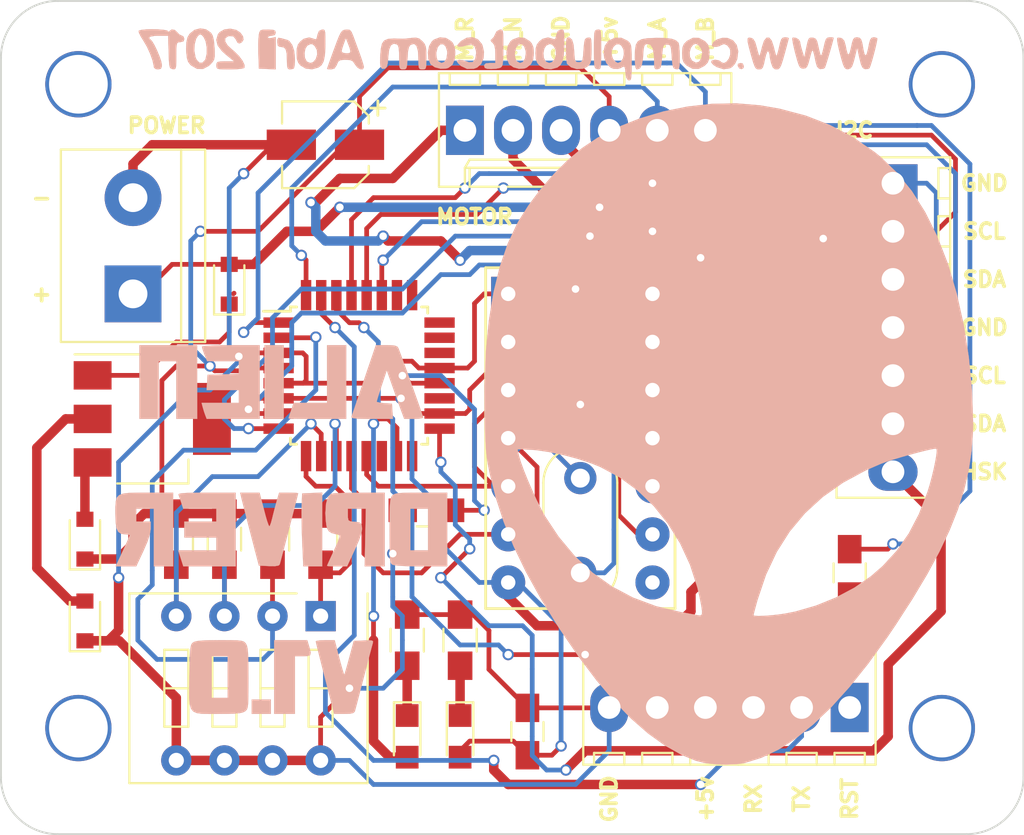
<source format=kicad_pcb>
(kicad_pcb (version 4) (host pcbnew 4.0.6)

  (general
    (links 82)
    (no_connects 0)
    (area 108.291099 52.873 162.391101 98.103)
    (thickness 1.6)
    (drawings 32)
    (tracks 551)
    (zones 0)
    (modules 38)
    (nets 46)
  )

  (page A4)
  (layers
    (0 F.Cu signal)
    (31 B.Cu signal)
    (32 B.Adhes user hide)
    (33 F.Adhes user hide)
    (34 B.Paste user hide)
    (35 F.Paste user hide)
    (36 B.SilkS user hide)
    (37 F.SilkS user)
    (38 B.Mask user)
    (39 F.Mask user hide)
    (40 Dwgs.User user hide)
    (41 Cmts.User user hide)
    (42 Eco1.User user hide)
    (43 Eco2.User user)
    (44 Edge.Cuts user)
    (45 Margin user hide)
    (46 B.CrtYd user)
    (47 F.CrtYd user)
    (48 B.Fab user hide)
    (49 F.Fab user)
  )

  (setup
    (last_trace_width 0.25)
    (user_trace_width 0.5)
    (trace_clearance 0.2)
    (zone_clearance 0.508)
    (zone_45_only no)
    (trace_min 0.2)
    (segment_width 0.2)
    (edge_width 0.15)
    (via_size 0.6)
    (via_drill 0.4)
    (via_min_size 0.4)
    (via_min_drill 0.3)
    (uvia_size 0.3)
    (uvia_drill 0.1)
    (uvias_allowed no)
    (uvia_min_size 0.2)
    (uvia_min_drill 0.1)
    (pcb_text_width 0.3)
    (pcb_text_size 1.5 1.5)
    (mod_edge_width 0.15)
    (mod_text_size 1 1)
    (mod_text_width 0.15)
    (pad_size 3.5 3.5)
    (pad_drill 3.1)
    (pad_to_mask_clearance 0.2)
    (aux_axis_origin 0 0)
    (visible_elements 7FFFFE5F)
    (pcbplotparams
      (layerselection 0x010f0_80000001)
      (usegerberextensions true)
      (excludeedgelayer true)
      (linewidth 0.100000)
      (plotframeref false)
      (viasonmask false)
      (mode 1)
      (useauxorigin false)
      (hpglpennumber 1)
      (hpglpenspeed 20)
      (hpglpendiameter 15)
      (hpglpenoverlay 2)
      (psnegative false)
      (psa4output false)
      (plotreference true)
      (plotvalue true)
      (plotinvisibletext false)
      (padsonsilk false)
      (subtractmaskfromsilk false)
      (outputformat 1)
      (mirror false)
      (drillshape 0)
      (scaleselection 1)
      (outputdirectory /Users/ivan/Dropbox/Alien_Soccer_2017/KiCad/Driver_alien/))
  )

  (net 0 "")
  (net 1 +5V)
  (net 2 GND)
  (net 3 "Net-(C3-Pad1)")
  (net 4 "Net-(C4-Pad1)")
  (net 5 "Net-(C5-Pad1)")
  (net 6 RST)
  (net 7 VCC)
  (net 8 LED_1)
  (net 9 M_ROJO)
  (net 10 M_NEGRO)
  (net 11 M_A)
  (net 12 M_B)
  (net 13 TX)
  (net 14 RX)
  (net 15 "Net-(J3-Pad5)")
  (net 16 SCL)
  (net 17 SDA)
  (net 18 HANDSHAKE)
  (net 19 "Net-(P1-Pad2)")
  (net 20 "Net-(P2-Pad2)")
  (net 21 SW4)
  (net 22 SW3)
  (net 23 SW2)
  (net 24 SW1)
  (net 25 ENABLE)
  (net 26 PHASE)
  (net 27 "Net-(U3-Pad14)")
  (net 28 "Net-(U3-Pad16)")
  (net 29 "Net-(U3-Pad19)")
  (net 30 "Net-(U3-Pad22)")
  (net 31 "Net-(U3-Pad23)")
  (net 32 "Net-(U3-Pad24)")
  (net 33 "Net-(U3-Pad25)")
  (net 34 "Net-(U3-Pad26)")
  (net 35 "Net-(D6-Pad2)")
  (net 36 "Net-(D1-Pad1)")
  (net 37 "Net-(D2-Pad1)")
  (net 38 "Net-(D3-Pad1)")
  (net 39 "Net-(D4-Pad2)")
  (net 40 "Net-(D5-Pad2)")
  (net 41 "Net-(H1-Pad1)")
  (net 42 "Net-(H2-Pad1)")
  (net 43 "Net-(H3-Pad1)")
  (net 44 "Net-(H4-Pad1)")
  (net 45 "Net-(C6-Pad2)")

  (net_class Default "Esta es la clase de red por defecto."
    (clearance 0.2)
    (trace_width 0.25)
    (via_dia 0.6)
    (via_drill 0.4)
    (uvia_dia 0.3)
    (uvia_drill 0.1)
    (add_net +5V)
    (add_net ENABLE)
    (add_net GND)
    (add_net HANDSHAKE)
    (add_net LED_1)
    (add_net M_A)
    (add_net M_B)
    (add_net M_NEGRO)
    (add_net M_ROJO)
    (add_net "Net-(C3-Pad1)")
    (add_net "Net-(C4-Pad1)")
    (add_net "Net-(C5-Pad1)")
    (add_net "Net-(C6-Pad2)")
    (add_net "Net-(D1-Pad1)")
    (add_net "Net-(D2-Pad1)")
    (add_net "Net-(D3-Pad1)")
    (add_net "Net-(D4-Pad2)")
    (add_net "Net-(D5-Pad2)")
    (add_net "Net-(D6-Pad2)")
    (add_net "Net-(H1-Pad1)")
    (add_net "Net-(H2-Pad1)")
    (add_net "Net-(H3-Pad1)")
    (add_net "Net-(H4-Pad1)")
    (add_net "Net-(J3-Pad5)")
    (add_net "Net-(P1-Pad2)")
    (add_net "Net-(P2-Pad2)")
    (add_net "Net-(U3-Pad14)")
    (add_net "Net-(U3-Pad16)")
    (add_net "Net-(U3-Pad19)")
    (add_net "Net-(U3-Pad22)")
    (add_net "Net-(U3-Pad23)")
    (add_net "Net-(U3-Pad24)")
    (add_net "Net-(U3-Pad25)")
    (add_net "Net-(U3-Pad26)")
    (add_net PHASE)
    (add_net RST)
    (add_net RX)
    (add_net SCL)
    (add_net SDA)
    (add_net SW1)
    (add_net SW2)
    (add_net SW3)
    (add_net SW4)
    (add_net TX)
    (add_net VCC)
  )

  (module Capacitors_SMD:C_0805_HandSoldering (layer F.Cu) (tedit 58E8C5A1) (tstamp 58E0461A)
    (at 138.938 70.866)
    (descr "Capacitor SMD 0805, hand soldering")
    (tags "capacitor 0805")
    (path /58DF0D21)
    (attr smd)
    (fp_text reference C3 (at 0 -1.75) (layer Cmts.User) hide
      (effects (font (size 1 1) (thickness 0.15)))
    )
    (fp_text value 22pf (at 0 1.75) (layer Cmts.User) hide
      (effects (font (size 1 1) (thickness 0.15)))
    )
    (fp_text user %R (at 0 -1.75) (layer Cmts.User) hide
      (effects (font (size 1 1) (thickness 0.15)))
    )
    (fp_line (start -1 0.62) (end -1 -0.62) (layer F.Fab) (width 0.1))
    (fp_line (start 1 0.62) (end -1 0.62) (layer F.Fab) (width 0.1))
    (fp_line (start 1 -0.62) (end 1 0.62) (layer F.Fab) (width 0.1))
    (fp_line (start -1 -0.62) (end 1 -0.62) (layer F.Fab) (width 0.1))
    (fp_line (start 0.5 -0.85) (end -0.5 -0.85) (layer F.SilkS) (width 0.12))
    (fp_line (start -0.5 0.85) (end 0.5 0.85) (layer F.SilkS) (width 0.12))
    (fp_line (start -2.25 -0.88) (end 2.25 -0.88) (layer F.CrtYd) (width 0.05))
    (fp_line (start -2.25 -0.88) (end -2.25 0.87) (layer F.CrtYd) (width 0.05))
    (fp_line (start 2.25 0.87) (end 2.25 -0.88) (layer F.CrtYd) (width 0.05))
    (fp_line (start 2.25 0.87) (end -2.25 0.87) (layer F.CrtYd) (width 0.05))
    (pad 1 smd rect (at -1.25 0) (size 1.5 1.25) (layers F.Cu F.Paste F.Mask)
      (net 3 "Net-(C3-Pad1)"))
    (pad 2 smd rect (at 1.25 0) (size 1.5 1.25) (layers F.Cu F.Paste F.Mask)
      (net 2 GND))
    (model Capacitors_SMD.3dshapes/C_0805.wrl
      (at (xyz 0 0 0))
      (scale (xyz 1 1 1))
      (rotate (xyz 0 0 0))
    )
  )

  (module Capacitors_SMD:C_0805_HandSoldering (layer F.Cu) (tedit 58E8C590) (tstamp 58E0462B)
    (at 138.938 73.406)
    (descr "Capacitor SMD 0805, hand soldering")
    (tags "capacitor 0805")
    (path /58DF0DEA)
    (attr smd)
    (fp_text reference C4 (at 0 -1.75) (layer Cmts.User) hide
      (effects (font (size 1 1) (thickness 0.15)))
    )
    (fp_text value 22pf (at 0 1.75) (layer Cmts.User) hide
      (effects (font (size 1 1) (thickness 0.15)))
    )
    (fp_text user %R (at 0 -1.75) (layer Cmts.User) hide
      (effects (font (size 1 1) (thickness 0.15)))
    )
    (fp_line (start -1 0.62) (end -1 -0.62) (layer F.Fab) (width 0.1))
    (fp_line (start 1 0.62) (end -1 0.62) (layer F.Fab) (width 0.1))
    (fp_line (start 1 -0.62) (end 1 0.62) (layer F.Fab) (width 0.1))
    (fp_line (start -1 -0.62) (end 1 -0.62) (layer F.Fab) (width 0.1))
    (fp_line (start 0.5 -0.85) (end -0.5 -0.85) (layer F.SilkS) (width 0.12))
    (fp_line (start -0.5 0.85) (end 0.5 0.85) (layer F.SilkS) (width 0.12))
    (fp_line (start -2.25 -0.88) (end 2.25 -0.88) (layer F.CrtYd) (width 0.05))
    (fp_line (start -2.25 -0.88) (end -2.25 0.87) (layer F.CrtYd) (width 0.05))
    (fp_line (start 2.25 0.87) (end 2.25 -0.88) (layer F.CrtYd) (width 0.05))
    (fp_line (start 2.25 0.87) (end -2.25 0.87) (layer F.CrtYd) (width 0.05))
    (pad 1 smd rect (at -1.25 0) (size 1.5 1.25) (layers F.Cu F.Paste F.Mask)
      (net 4 "Net-(C4-Pad1)"))
    (pad 2 smd rect (at 1.25 0) (size 1.5 1.25) (layers F.Cu F.Paste F.Mask)
      (net 2 GND))
    (model Capacitors_SMD.3dshapes/C_0805.wrl
      (at (xyz 0 0 0))
      (scale (xyz 1 1 1))
      (rotate (xyz 0 0 0))
    )
  )

  (module Capacitors_SMD:C_0805_HandSoldering (layer F.Cu) (tedit 58E8C518) (tstamp 58E0463C)
    (at 153.162 83.82 90)
    (descr "Capacitor SMD 0805, hand soldering")
    (tags "capacitor 0805")
    (path /58DEBDFE)
    (attr smd)
    (fp_text reference C5 (at 0 -1.75 90) (layer Cmts.User) hide
      (effects (font (size 1 1) (thickness 0.15)))
    )
    (fp_text value 100nf (at 0 1.75 90) (layer Cmts.User) hide
      (effects (font (size 1 1) (thickness 0.15)))
    )
    (fp_text user %R (at 0 -1.75 90) (layer Cmts.User) hide
      (effects (font (size 1 1) (thickness 0.15)))
    )
    (fp_line (start -1 0.62) (end -1 -0.62) (layer F.Fab) (width 0.1))
    (fp_line (start 1 0.62) (end -1 0.62) (layer F.Fab) (width 0.1))
    (fp_line (start 1 -0.62) (end 1 0.62) (layer F.Fab) (width 0.1))
    (fp_line (start -1 -0.62) (end 1 -0.62) (layer F.Fab) (width 0.1))
    (fp_line (start 0.5 -0.85) (end -0.5 -0.85) (layer F.SilkS) (width 0.12))
    (fp_line (start -0.5 0.85) (end 0.5 0.85) (layer F.SilkS) (width 0.12))
    (fp_line (start -2.25 -0.88) (end 2.25 -0.88) (layer F.CrtYd) (width 0.05))
    (fp_line (start -2.25 -0.88) (end -2.25 0.87) (layer F.CrtYd) (width 0.05))
    (fp_line (start 2.25 0.87) (end 2.25 -0.88) (layer F.CrtYd) (width 0.05))
    (fp_line (start 2.25 0.87) (end -2.25 0.87) (layer F.CrtYd) (width 0.05))
    (pad 1 smd rect (at -1.25 0 90) (size 1.5 1.25) (layers F.Cu F.Paste F.Mask)
      (net 5 "Net-(C5-Pad1)"))
    (pad 2 smd rect (at 1.25 0 90) (size 1.5 1.25) (layers F.Cu F.Paste F.Mask)
      (net 6 RST))
    (model Capacitors_SMD.3dshapes/C_0805.wrl
      (at (xyz 0 0 0))
      (scale (xyz 1 1 1))
      (rotate (xyz 0 0 0))
    )
  )

  (module Connectors_Molex:Molex_KK-6410-06_06x2.54mm_Straight (layer F.Cu) (tedit 58E8C5B3) (tstamp 58E0469A)
    (at 132.842 60.452)
    (descr "Connector Headers with Friction Lock, 22-27-2061, http://www.molex.com/pdm_docs/sd/022272021_sd.pdf")
    (tags "connector molex kk_6410 22-27-2061")
    (path /58DEB3BC)
    (fp_text reference J2 (at 1 -4.5) (layer Cmts.User) hide
      (effects (font (size 1 1) (thickness 0.15)))
    )
    (fp_text value Con_motores (at 6.35 4.5) (layer Cmts.User) hide
      (effects (font (size 1 1) (thickness 0.15)))
    )
    (fp_line (start -1.37 -3.02) (end -1.37 2.98) (layer F.SilkS) (width 0.12))
    (fp_line (start -1.37 2.98) (end 14.07 2.98) (layer F.SilkS) (width 0.12))
    (fp_line (start 14.07 2.98) (end 14.07 -3.02) (layer F.SilkS) (width 0.12))
    (fp_line (start 14.07 -3.02) (end -1.37 -3.02) (layer F.SilkS) (width 0.12))
    (fp_line (start 0 2.98) (end 0 1.98) (layer F.SilkS) (width 0.12))
    (fp_line (start 0 1.98) (end 12.7 1.98) (layer F.SilkS) (width 0.12))
    (fp_line (start 12.7 1.98) (end 12.7 2.98) (layer F.SilkS) (width 0.12))
    (fp_line (start 0 1.98) (end 0.25 1.55) (layer F.SilkS) (width 0.12))
    (fp_line (start 0.25 1.55) (end 12.45 1.55) (layer F.SilkS) (width 0.12))
    (fp_line (start 12.45 1.55) (end 12.7 1.98) (layer F.SilkS) (width 0.12))
    (fp_line (start 0.25 2.98) (end 0.25 1.98) (layer F.SilkS) (width 0.12))
    (fp_line (start 12.45 2.98) (end 12.45 1.98) (layer F.SilkS) (width 0.12))
    (fp_line (start -0.8 -3.02) (end -0.8 -2.4) (layer F.SilkS) (width 0.12))
    (fp_line (start -0.8 -2.4) (end 0.8 -2.4) (layer F.SilkS) (width 0.12))
    (fp_line (start 0.8 -2.4) (end 0.8 -3.02) (layer F.SilkS) (width 0.12))
    (fp_line (start 1.74 -3.02) (end 1.74 -2.4) (layer F.SilkS) (width 0.12))
    (fp_line (start 1.74 -2.4) (end 3.34 -2.4) (layer F.SilkS) (width 0.12))
    (fp_line (start 3.34 -2.4) (end 3.34 -3.02) (layer F.SilkS) (width 0.12))
    (fp_line (start 4.28 -3.02) (end 4.28 -2.4) (layer F.SilkS) (width 0.12))
    (fp_line (start 4.28 -2.4) (end 5.88 -2.4) (layer F.SilkS) (width 0.12))
    (fp_line (start 5.88 -2.4) (end 5.88 -3.02) (layer F.SilkS) (width 0.12))
    (fp_line (start 6.82 -3.02) (end 6.82 -2.4) (layer F.SilkS) (width 0.12))
    (fp_line (start 6.82 -2.4) (end 8.42 -2.4) (layer F.SilkS) (width 0.12))
    (fp_line (start 8.42 -2.4) (end 8.42 -3.02) (layer F.SilkS) (width 0.12))
    (fp_line (start 9.36 -3.02) (end 9.36 -2.4) (layer F.SilkS) (width 0.12))
    (fp_line (start 9.36 -2.4) (end 10.96 -2.4) (layer F.SilkS) (width 0.12))
    (fp_line (start 10.96 -2.4) (end 10.96 -3.02) (layer F.SilkS) (width 0.12))
    (fp_line (start 11.9 -3.02) (end 11.9 -2.4) (layer F.SilkS) (width 0.12))
    (fp_line (start 11.9 -2.4) (end 13.5 -2.4) (layer F.SilkS) (width 0.12))
    (fp_line (start 13.5 -2.4) (end 13.5 -3.02) (layer F.SilkS) (width 0.12))
    (fp_line (start -1.9 3.5) (end -1.9 -3.55) (layer F.CrtYd) (width 0.05))
    (fp_line (start -1.9 -3.55) (end 14.6 -3.55) (layer F.CrtYd) (width 0.05))
    (fp_line (start 14.6 -3.55) (end 14.6 3.5) (layer F.CrtYd) (width 0.05))
    (fp_line (start 14.6 3.5) (end -1.9 3.5) (layer F.CrtYd) (width 0.05))
    (pad 1 thru_hole rect (at 0 0) (size 2 2.6) (drill 1.2) (layers *.Cu *.Mask)
      (net 9 M_ROJO))
    (pad 2 thru_hole oval (at 2.54 0) (size 2 2.6) (drill 1.2) (layers *.Cu *.Mask)
      (net 10 M_NEGRO))
    (pad 3 thru_hole oval (at 5.08 0) (size 2 2.6) (drill 1.2) (layers *.Cu *.Mask)
      (net 2 GND))
    (pad 4 thru_hole oval (at 7.62 0) (size 2 2.6) (drill 1.2) (layers *.Cu *.Mask)
      (net 1 +5V))
    (pad 5 thru_hole oval (at 10.16 0) (size 2 2.6) (drill 1.2) (layers *.Cu *.Mask)
      (net 11 M_A))
    (pad 6 thru_hole oval (at 12.7 0) (size 2 2.6) (drill 1.2) (layers *.Cu *.Mask)
      (net 12 M_B))
  )

  (module Connectors_Molex:Molex_KK-6410-06_06x2.54mm_Straight (layer F.Cu) (tedit 58E8C4F9) (tstamp 58E046C6)
    (at 153.162 90.932 180)
    (descr "Connector Headers with Friction Lock, 22-27-2061, http://www.molex.com/pdm_docs/sd/022272021_sd.pdf")
    (tags "connector molex kk_6410 22-27-2061")
    (path /58DEB475)
    (fp_text reference J3 (at 1 -4.5 180) (layer Cmts.User) hide
      (effects (font (size 1 1) (thickness 0.15)))
    )
    (fp_text value Con_descarga (at 6.35 4.5 180) (layer Cmts.User) hide
      (effects (font (size 1 1) (thickness 0.15)))
    )
    (fp_line (start -1.37 -3.02) (end -1.37 2.98) (layer F.SilkS) (width 0.12))
    (fp_line (start -1.37 2.98) (end 14.07 2.98) (layer F.SilkS) (width 0.12))
    (fp_line (start 14.07 2.98) (end 14.07 -3.02) (layer F.SilkS) (width 0.12))
    (fp_line (start 14.07 -3.02) (end -1.37 -3.02) (layer F.SilkS) (width 0.12))
    (fp_line (start 0 2.98) (end 0 1.98) (layer F.SilkS) (width 0.12))
    (fp_line (start 0 1.98) (end 12.7 1.98) (layer F.SilkS) (width 0.12))
    (fp_line (start 12.7 1.98) (end 12.7 2.98) (layer F.SilkS) (width 0.12))
    (fp_line (start 0 1.98) (end 0.25 1.55) (layer F.SilkS) (width 0.12))
    (fp_line (start 0.25 1.55) (end 12.45 1.55) (layer F.SilkS) (width 0.12))
    (fp_line (start 12.45 1.55) (end 12.7 1.98) (layer F.SilkS) (width 0.12))
    (fp_line (start 0.25 2.98) (end 0.25 1.98) (layer F.SilkS) (width 0.12))
    (fp_line (start 12.45 2.98) (end 12.45 1.98) (layer F.SilkS) (width 0.12))
    (fp_line (start -0.8 -3.02) (end -0.8 -2.4) (layer F.SilkS) (width 0.12))
    (fp_line (start -0.8 -2.4) (end 0.8 -2.4) (layer F.SilkS) (width 0.12))
    (fp_line (start 0.8 -2.4) (end 0.8 -3.02) (layer F.SilkS) (width 0.12))
    (fp_line (start 1.74 -3.02) (end 1.74 -2.4) (layer F.SilkS) (width 0.12))
    (fp_line (start 1.74 -2.4) (end 3.34 -2.4) (layer F.SilkS) (width 0.12))
    (fp_line (start 3.34 -2.4) (end 3.34 -3.02) (layer F.SilkS) (width 0.12))
    (fp_line (start 4.28 -3.02) (end 4.28 -2.4) (layer F.SilkS) (width 0.12))
    (fp_line (start 4.28 -2.4) (end 5.88 -2.4) (layer F.SilkS) (width 0.12))
    (fp_line (start 5.88 -2.4) (end 5.88 -3.02) (layer F.SilkS) (width 0.12))
    (fp_line (start 6.82 -3.02) (end 6.82 -2.4) (layer F.SilkS) (width 0.12))
    (fp_line (start 6.82 -2.4) (end 8.42 -2.4) (layer F.SilkS) (width 0.12))
    (fp_line (start 8.42 -2.4) (end 8.42 -3.02) (layer F.SilkS) (width 0.12))
    (fp_line (start 9.36 -3.02) (end 9.36 -2.4) (layer F.SilkS) (width 0.12))
    (fp_line (start 9.36 -2.4) (end 10.96 -2.4) (layer F.SilkS) (width 0.12))
    (fp_line (start 10.96 -2.4) (end 10.96 -3.02) (layer F.SilkS) (width 0.12))
    (fp_line (start 11.9 -3.02) (end 11.9 -2.4) (layer F.SilkS) (width 0.12))
    (fp_line (start 11.9 -2.4) (end 13.5 -2.4) (layer F.SilkS) (width 0.12))
    (fp_line (start 13.5 -2.4) (end 13.5 -3.02) (layer F.SilkS) (width 0.12))
    (fp_line (start -1.9 3.5) (end -1.9 -3.55) (layer F.CrtYd) (width 0.05))
    (fp_line (start -1.9 -3.55) (end 14.6 -3.55) (layer F.CrtYd) (width 0.05))
    (fp_line (start 14.6 -3.55) (end 14.6 3.5) (layer F.CrtYd) (width 0.05))
    (fp_line (start 14.6 3.5) (end -1.9 3.5) (layer F.CrtYd) (width 0.05))
    (pad 1 thru_hole rect (at 0 0 180) (size 2 2.6) (drill 1.2) (layers *.Cu *.Mask)
      (net 5 "Net-(C5-Pad1)"))
    (pad 2 thru_hole oval (at 2.54 0 180) (size 2 2.6) (drill 1.2) (layers *.Cu *.Mask)
      (net 13 TX))
    (pad 3 thru_hole oval (at 5.08 0 180) (size 2 2.6) (drill 1.2) (layers *.Cu *.Mask)
      (net 14 RX))
    (pad 4 thru_hole oval (at 7.62 0 180) (size 2 2.6) (drill 1.2) (layers *.Cu *.Mask)
      (net 35 "Net-(D6-Pad2)"))
    (pad 5 thru_hole oval (at 10.16 0 180) (size 2 2.6) (drill 1.2) (layers *.Cu *.Mask)
      (net 15 "Net-(J3-Pad5)"))
    (pad 6 thru_hole oval (at 12.7 0 180) (size 2 2.6) (drill 1.2) (layers *.Cu *.Mask)
      (net 2 GND))
  )

  (module Connectors_Molex:Molex_KK-6410-07_07x2.54mm_Straight (layer F.Cu) (tedit 58E8C5A7) (tstamp 58E046FC)
    (at 155.448 63.246 270)
    (descr "Connector Headers with Friction Lock, 22-27-2071, http://www.molex.com/pdm_docs/sd/022272021_sd.pdf")
    (tags "connector molex kk_6410 22-27-2071")
    (path /58DEEE9A)
    (fp_text reference J4 (at 1 -4.5 270) (layer Cmts.User) hide
      (effects (font (size 1 1) (thickness 0.15)))
    )
    (fp_text value Con_I2C (at 7.62 4.5 270) (layer Cmts.User) hide
      (effects (font (size 1 1) (thickness 0.15)))
    )
    (fp_line (start -1.37 -3.02) (end -1.37 2.98) (layer F.SilkS) (width 0.12))
    (fp_line (start -1.37 2.98) (end 16.61 2.98) (layer F.SilkS) (width 0.12))
    (fp_line (start 16.61 2.98) (end 16.61 -3.02) (layer F.SilkS) (width 0.12))
    (fp_line (start 16.61 -3.02) (end -1.37 -3.02) (layer F.SilkS) (width 0.12))
    (fp_line (start 0 2.98) (end 0 1.98) (layer F.SilkS) (width 0.12))
    (fp_line (start 0 1.98) (end 5.08 1.98) (layer F.SilkS) (width 0.12))
    (fp_line (start 5.08 1.98) (end 5.08 2.98) (layer F.SilkS) (width 0.12))
    (fp_line (start 0 1.98) (end 0.25 1.55) (layer F.SilkS) (width 0.12))
    (fp_line (start 0.25 1.55) (end 5.08 1.55) (layer F.SilkS) (width 0.12))
    (fp_line (start 5.08 1.55) (end 5.08 1.98) (layer F.SilkS) (width 0.12))
    (fp_line (start 0.25 2.98) (end 0.25 1.98) (layer F.SilkS) (width 0.12))
    (fp_line (start 15.24 2.98) (end 15.24 1.98) (layer F.SilkS) (width 0.12))
    (fp_line (start 15.24 1.98) (end 10.16 1.98) (layer F.SilkS) (width 0.12))
    (fp_line (start 10.16 1.98) (end 10.16 2.98) (layer F.SilkS) (width 0.12))
    (fp_line (start 15.24 1.98) (end 14.99 1.55) (layer F.SilkS) (width 0.12))
    (fp_line (start 14.99 1.55) (end 10.16 1.55) (layer F.SilkS) (width 0.12))
    (fp_line (start 10.16 1.55) (end 10.16 1.98) (layer F.SilkS) (width 0.12))
    (fp_line (start 14.99 2.98) (end 14.99 1.98) (layer F.SilkS) (width 0.12))
    (fp_line (start -0.8 -3.02) (end -0.8 -2.4) (layer F.SilkS) (width 0.12))
    (fp_line (start -0.8 -2.4) (end 0.8 -2.4) (layer F.SilkS) (width 0.12))
    (fp_line (start 0.8 -2.4) (end 0.8 -3.02) (layer F.SilkS) (width 0.12))
    (fp_line (start 1.74 -3.02) (end 1.74 -2.4) (layer F.SilkS) (width 0.12))
    (fp_line (start 1.74 -2.4) (end 3.34 -2.4) (layer F.SilkS) (width 0.12))
    (fp_line (start 3.34 -2.4) (end 3.34 -3.02) (layer F.SilkS) (width 0.12))
    (fp_line (start 4.28 -3.02) (end 4.28 -2.4) (layer F.SilkS) (width 0.12))
    (fp_line (start 4.28 -2.4) (end 5.88 -2.4) (layer F.SilkS) (width 0.12))
    (fp_line (start 5.88 -2.4) (end 5.88 -3.02) (layer F.SilkS) (width 0.12))
    (fp_line (start 6.82 -3.02) (end 6.82 -2.4) (layer F.SilkS) (width 0.12))
    (fp_line (start 6.82 -2.4) (end 8.42 -2.4) (layer F.SilkS) (width 0.12))
    (fp_line (start 8.42 -2.4) (end 8.42 -3.02) (layer F.SilkS) (width 0.12))
    (fp_line (start 9.36 -3.02) (end 9.36 -2.4) (layer F.SilkS) (width 0.12))
    (fp_line (start 9.36 -2.4) (end 10.96 -2.4) (layer F.SilkS) (width 0.12))
    (fp_line (start 10.96 -2.4) (end 10.96 -3.02) (layer F.SilkS) (width 0.12))
    (fp_line (start 11.9 -3.02) (end 11.9 -2.4) (layer F.SilkS) (width 0.12))
    (fp_line (start 11.9 -2.4) (end 13.5 -2.4) (layer F.SilkS) (width 0.12))
    (fp_line (start 13.5 -2.4) (end 13.5 -3.02) (layer F.SilkS) (width 0.12))
    (fp_line (start 14.44 -3.02) (end 14.44 -2.4) (layer F.SilkS) (width 0.12))
    (fp_line (start 14.44 -2.4) (end 16.04 -2.4) (layer F.SilkS) (width 0.12))
    (fp_line (start 16.04 -2.4) (end 16.04 -3.02) (layer F.SilkS) (width 0.12))
    (fp_line (start -1.9 3.5) (end -1.9 -3.55) (layer F.CrtYd) (width 0.05))
    (fp_line (start -1.9 -3.55) (end 17.15 -3.55) (layer F.CrtYd) (width 0.05))
    (fp_line (start 17.15 -3.55) (end 17.15 3.5) (layer F.CrtYd) (width 0.05))
    (fp_line (start 17.15 3.5) (end -1.9 3.5) (layer F.CrtYd) (width 0.05))
    (pad 1 thru_hole rect (at 0 0 270) (size 2 2.6) (drill 1.2) (layers *.Cu *.Mask)
      (net 2 GND))
    (pad 2 thru_hole oval (at 2.54 0 270) (size 2 2.6) (drill 1.2) (layers *.Cu *.Mask)
      (net 16 SCL))
    (pad 3 thru_hole oval (at 5.08 0 270) (size 2 2.6) (drill 1.2) (layers *.Cu *.Mask)
      (net 17 SDA))
    (pad 4 thru_hole oval (at 7.62 0 270) (size 2 2.6) (drill 1.2) (layers *.Cu *.Mask)
      (net 2 GND))
    (pad 5 thru_hole oval (at 10.16 0 270) (size 2 2.6) (drill 1.2) (layers *.Cu *.Mask)
      (net 16 SCL))
    (pad 6 thru_hole oval (at 12.7 0 270) (size 2 2.6) (drill 1.2) (layers *.Cu *.Mask)
      (net 17 SDA))
    (pad 7 thru_hole oval (at 15.24 0 270) (size 2 2.6) (drill 1.2) (layers *.Cu *.Mask)
      (net 18 HANDSHAKE))
  )

  (module Resistors_SMD:R_0805_HandSoldering (layer F.Cu) (tedit 58E8C547) (tstamp 58E04784)
    (at 148.59 72.39)
    (descr "Resistor SMD 0805, hand soldering")
    (tags "resistor 0805")
    (path /58DF9DE8)
    (attr smd)
    (fp_text reference R6 (at 0 -1.7) (layer Cmts.User) hide
      (effects (font (size 1 1) (thickness 0.15)))
    )
    (fp_text value 2k2 (at 0 1.75) (layer Cmts.User) hide
      (effects (font (size 1 1) (thickness 0.15)))
    )
    (fp_line (start -1 0.62) (end -1 -0.62) (layer F.Fab) (width 0.1))
    (fp_line (start 1 0.62) (end -1 0.62) (layer F.Fab) (width 0.1))
    (fp_line (start 1 -0.62) (end 1 0.62) (layer F.Fab) (width 0.1))
    (fp_line (start -1 -0.62) (end 1 -0.62) (layer F.Fab) (width 0.1))
    (fp_line (start 0.6 0.88) (end -0.6 0.88) (layer F.SilkS) (width 0.12))
    (fp_line (start -0.6 -0.88) (end 0.6 -0.88) (layer F.SilkS) (width 0.12))
    (fp_line (start -2.35 -0.9) (end 2.35 -0.9) (layer F.CrtYd) (width 0.05))
    (fp_line (start -2.35 -0.9) (end -2.35 0.9) (layer F.CrtYd) (width 0.05))
    (fp_line (start 2.35 0.9) (end 2.35 -0.9) (layer F.CrtYd) (width 0.05))
    (fp_line (start 2.35 0.9) (end -2.35 0.9) (layer F.CrtYd) (width 0.05))
    (pad 1 smd rect (at -1.35 0) (size 1.5 1.3) (layers F.Cu F.Paste F.Mask)
      (net 20 "Net-(P2-Pad2)"))
    (pad 2 smd rect (at 1.35 0) (size 1.5 1.3) (layers F.Cu F.Paste F.Mask)
      (net 16 SCL))
    (model Resistors_SMD.3dshapes/R_0805.wrl
      (at (xyz 0 0 0))
      (scale (xyz 1 1 1))
      (rotate (xyz 0 0 0))
    )
  )

  (module Resistors_SMD:R_0805_HandSoldering (layer F.Cu) (tedit 58E8C554) (tstamp 58E04795)
    (at 148.59 75.438)
    (descr "Resistor SMD 0805, hand soldering")
    (tags "resistor 0805")
    (path /58DFA225)
    (attr smd)
    (fp_text reference R7 (at -3.302 -1.27) (layer Cmts.User) hide
      (effects (font (size 1 1) (thickness 0.15)))
    )
    (fp_text value 2k2 (at 0 1.75) (layer Cmts.User) hide
      (effects (font (size 1 1) (thickness 0.15)))
    )
    (fp_text user %R (at 0 -1.7) (layer Cmts.User) hide
      (effects (font (size 1 1) (thickness 0.15)))
    )
    (fp_line (start -1 0.62) (end -1 -0.62) (layer F.Fab) (width 0.1))
    (fp_line (start 1 0.62) (end -1 0.62) (layer F.Fab) (width 0.1))
    (fp_line (start 1 -0.62) (end 1 0.62) (layer F.Fab) (width 0.1))
    (fp_line (start -1 -0.62) (end 1 -0.62) (layer F.Fab) (width 0.1))
    (fp_line (start 0.6 0.88) (end -0.6 0.88) (layer F.SilkS) (width 0.12))
    (fp_line (start -0.6 -0.88) (end 0.6 -0.88) (layer F.SilkS) (width 0.12))
    (fp_line (start -2.35 -0.9) (end 2.35 -0.9) (layer F.CrtYd) (width 0.05))
    (fp_line (start -2.35 -0.9) (end -2.35 0.9) (layer F.CrtYd) (width 0.05))
    (fp_line (start 2.35 0.9) (end 2.35 -0.9) (layer F.CrtYd) (width 0.05))
    (fp_line (start 2.35 0.9) (end -2.35 0.9) (layer F.CrtYd) (width 0.05))
    (pad 1 smd rect (at -1.35 0) (size 1.5 1.3) (layers F.Cu F.Paste F.Mask)
      (net 19 "Net-(P1-Pad2)"))
    (pad 2 smd rect (at 1.35 0) (size 1.5 1.3) (layers F.Cu F.Paste F.Mask)
      (net 17 SDA))
    (model Resistors_SMD.3dshapes/R_0805.wrl
      (at (xyz 0 0 0))
      (scale (xyz 1 1 1))
      (rotate (xyz 0 0 0))
    )
  )

  (module Huellas:DRV8835 (layer F.Cu) (tedit 58E8C524) (tstamp 58E047CC)
    (at 138.938 76.708)
    (path /58DE7AA1)
    (fp_text reference U2 (at 0 12.7) (layer Cmts.User) hide
      (effects (font (size 1 1) (thickness 0.15)))
    )
    (fp_text value DRV8835 (at 0 10.16) (layer Cmts.User) hide
      (effects (font (size 1 1) (thickness 0.15)))
    )
    (fp_line (start -5 9) (end 5 9) (layer F.SilkS) (width 0.15))
    (fp_line (start 5 -9) (end 5 9) (layer F.SilkS) (width 0.15))
    (fp_line (start -5 -9) (end 5 -9) (layer F.SilkS) (width 0.15))
    (fp_line (start -5 -9) (end -5 9) (layer F.SilkS) (width 0.15))
    (pad 1 thru_hole rect (at -3.81 -7.62) (size 1.8 1.8) (drill 0.762) (layers *.Cu *.Mask)
      (net 2 GND))
    (pad 2 thru_hole circle (at -3.81 -5.08) (size 1.8 1.8) (drill 0.762) (layers *.Cu *.Mask)
      (net 1 +5V))
    (pad 3 thru_hole circle (at -3.81 -2.54) (size 1.8 1.8) (drill 0.762) (layers *.Cu *.Mask)
      (net 25 ENABLE))
    (pad 4 thru_hole circle (at -3.81 0) (size 1.8 1.8) (drill 0.762) (layers *.Cu *.Mask)
      (net 26 PHASE))
    (pad 5 thru_hole circle (at -3.81 2.54) (size 1.8 1.8) (drill 0.762) (layers *.Cu *.Mask)
      (net 25 ENABLE))
    (pad 6 thru_hole circle (at -3.81 5.08) (size 1.8 1.8) (drill 0.762) (layers *.Cu *.Mask)
      (net 26 PHASE))
    (pad 7 thru_hole circle (at -3.81 7.62) (size 1.8 1.8) (drill 0.762) (layers *.Cu *.Mask)
      (net 1 +5V))
    (pad 8 thru_hole circle (at 3.81 7.62) (size 1.8 1.8) (drill 0.762) (layers *.Cu *.Mask))
    (pad 9 thru_hole circle (at 3.81 5.08) (size 1.8 1.8) (drill 0.762) (layers *.Cu *.Mask)
      (net 10 M_NEGRO))
    (pad 10 thru_hole circle (at 3.81 2.54) (size 1.8 1.8) (drill 0.762) (layers *.Cu *.Mask)
      (net 9 M_ROJO))
    (pad 11 thru_hole circle (at 3.81 0) (size 1.8 1.8) (drill 0.762) (layers *.Cu *.Mask)
      (net 10 M_NEGRO))
    (pad 12 thru_hole circle (at 3.81 -2.54) (size 1.8 1.8) (drill 0.762) (layers *.Cu *.Mask)
      (net 9 M_ROJO))
    (pad 13 thru_hole circle (at 3.81 -5.08) (size 1.8 1.8) (drill 0.762) (layers *.Cu *.Mask)
      (net 7 VCC))
    (pad 14 thru_hole rect (at 3.81 -7.62) (size 1.8 1.8) (drill 0.762) (layers *.Cu *.Mask)
      (net 2 GND))
  )

  (module Housings_QFP:TQFP-32_7x7mm_Pitch0.8mm (layer F.Cu) (tedit 58E8C686) (tstamp 58E047F0)
    (at 127.254 73.406)
    (descr "32-Lead Plastic Thin Quad Flatpack (PT) - 7x7x1.0 mm Body, 2.00 mm [TQFP] (see Microchip Packaging Specification 00000049BS.pdf)")
    (tags "QFP 0.8")
    (path /58DEB01B)
    (attr smd)
    (fp_text reference U3 (at 0 -6.05) (layer Cmts.User) hide
      (effects (font (size 1 1) (thickness 0.15)))
    )
    (fp_text value ATMEGA328P-AU (at 0 6.05) (layer Eco1.User) hide
      (effects (font (size 1 1) (thickness 0.15)))
    )
    (fp_text user %R (at 0 0) (layer Cmts.User) hide
      (effects (font (size 1 1) (thickness 0.15)))
    )
    (fp_line (start -2.5 -3.5) (end 3.5 -3.5) (layer F.Fab) (width 0.15))
    (fp_line (start 3.5 -3.5) (end 3.5 3.5) (layer F.Fab) (width 0.15))
    (fp_line (start 3.5 3.5) (end -3.5 3.5) (layer F.Fab) (width 0.15))
    (fp_line (start -3.5 3.5) (end -3.5 -2.5) (layer F.Fab) (width 0.15))
    (fp_line (start -3.5 -2.5) (end -2.5 -3.5) (layer F.Fab) (width 0.15))
    (fp_line (start -5.3 -5.3) (end -5.3 5.3) (layer F.CrtYd) (width 0.05))
    (fp_line (start 5.3 -5.3) (end 5.3 5.3) (layer F.CrtYd) (width 0.05))
    (fp_line (start -5.3 -5.3) (end 5.3 -5.3) (layer F.CrtYd) (width 0.05))
    (fp_line (start -5.3 5.3) (end 5.3 5.3) (layer F.CrtYd) (width 0.05))
    (fp_line (start -3.625 -3.625) (end -3.625 -3.4) (layer F.SilkS) (width 0.15))
    (fp_line (start 3.625 -3.625) (end 3.625 -3.3) (layer F.SilkS) (width 0.15))
    (fp_line (start 3.625 3.625) (end 3.625 3.3) (layer F.SilkS) (width 0.15))
    (fp_line (start -3.625 3.625) (end -3.625 3.3) (layer F.SilkS) (width 0.15))
    (fp_line (start -3.625 -3.625) (end -3.3 -3.625) (layer F.SilkS) (width 0.15))
    (fp_line (start -3.625 3.625) (end -3.3 3.625) (layer F.SilkS) (width 0.15))
    (fp_line (start 3.625 3.625) (end 3.3 3.625) (layer F.SilkS) (width 0.15))
    (fp_line (start 3.625 -3.625) (end 3.3 -3.625) (layer F.SilkS) (width 0.15))
    (fp_line (start -3.625 -3.4) (end -5.05 -3.4) (layer F.SilkS) (width 0.15))
    (pad 1 smd rect (at -4.25 -2.8) (size 1.6 0.55) (layers F.Cu F.Paste F.Mask)
      (net 12 M_B))
    (pad 2 smd rect (at -4.25 -2) (size 1.6 0.55) (layers F.Cu F.Paste F.Mask)
      (net 23 SW2))
    (pad 3 smd rect (at -4.25 -1.2) (size 1.6 0.55) (layers F.Cu F.Paste F.Mask)
      (net 2 GND))
    (pad 4 smd rect (at -4.25 -0.4) (size 1.6 0.55) (layers F.Cu F.Paste F.Mask)
      (net 1 +5V))
    (pad 5 smd rect (at -4.25 0.4) (size 1.6 0.55) (layers F.Cu F.Paste F.Mask)
      (net 2 GND))
    (pad 6 smd rect (at -4.25 1.2) (size 1.6 0.55) (layers F.Cu F.Paste F.Mask)
      (net 1 +5V))
    (pad 7 smd rect (at -4.25 2) (size 1.6 0.55) (layers F.Cu F.Paste F.Mask)
      (net 4 "Net-(C4-Pad1)"))
    (pad 8 smd rect (at -4.25 2.8) (size 1.6 0.55) (layers F.Cu F.Paste F.Mask)
      (net 3 "Net-(C3-Pad1)"))
    (pad 9 smd rect (at -2.8 4.25 90) (size 1.6 0.55) (layers F.Cu F.Paste F.Mask)
      (net 24 SW1))
    (pad 10 smd rect (at -2 4.25 90) (size 1.6 0.55) (layers F.Cu F.Paste F.Mask)
      (net 21 SW4))
    (pad 11 smd rect (at -1.2 4.25 90) (size 1.6 0.55) (layers F.Cu F.Paste F.Mask)
      (net 22 SW3))
    (pad 12 smd rect (at -0.4 4.25 90) (size 1.6 0.55) (layers F.Cu F.Paste F.Mask)
      (net 26 PHASE))
    (pad 13 smd rect (at 0.4 4.25 90) (size 1.6 0.55) (layers F.Cu F.Paste F.Mask)
      (net 25 ENABLE))
    (pad 14 smd rect (at 1.2 4.25 90) (size 1.6 0.55) (layers F.Cu F.Paste F.Mask)
      (net 27 "Net-(U3-Pad14)"))
    (pad 15 smd rect (at 2 4.25 90) (size 1.6 0.55) (layers F.Cu F.Paste F.Mask)
      (net 8 LED_1))
    (pad 16 smd rect (at 2.8 4.25 90) (size 1.6 0.55) (layers F.Cu F.Paste F.Mask)
      (net 28 "Net-(U3-Pad16)"))
    (pad 17 smd rect (at 4.25 2.8) (size 1.6 0.55) (layers F.Cu F.Paste F.Mask)
      (net 18 HANDSHAKE))
    (pad 18 smd rect (at 4.25 2) (size 1.6 0.55) (layers F.Cu F.Paste F.Mask)
      (net 1 +5V))
    (pad 19 smd rect (at 4.25 1.2) (size 1.6 0.55) (layers F.Cu F.Paste F.Mask)
      (net 29 "Net-(U3-Pad19)"))
    (pad 20 smd rect (at 4.25 0.4) (size 1.6 0.55) (layers F.Cu F.Paste F.Mask)
      (net 45 "Net-(C6-Pad2)"))
    (pad 21 smd rect (at 4.25 -0.4) (size 1.6 0.55) (layers F.Cu F.Paste F.Mask)
      (net 2 GND))
    (pad 22 smd rect (at 4.25 -1.2) (size 1.6 0.55) (layers F.Cu F.Paste F.Mask)
      (net 30 "Net-(U3-Pad22)"))
    (pad 23 smd rect (at 4.25 -2) (size 1.6 0.55) (layers F.Cu F.Paste F.Mask)
      (net 31 "Net-(U3-Pad23)"))
    (pad 24 smd rect (at 4.25 -2.8) (size 1.6 0.55) (layers F.Cu F.Paste F.Mask)
      (net 32 "Net-(U3-Pad24)"))
    (pad 25 smd rect (at 2.8 -4.25 90) (size 1.6 0.55) (layers F.Cu F.Paste F.Mask)
      (net 33 "Net-(U3-Pad25)"))
    (pad 26 smd rect (at 2 -4.25 90) (size 1.6 0.55) (layers F.Cu F.Paste F.Mask)
      (net 34 "Net-(U3-Pad26)"))
    (pad 27 smd rect (at 1.2 -4.25 90) (size 1.6 0.55) (layers F.Cu F.Paste F.Mask)
      (net 17 SDA))
    (pad 28 smd rect (at 0.4 -4.25 90) (size 1.6 0.55) (layers F.Cu F.Paste F.Mask)
      (net 16 SCL))
    (pad 29 smd rect (at -0.4 -4.25 90) (size 1.6 0.55) (layers F.Cu F.Paste F.Mask)
      (net 6 RST))
    (pad 30 smd rect (at -1.2 -4.25 90) (size 1.6 0.55) (layers F.Cu F.Paste F.Mask)
      (net 14 RX))
    (pad 31 smd rect (at -2 -4.25 90) (size 1.6 0.55) (layers F.Cu F.Paste F.Mask)
      (net 13 TX))
    (pad 32 smd rect (at -2.8 -4.25 90) (size 1.6 0.55) (layers F.Cu F.Paste F.Mask)
      (net 11 M_A))
    (model Housings_QFP.3dshapes/TQFP-32_7x7mm_Pitch0.8mm.wrl
      (at (xyz 0 0 0))
      (scale (xyz 1 1 1))
      (rotate (xyz 0 0 0))
    )
  )

  (module Resistors_SMD:R_0805_HandSoldering (layer F.Cu) (tedit 58E8C56E) (tstamp 58E11FC2)
    (at 148.59 66.294)
    (descr "Resistor SMD 0805, hand soldering")
    (tags "resistor 0805")
    (path /58DF95B9)
    (attr smd)
    (fp_text reference P1 (at 0 -1.7) (layer Cmts.User) hide
      (effects (font (size 1 1) (thickness 0.15)))
    )
    (fp_text value JMP_2 (at 0 1.75) (layer Cmts.User) hide
      (effects (font (size 1 1) (thickness 0.15)))
    )
    (fp_text user %R (at 0 0) (layer F.Fab)
      (effects (font (size 0.5 0.5) (thickness 0.075)))
    )
    (fp_line (start -1 0.62) (end -1 -0.62) (layer F.Fab) (width 0.1))
    (fp_line (start 1 0.62) (end -1 0.62) (layer F.Fab) (width 0.1))
    (fp_line (start 1 -0.62) (end 1 0.62) (layer F.Fab) (width 0.1))
    (fp_line (start -1 -0.62) (end 1 -0.62) (layer F.Fab) (width 0.1))
    (fp_line (start 0.6 0.88) (end -0.6 0.88) (layer F.SilkS) (width 0.12))
    (fp_line (start -0.6 -0.88) (end 0.6 -0.88) (layer F.SilkS) (width 0.12))
    (fp_line (start -2.35 -0.9) (end 2.35 -0.9) (layer F.CrtYd) (width 0.05))
    (fp_line (start -2.35 -0.9) (end -2.35 0.9) (layer F.CrtYd) (width 0.05))
    (fp_line (start 2.35 0.9) (end 2.35 -0.9) (layer F.CrtYd) (width 0.05))
    (fp_line (start 2.35 0.9) (end -2.35 0.9) (layer F.CrtYd) (width 0.05))
    (pad 1 smd rect (at -1.35 0) (size 1.5 1.3) (layers F.Cu F.Paste F.Mask)
      (net 1 +5V))
    (pad 2 smd rect (at 1.35 0) (size 1.5 1.3) (layers F.Cu F.Paste F.Mask)
      (net 19 "Net-(P1-Pad2)"))
    (model ${KISYS3DMOD}/Resistors_SMD.3dshapes/R_0805.wrl
      (at (xyz 0 0 0))
      (scale (xyz 1 1 1))
      (rotate (xyz 0 0 0))
    )
  )

  (module Resistors_SMD:R_0805_HandSoldering (layer F.Cu) (tedit 58E8C563) (tstamp 58E11FD3)
    (at 148.59 69.342)
    (descr "Resistor SMD 0805, hand soldering")
    (tags "resistor 0805")
    (path /58DF9543)
    (attr smd)
    (fp_text reference P2 (at 0 -1.7) (layer Cmts.User) hide
      (effects (font (size 1 1) (thickness 0.15)))
    )
    (fp_text value JMP_1 (at 0 1.75) (layer Cmts.User) hide
      (effects (font (size 1 1) (thickness 0.15)))
    )
    (fp_text user %R (at 0 0) (layer F.Fab)
      (effects (font (size 0.5 0.5) (thickness 0.075)))
    )
    (fp_line (start -1 0.62) (end -1 -0.62) (layer F.Fab) (width 0.1))
    (fp_line (start 1 0.62) (end -1 0.62) (layer F.Fab) (width 0.1))
    (fp_line (start 1 -0.62) (end 1 0.62) (layer F.Fab) (width 0.1))
    (fp_line (start -1 -0.62) (end 1 -0.62) (layer F.Fab) (width 0.1))
    (fp_line (start 0.6 0.88) (end -0.6 0.88) (layer F.SilkS) (width 0.12))
    (fp_line (start -0.6 -0.88) (end 0.6 -0.88) (layer F.SilkS) (width 0.12))
    (fp_line (start -2.35 -0.9) (end 2.35 -0.9) (layer F.CrtYd) (width 0.05))
    (fp_line (start -2.35 -0.9) (end -2.35 0.9) (layer F.CrtYd) (width 0.05))
    (fp_line (start 2.35 0.9) (end 2.35 -0.9) (layer F.CrtYd) (width 0.05))
    (fp_line (start 2.35 0.9) (end -2.35 0.9) (layer F.CrtYd) (width 0.05))
    (pad 1 smd rect (at -1.35 0) (size 1.5 1.3) (layers F.Cu F.Paste F.Mask)
      (net 1 +5V))
    (pad 2 smd rect (at 1.35 0) (size 1.5 1.3) (layers F.Cu F.Paste F.Mask)
      (net 20 "Net-(P2-Pad2)"))
    (model ${KISYS3DMOD}/Resistors_SMD.3dshapes/R_0805.wrl
      (at (xyz 0 0 0))
      (scale (xyz 1 1 1))
      (rotate (xyz 0 0 0))
    )
  )

  (module Diodes_SMD:D_0805 (layer F.Cu) (tedit 58E8C50A) (tstamp 58E153D7)
    (at 146.558 85.344 270)
    (descr "Diode SMD in 0805 package")
    (tags "smd diode")
    (path /58E164C8)
    (attr smd)
    (fp_text reference D6 (at 0 1.6 270) (layer Cmts.User) hide
      (effects (font (size 1 1) (thickness 0.15)))
    )
    (fp_text value D (at 0 -1.6 270) (layer Cmts.User) hide
      (effects (font (size 1 1) (thickness 0.15)))
    )
    (fp_line (start -1.6 -0.8) (end -1.6 0.8) (layer F.SilkS) (width 0.12))
    (fp_line (start -1.7 0.88) (end -1.7 -0.88) (layer F.CrtYd) (width 0.05))
    (fp_line (start 1.7 0.88) (end -1.7 0.88) (layer F.CrtYd) (width 0.05))
    (fp_line (start 1.7 -0.88) (end 1.7 0.88) (layer F.CrtYd) (width 0.05))
    (fp_line (start -1.7 -0.88) (end 1.7 -0.88) (layer F.CrtYd) (width 0.05))
    (fp_line (start 0.2 0) (end 0.4 0) (layer F.Fab) (width 0.1))
    (fp_line (start -0.1 0) (end -0.3 0) (layer F.Fab) (width 0.1))
    (fp_line (start -0.1 -0.2) (end -0.1 0.2) (layer F.Fab) (width 0.1))
    (fp_line (start 0.2 0.2) (end 0.2 -0.2) (layer F.Fab) (width 0.1))
    (fp_line (start -0.1 0) (end 0.2 0.2) (layer F.Fab) (width 0.1))
    (fp_line (start 0.2 -0.2) (end -0.1 0) (layer F.Fab) (width 0.1))
    (fp_line (start -1 0.625) (end -1 -0.625) (layer F.Fab) (width 0.1))
    (fp_line (start 1 0.625) (end -1 0.625) (layer F.Fab) (width 0.1))
    (fp_line (start 1 -0.625) (end 1 0.625) (layer F.Fab) (width 0.1))
    (fp_line (start -1 -0.625) (end 1 -0.625) (layer F.Fab) (width 0.1))
    (fp_line (start -1.6 0.8) (end 1 0.8) (layer F.SilkS) (width 0.12))
    (fp_line (start -1.6 -0.8) (end 1 -0.8) (layer F.SilkS) (width 0.12))
    (pad 1 smd rect (at -1.05 0 270) (size 0.8 0.9) (layers F.Cu F.Paste F.Mask)
      (net 1 +5V))
    (pad 2 smd rect (at 1.05 0 270) (size 0.8 0.9) (layers F.Cu F.Paste F.Mask)
      (net 35 "Net-(D6-Pad2)"))
  )

  (module Capacitors_SMD:CP_Elec_4x5.3 (layer F.Cu) (tedit 58E8C5CD) (tstamp 58E27582)
    (at 125.476 61.214 180)
    (descr "SMT capacitor, aluminium electrolytic, 4x5.3")
    (path /58DF2728)
    (attr smd)
    (fp_text reference C1 (at 0 3.54 180) (layer Cmts.User) hide
      (effects (font (size 1 1) (thickness 0.15)))
    )
    (fp_text value 10uf (at 0 -3.54 180) (layer Cmts.User) hide
      (effects (font (size 1 1) (thickness 0.15)))
    )
    (fp_circle (center 0 0) (end 0 2.1) (layer F.Fab) (width 0.1))
    (fp_text user + (at -1.21 -0.08 180) (layer F.Fab)
      (effects (font (size 1 1) (thickness 0.15)))
    )
    (fp_text user + (at -2.77 2.01 180) (layer F.SilkS)
      (effects (font (size 1 1) (thickness 0.15)))
    )
    (fp_text user %R (at 0 3.54 180) (layer Cmts.User) hide
      (effects (font (size 1 1) (thickness 0.15)))
    )
    (fp_line (start 2.13 2.13) (end 2.13 -2.13) (layer F.Fab) (width 0.1))
    (fp_line (start -1.46 2.13) (end 2.13 2.13) (layer F.Fab) (width 0.1))
    (fp_line (start -2.13 1.46) (end -1.46 2.13) (layer F.Fab) (width 0.1))
    (fp_line (start -2.13 -1.46) (end -2.13 1.46) (layer F.Fab) (width 0.1))
    (fp_line (start -1.46 -2.13) (end -2.13 -1.46) (layer F.Fab) (width 0.1))
    (fp_line (start 2.13 -2.13) (end -1.46 -2.13) (layer F.Fab) (width 0.1))
    (fp_line (start -2.29 -1.52) (end -2.29 -1.12) (layer F.SilkS) (width 0.12))
    (fp_line (start 2.29 -2.29) (end 2.29 -1.12) (layer F.SilkS) (width 0.12))
    (fp_line (start 2.29 2.29) (end 2.29 1.12) (layer F.SilkS) (width 0.12))
    (fp_line (start -2.29 1.52) (end -2.29 1.12) (layer F.SilkS) (width 0.12))
    (fp_line (start -1.52 2.29) (end 2.29 2.29) (layer F.SilkS) (width 0.12))
    (fp_line (start -1.52 2.29) (end -2.29 1.52) (layer F.SilkS) (width 0.12))
    (fp_line (start -1.52 -2.29) (end 2.29 -2.29) (layer F.SilkS) (width 0.12))
    (fp_line (start -1.52 -2.29) (end -2.29 -1.52) (layer F.SilkS) (width 0.12))
    (fp_line (start -3.35 -2.39) (end 3.35 -2.39) (layer F.CrtYd) (width 0.05))
    (fp_line (start -3.35 -2.39) (end -3.35 2.38) (layer F.CrtYd) (width 0.05))
    (fp_line (start 3.35 2.38) (end 3.35 -2.39) (layer F.CrtYd) (width 0.05))
    (fp_line (start 3.35 2.38) (end -3.35 2.38) (layer F.CrtYd) (width 0.05))
    (pad 1 smd rect (at -1.8 0) (size 2.6 1.6) (layers F.Cu F.Paste F.Mask)
      (net 1 +5V))
    (pad 2 smd rect (at 1.8 0) (size 2.6 1.6) (layers F.Cu F.Paste F.Mask)
      (net 2 GND))
    (model Capacitors_SMD.3dshapes/CP_Elec_4x5.3.wrl
      (at (xyz 0 0 0))
      (scale (xyz 1 1 1))
      (rotate (xyz 0 0 180))
    )
  )

  (module Capacitors_SMD:C_0805_HandSoldering (layer F.Cu) (tedit 58E8C627) (tstamp 58E27588)
    (at 136.144 92.202 90)
    (descr "Capacitor SMD 0805, hand soldering")
    (tags "capacitor 0805")
    (path /58DEBC3F)
    (attr smd)
    (fp_text reference C2 (at 0 -1.75 90) (layer Cmts.User) hide
      (effects (font (size 1 1) (thickness 0.15)))
    )
    (fp_text value 100nf (at 0 1.75 90) (layer Cmts.User) hide
      (effects (font (size 1 1) (thickness 0.15)))
    )
    (fp_text user %R (at 0 -1.75 90) (layer Cmts.User) hide
      (effects (font (size 1 1) (thickness 0.15)))
    )
    (fp_line (start -1 0.62) (end -1 -0.62) (layer F.Fab) (width 0.1))
    (fp_line (start 1 0.62) (end -1 0.62) (layer F.Fab) (width 0.1))
    (fp_line (start 1 -0.62) (end 1 0.62) (layer F.Fab) (width 0.1))
    (fp_line (start -1 -0.62) (end 1 -0.62) (layer F.Fab) (width 0.1))
    (fp_line (start 0.5 -0.85) (end -0.5 -0.85) (layer F.SilkS) (width 0.12))
    (fp_line (start -0.5 0.85) (end 0.5 0.85) (layer F.SilkS) (width 0.12))
    (fp_line (start -2.25 -0.88) (end 2.25 -0.88) (layer F.CrtYd) (width 0.05))
    (fp_line (start -2.25 -0.88) (end -2.25 0.87) (layer F.CrtYd) (width 0.05))
    (fp_line (start 2.25 0.87) (end 2.25 -0.88) (layer F.CrtYd) (width 0.05))
    (fp_line (start 2.25 0.87) (end -2.25 0.87) (layer F.CrtYd) (width 0.05))
    (pad 1 smd rect (at -1.25 0 90) (size 1.5 1.25) (layers F.Cu F.Paste F.Mask)
      (net 1 +5V))
    (pad 2 smd rect (at 1.25 0 90) (size 1.5 1.25) (layers F.Cu F.Paste F.Mask)
      (net 2 GND))
    (model Capacitors_SMD.3dshapes/C_0805.wrl
      (at (xyz 0 0 0))
      (scale (xyz 1 1 1))
      (rotate (xyz 0 0 0))
    )
  )

  (module Diodes_SMD:D_0805 (layer F.Cu) (tedit 58E8C5EB) (tstamp 58E2758E)
    (at 120.396 68.58 90)
    (descr "Diode SMD in 0805 package")
    (tags "smd diode")
    (path /58DF1701)
    (attr smd)
    (fp_text reference D1 (at 0 1.6 90) (layer Cmts.User) hide
      (effects (font (size 1 1) (thickness 0.15)))
    )
    (fp_text value D (at 0 -1.6 90) (layer Cmts.User) hide
      (effects (font (size 1 1) (thickness 0.15)))
    )
    (fp_line (start -1.6 -0.8) (end -1.6 0.8) (layer F.SilkS) (width 0.12))
    (fp_line (start -1.7 0.88) (end -1.7 -0.88) (layer F.CrtYd) (width 0.05))
    (fp_line (start 1.7 0.88) (end -1.7 0.88) (layer F.CrtYd) (width 0.05))
    (fp_line (start 1.7 -0.88) (end 1.7 0.88) (layer F.CrtYd) (width 0.05))
    (fp_line (start -1.7 -0.88) (end 1.7 -0.88) (layer F.CrtYd) (width 0.05))
    (fp_line (start 0.2 0) (end 0.4 0) (layer F.Fab) (width 0.1))
    (fp_line (start -0.1 0) (end -0.3 0) (layer F.Fab) (width 0.1))
    (fp_line (start -0.1 -0.2) (end -0.1 0.2) (layer F.Fab) (width 0.1))
    (fp_line (start 0.2 0.2) (end 0.2 -0.2) (layer F.Fab) (width 0.1))
    (fp_line (start -0.1 0) (end 0.2 0.2) (layer F.Fab) (width 0.1))
    (fp_line (start 0.2 -0.2) (end -0.1 0) (layer F.Fab) (width 0.1))
    (fp_line (start -1 0.625) (end -1 -0.625) (layer F.Fab) (width 0.1))
    (fp_line (start 1 0.625) (end -1 0.625) (layer F.Fab) (width 0.1))
    (fp_line (start 1 -0.625) (end 1 0.625) (layer F.Fab) (width 0.1))
    (fp_line (start -1 -0.625) (end 1 -0.625) (layer F.Fab) (width 0.1))
    (fp_line (start -1.6 0.8) (end 1 0.8) (layer F.SilkS) (width 0.12))
    (fp_line (start -1.6 -0.8) (end 1 -0.8) (layer F.SilkS) (width 0.12))
    (pad 1 smd rect (at -1.05 0 90) (size 0.8 0.9) (layers F.Cu F.Paste F.Mask)
      (net 36 "Net-(D1-Pad1)"))
    (pad 2 smd rect (at 1.05 0 90) (size 0.8 0.9) (layers F.Cu F.Paste F.Mask)
      (net 7 VCC))
  )

  (module LEDs:LED_0805 (layer F.Cu) (tedit 58E8C636) (tstamp 58E27594)
    (at 129.794 92.456 270)
    (descr "LED 0805 smd package")
    (tags "LED led 0805 SMD smd SMT smt smdled SMDLED smtled SMTLED")
    (path /58DECA5D)
    (attr smd)
    (fp_text reference D2 (at 0 -1.45 270) (layer Cmts.User) hide
      (effects (font (size 1 1) (thickness 0.15)))
    )
    (fp_text value LED (at 0 1.55 270) (layer Cmts.User) hide
      (effects (font (size 1 1) (thickness 0.15)))
    )
    (fp_line (start -1.8 -0.7) (end -1.8 0.7) (layer F.SilkS) (width 0.12))
    (fp_line (start -0.4 -0.4) (end -0.4 0.4) (layer F.Fab) (width 0.1))
    (fp_line (start -0.4 0) (end 0.2 -0.4) (layer F.Fab) (width 0.1))
    (fp_line (start 0.2 0.4) (end -0.4 0) (layer F.Fab) (width 0.1))
    (fp_line (start 0.2 -0.4) (end 0.2 0.4) (layer F.Fab) (width 0.1))
    (fp_line (start 1 0.6) (end -1 0.6) (layer F.Fab) (width 0.1))
    (fp_line (start 1 -0.6) (end 1 0.6) (layer F.Fab) (width 0.1))
    (fp_line (start -1 -0.6) (end 1 -0.6) (layer F.Fab) (width 0.1))
    (fp_line (start -1 0.6) (end -1 -0.6) (layer F.Fab) (width 0.1))
    (fp_line (start -1.8 0.7) (end 1 0.7) (layer F.SilkS) (width 0.12))
    (fp_line (start -1.8 -0.7) (end 1 -0.7) (layer F.SilkS) (width 0.12))
    (fp_line (start 1.95 -0.85) (end 1.95 0.85) (layer F.CrtYd) (width 0.05))
    (fp_line (start 1.95 0.85) (end -1.95 0.85) (layer F.CrtYd) (width 0.05))
    (fp_line (start -1.95 0.85) (end -1.95 -0.85) (layer F.CrtYd) (width 0.05))
    (fp_line (start -1.95 -0.85) (end 1.95 -0.85) (layer F.CrtYd) (width 0.05))
    (pad 2 smd rect (at 1.1 0 90) (size 1.2 1.2) (layers F.Cu F.Paste F.Mask)
      (net 8 LED_1))
    (pad 1 smd rect (at -1.1 0 90) (size 1.2 1.2) (layers F.Cu F.Paste F.Mask)
      (net 37 "Net-(D2-Pad1)"))
    (model LEDs.3dshapes/LED_0805.wrl
      (at (xyz 0 0 0))
      (scale (xyz 1 1 1))
      (rotate (xyz 0 0 180))
    )
  )

  (module LEDs:LED_0805 (layer F.Cu) (tedit 58E8C633) (tstamp 58E2759A)
    (at 132.588 92.456 270)
    (descr "LED 0805 smd package")
    (tags "LED led 0805 SMD smd SMT smt smdled SMDLED smtled SMTLED")
    (path /58DFB0FB)
    (attr smd)
    (fp_text reference D3 (at 0 -1.45 270) (layer Cmts.User) hide
      (effects (font (size 1 1) (thickness 0.15)))
    )
    (fp_text value LED (at 0 1.55 270) (layer Cmts.User) hide
      (effects (font (size 1 1) (thickness 0.15)))
    )
    (fp_line (start -1.8 -0.7) (end -1.8 0.7) (layer F.SilkS) (width 0.12))
    (fp_line (start -0.4 -0.4) (end -0.4 0.4) (layer F.Fab) (width 0.1))
    (fp_line (start -0.4 0) (end 0.2 -0.4) (layer F.Fab) (width 0.1))
    (fp_line (start 0.2 0.4) (end -0.4 0) (layer F.Fab) (width 0.1))
    (fp_line (start 0.2 -0.4) (end 0.2 0.4) (layer F.Fab) (width 0.1))
    (fp_line (start 1 0.6) (end -1 0.6) (layer F.Fab) (width 0.1))
    (fp_line (start 1 -0.6) (end 1 0.6) (layer F.Fab) (width 0.1))
    (fp_line (start -1 -0.6) (end 1 -0.6) (layer F.Fab) (width 0.1))
    (fp_line (start -1 0.6) (end -1 -0.6) (layer F.Fab) (width 0.1))
    (fp_line (start -1.8 0.7) (end 1 0.7) (layer F.SilkS) (width 0.12))
    (fp_line (start -1.8 -0.7) (end 1 -0.7) (layer F.SilkS) (width 0.12))
    (fp_line (start 1.95 -0.85) (end 1.95 0.85) (layer F.CrtYd) (width 0.05))
    (fp_line (start 1.95 0.85) (end -1.95 0.85) (layer F.CrtYd) (width 0.05))
    (fp_line (start -1.95 0.85) (end -1.95 -0.85) (layer F.CrtYd) (width 0.05))
    (fp_line (start -1.95 -0.85) (end 1.95 -0.85) (layer F.CrtYd) (width 0.05))
    (pad 2 smd rect (at 1.1 0 90) (size 1.2 1.2) (layers F.Cu F.Paste F.Mask)
      (net 1 +5V))
    (pad 1 smd rect (at -1.1 0 90) (size 1.2 1.2) (layers F.Cu F.Paste F.Mask)
      (net 38 "Net-(D3-Pad1)"))
    (model LEDs.3dshapes/LED_0805.wrl
      (at (xyz 0 0 0))
      (scale (xyz 1 1 1))
      (rotate (xyz 0 0 180))
    )
  )

  (module Diodes_SMD:D_0805 (layer F.Cu) (tedit 58E8C6A2) (tstamp 58E275A0)
    (at 112.776 82.042 90)
    (descr "Diode SMD in 0805 package")
    (tags "smd diode")
    (path /58DFAF56)
    (attr smd)
    (fp_text reference D4 (at 0 1.6 90) (layer Cmts.User) hide
      (effects (font (size 1 1) (thickness 0.15)))
    )
    (fp_text value D (at 0 -1.6 90) (layer Cmts.User) hide
      (effects (font (size 1 1) (thickness 0.15)))
    )
    (fp_line (start -1.6 -0.8) (end -1.6 0.8) (layer F.SilkS) (width 0.12))
    (fp_line (start -1.7 0.88) (end -1.7 -0.88) (layer F.CrtYd) (width 0.05))
    (fp_line (start 1.7 0.88) (end -1.7 0.88) (layer F.CrtYd) (width 0.05))
    (fp_line (start 1.7 -0.88) (end 1.7 0.88) (layer F.CrtYd) (width 0.05))
    (fp_line (start -1.7 -0.88) (end 1.7 -0.88) (layer F.CrtYd) (width 0.05))
    (fp_line (start 0.2 0) (end 0.4 0) (layer F.Fab) (width 0.1))
    (fp_line (start -0.1 0) (end -0.3 0) (layer F.Fab) (width 0.1))
    (fp_line (start -0.1 -0.2) (end -0.1 0.2) (layer F.Fab) (width 0.1))
    (fp_line (start 0.2 0.2) (end 0.2 -0.2) (layer F.Fab) (width 0.1))
    (fp_line (start -0.1 0) (end 0.2 0.2) (layer F.Fab) (width 0.1))
    (fp_line (start 0.2 -0.2) (end -0.1 0) (layer F.Fab) (width 0.1))
    (fp_line (start -1 0.625) (end -1 -0.625) (layer F.Fab) (width 0.1))
    (fp_line (start 1 0.625) (end -1 0.625) (layer F.Fab) (width 0.1))
    (fp_line (start 1 -0.625) (end 1 0.625) (layer F.Fab) (width 0.1))
    (fp_line (start -1 -0.625) (end 1 -0.625) (layer F.Fab) (width 0.1))
    (fp_line (start -1.6 0.8) (end 1 0.8) (layer F.SilkS) (width 0.12))
    (fp_line (start -1.6 -0.8) (end 1 -0.8) (layer F.SilkS) (width 0.12))
    (pad 1 smd rect (at -1.05 0 90) (size 0.8 0.9) (layers F.Cu F.Paste F.Mask)
      (net 1 +5V))
    (pad 2 smd rect (at 1.05 0 90) (size 0.8 0.9) (layers F.Cu F.Paste F.Mask)
      (net 39 "Net-(D4-Pad2)"))
  )

  (module Diodes_SMD:D_0805 (layer F.Cu) (tedit 58E8C6B6) (tstamp 58E275A6)
    (at 112.776 86.36 90)
    (descr "Diode SMD in 0805 package")
    (tags "smd diode")
    (path /58DFAFC8)
    (attr smd)
    (fp_text reference D5 (at 0 1.6 90) (layer Cmts.User) hide
      (effects (font (size 1 1) (thickness 0.15)))
    )
    (fp_text value D (at 0 -1.6 90) (layer Cmts.User) hide
      (effects (font (size 1 1) (thickness 0.15)))
    )
    (fp_line (start -1.6 -0.8) (end -1.6 0.8) (layer F.SilkS) (width 0.12))
    (fp_line (start -1.7 0.88) (end -1.7 -0.88) (layer F.CrtYd) (width 0.05))
    (fp_line (start 1.7 0.88) (end -1.7 0.88) (layer F.CrtYd) (width 0.05))
    (fp_line (start 1.7 -0.88) (end 1.7 0.88) (layer F.CrtYd) (width 0.05))
    (fp_line (start -1.7 -0.88) (end 1.7 -0.88) (layer F.CrtYd) (width 0.05))
    (fp_line (start 0.2 0) (end 0.4 0) (layer F.Fab) (width 0.1))
    (fp_line (start -0.1 0) (end -0.3 0) (layer F.Fab) (width 0.1))
    (fp_line (start -0.1 -0.2) (end -0.1 0.2) (layer F.Fab) (width 0.1))
    (fp_line (start 0.2 0.2) (end 0.2 -0.2) (layer F.Fab) (width 0.1))
    (fp_line (start -0.1 0) (end 0.2 0.2) (layer F.Fab) (width 0.1))
    (fp_line (start 0.2 -0.2) (end -0.1 0) (layer F.Fab) (width 0.1))
    (fp_line (start -1 0.625) (end -1 -0.625) (layer F.Fab) (width 0.1))
    (fp_line (start 1 0.625) (end -1 0.625) (layer F.Fab) (width 0.1))
    (fp_line (start 1 -0.625) (end 1 0.625) (layer F.Fab) (width 0.1))
    (fp_line (start -1 -0.625) (end 1 -0.625) (layer F.Fab) (width 0.1))
    (fp_line (start -1.6 0.8) (end 1 0.8) (layer F.SilkS) (width 0.12))
    (fp_line (start -1.6 -0.8) (end 1 -0.8) (layer F.SilkS) (width 0.12))
    (pad 1 smd rect (at -1.05 0 90) (size 0.8 0.9) (layers F.Cu F.Paste F.Mask)
      (net 2 GND))
    (pad 2 smd rect (at 1.05 0 90) (size 0.8 0.9) (layers F.Cu F.Paste F.Mask)
      (net 40 "Net-(D5-Pad2)"))
  )

  (module Huellas:bornier2 (layer F.Cu) (tedit 58E8C5DA) (tstamp 58E275C0)
    (at 115.316 69.088 90)
    (descr "Bornier d'alimentation 2 pins")
    (tags DEV)
    (path /58DF2DEE)
    (fp_text reference J1 (at 2.54 -5.08 90) (layer Cmts.User) hide
      (effects (font (size 1 1) (thickness 0.15)))
    )
    (fp_text value Power (at 5.842 5.08 90) (layer Cmts.User) hide
      (effects (font (size 1 1) (thickness 0.15)))
    )
    (fp_line (start -2.41 2.55) (end 7.49 2.55) (layer F.Fab) (width 0.1))
    (fp_line (start -2.46 -3.75) (end -2.46 3.75) (layer F.Fab) (width 0.1))
    (fp_line (start -2.46 3.75) (end 7.54 3.75) (layer F.Fab) (width 0.1))
    (fp_line (start 7.54 3.75) (end 7.54 -3.75) (layer F.Fab) (width 0.1))
    (fp_line (start 7.54 -3.75) (end -2.46 -3.75) (layer F.Fab) (width 0.1))
    (fp_line (start 7.62 2.54) (end -2.54 2.54) (layer F.SilkS) (width 0.12))
    (fp_line (start 7.62 3.81) (end 7.62 -3.81) (layer F.SilkS) (width 0.12))
    (fp_line (start 7.62 -3.81) (end -2.54 -3.81) (layer F.SilkS) (width 0.12))
    (fp_line (start -2.54 -3.81) (end -2.54 3.81) (layer F.SilkS) (width 0.12))
    (fp_line (start -2.54 3.81) (end 7.62 3.81) (layer F.SilkS) (width 0.12))
    (fp_line (start -2.71 -4) (end 7.79 -4) (layer F.CrtYd) (width 0.05))
    (fp_line (start -2.71 -4) (end -2.71 4) (layer F.CrtYd) (width 0.05))
    (fp_line (start 7.79 4) (end 7.79 -4) (layer F.CrtYd) (width 0.05))
    (fp_line (start 7.79 4) (end -2.71 4) (layer F.CrtYd) (width 0.05))
    (pad 1 thru_hole rect (at 0 0 90) (size 3 3) (drill 1.52) (layers *.Cu *.Mask)
      (net 7 VCC))
    (pad 2 thru_hole circle (at 5.08 0 90) (size 3 3) (drill 1.52) (layers *.Cu *.Mask)
      (net 2 GND))
    (model Connectors.3dshapes/bornier2.wrl
      (at (xyz 0.1 0 0))
      (scale (xyz 1 1 1))
      (rotate (xyz 0 0 0))
    )
  )

  (module Resistors_SMD:R_0805_HandSoldering (layer F.Cu) (tedit 58E8C67D) (tstamp 58E275C6)
    (at 117.602 82.042 270)
    (descr "Resistor SMD 0805, hand soldering")
    (tags "resistor 0805")
    (path /58DF8C46)
    (attr smd)
    (fp_text reference R1 (at 0 -1.7 270) (layer Cmts.User) hide
      (effects (font (size 1 1) (thickness 0.15)))
    )
    (fp_text value 10k (at 0 1.75 270) (layer Cmts.User) hide
      (effects (font (size 1 1) (thickness 0.15)))
    )
    (fp_text user %R (at 0 0 270) (layer F.Fab)
      (effects (font (size 0.5 0.5) (thickness 0.075)))
    )
    (fp_line (start -1 0.62) (end -1 -0.62) (layer F.Fab) (width 0.1))
    (fp_line (start 1 0.62) (end -1 0.62) (layer F.Fab) (width 0.1))
    (fp_line (start 1 -0.62) (end 1 0.62) (layer F.Fab) (width 0.1))
    (fp_line (start -1 -0.62) (end 1 -0.62) (layer F.Fab) (width 0.1))
    (fp_line (start 0.6 0.88) (end -0.6 0.88) (layer F.SilkS) (width 0.12))
    (fp_line (start -0.6 -0.88) (end 0.6 -0.88) (layer F.SilkS) (width 0.12))
    (fp_line (start -2.35 -0.9) (end 2.35 -0.9) (layer F.CrtYd) (width 0.05))
    (fp_line (start -2.35 -0.9) (end -2.35 0.9) (layer F.CrtYd) (width 0.05))
    (fp_line (start 2.35 0.9) (end 2.35 -0.9) (layer F.CrtYd) (width 0.05))
    (fp_line (start 2.35 0.9) (end -2.35 0.9) (layer F.CrtYd) (width 0.05))
    (pad 1 smd rect (at -1.35 0 270) (size 1.5 1.3) (layers F.Cu F.Paste F.Mask)
      (net 1 +5V))
    (pad 2 smd rect (at 1.35 0 270) (size 1.5 1.3) (layers F.Cu F.Paste F.Mask)
      (net 21 SW4))
    (model ${KISYS3DMOD}/Resistors_SMD.3dshapes/R_0805.wrl
      (at (xyz 0 0 0))
      (scale (xyz 1 1 1))
      (rotate (xyz 0 0 0))
    )
  )

  (module Resistors_SMD:R_0805_HandSoldering (layer F.Cu) (tedit 58E8C66B) (tstamp 58E275CC)
    (at 120.142 82.042 270)
    (descr "Resistor SMD 0805, hand soldering")
    (tags "resistor 0805")
    (path /58DF8A78)
    (attr smd)
    (fp_text reference R2 (at 0 -1.7 270) (layer Cmts.User) hide
      (effects (font (size 1 1) (thickness 0.15)))
    )
    (fp_text value 10k (at 0 1.75 270) (layer Cmts.User) hide
      (effects (font (size 1 1) (thickness 0.15)))
    )
    (fp_text user %R (at 0 0 270) (layer F.Fab)
      (effects (font (size 0.5 0.5) (thickness 0.075)))
    )
    (fp_line (start -1 0.62) (end -1 -0.62) (layer F.Fab) (width 0.1))
    (fp_line (start 1 0.62) (end -1 0.62) (layer F.Fab) (width 0.1))
    (fp_line (start 1 -0.62) (end 1 0.62) (layer F.Fab) (width 0.1))
    (fp_line (start -1 -0.62) (end 1 -0.62) (layer F.Fab) (width 0.1))
    (fp_line (start 0.6 0.88) (end -0.6 0.88) (layer F.SilkS) (width 0.12))
    (fp_line (start -0.6 -0.88) (end 0.6 -0.88) (layer F.SilkS) (width 0.12))
    (fp_line (start -2.35 -0.9) (end 2.35 -0.9) (layer F.CrtYd) (width 0.05))
    (fp_line (start -2.35 -0.9) (end -2.35 0.9) (layer F.CrtYd) (width 0.05))
    (fp_line (start 2.35 0.9) (end 2.35 -0.9) (layer F.CrtYd) (width 0.05))
    (fp_line (start 2.35 0.9) (end -2.35 0.9) (layer F.CrtYd) (width 0.05))
    (pad 1 smd rect (at -1.35 0 270) (size 1.5 1.3) (layers F.Cu F.Paste F.Mask)
      (net 1 +5V))
    (pad 2 smd rect (at 1.35 0 270) (size 1.5 1.3) (layers F.Cu F.Paste F.Mask)
      (net 22 SW3))
    (model ${KISYS3DMOD}/Resistors_SMD.3dshapes/R_0805.wrl
      (at (xyz 0 0 0))
      (scale (xyz 1 1 1))
      (rotate (xyz 0 0 0))
    )
  )

  (module Resistors_SMD:R_0805_HandSoldering (layer F.Cu) (tedit 58E8C663) (tstamp 58E275D2)
    (at 122.682 82.042 270)
    (descr "Resistor SMD 0805, hand soldering")
    (tags "resistor 0805")
    (path /58DF88C2)
    (attr smd)
    (fp_text reference R3 (at 0 -1.7 270) (layer Cmts.User) hide
      (effects (font (size 1 1) (thickness 0.15)))
    )
    (fp_text value 10k (at 0 1.75 270) (layer Cmts.User) hide
      (effects (font (size 1 1) (thickness 0.15)))
    )
    (fp_text user %R (at 0 0 270) (layer F.Fab)
      (effects (font (size 0.5 0.5) (thickness 0.075)))
    )
    (fp_line (start -1 0.62) (end -1 -0.62) (layer F.Fab) (width 0.1))
    (fp_line (start 1 0.62) (end -1 0.62) (layer F.Fab) (width 0.1))
    (fp_line (start 1 -0.62) (end 1 0.62) (layer F.Fab) (width 0.1))
    (fp_line (start -1 -0.62) (end 1 -0.62) (layer F.Fab) (width 0.1))
    (fp_line (start 0.6 0.88) (end -0.6 0.88) (layer F.SilkS) (width 0.12))
    (fp_line (start -0.6 -0.88) (end 0.6 -0.88) (layer F.SilkS) (width 0.12))
    (fp_line (start -2.35 -0.9) (end 2.35 -0.9) (layer F.CrtYd) (width 0.05))
    (fp_line (start -2.35 -0.9) (end -2.35 0.9) (layer F.CrtYd) (width 0.05))
    (fp_line (start 2.35 0.9) (end 2.35 -0.9) (layer F.CrtYd) (width 0.05))
    (fp_line (start 2.35 0.9) (end -2.35 0.9) (layer F.CrtYd) (width 0.05))
    (pad 1 smd rect (at -1.35 0 270) (size 1.5 1.3) (layers F.Cu F.Paste F.Mask)
      (net 1 +5V))
    (pad 2 smd rect (at 1.35 0 270) (size 1.5 1.3) (layers F.Cu F.Paste F.Mask)
      (net 23 SW2))
    (model ${KISYS3DMOD}/Resistors_SMD.3dshapes/R_0805.wrl
      (at (xyz 0 0 0))
      (scale (xyz 1 1 1))
      (rotate (xyz 0 0 0))
    )
  )

  (module Resistors_SMD:R_0805_HandSoldering (layer F.Cu) (tedit 58E8C659) (tstamp 58E275D8)
    (at 125.222 82.042 270)
    (descr "Resistor SMD 0805, hand soldering")
    (tags "resistor 0805")
    (path /58DEC321)
    (attr smd)
    (fp_text reference R4 (at 0 -1.7 270) (layer Cmts.User) hide
      (effects (font (size 1 1) (thickness 0.15)))
    )
    (fp_text value 10k (at 0 1.75 270) (layer Cmts.User) hide
      (effects (font (size 1 1) (thickness 0.15)))
    )
    (fp_text user %R (at 0 0 270) (layer F.Fab)
      (effects (font (size 0.5 0.5) (thickness 0.075)))
    )
    (fp_line (start -1 0.62) (end -1 -0.62) (layer F.Fab) (width 0.1))
    (fp_line (start 1 0.62) (end -1 0.62) (layer F.Fab) (width 0.1))
    (fp_line (start 1 -0.62) (end 1 0.62) (layer F.Fab) (width 0.1))
    (fp_line (start -1 -0.62) (end 1 -0.62) (layer F.Fab) (width 0.1))
    (fp_line (start 0.6 0.88) (end -0.6 0.88) (layer F.SilkS) (width 0.12))
    (fp_line (start -0.6 -0.88) (end 0.6 -0.88) (layer F.SilkS) (width 0.12))
    (fp_line (start -2.35 -0.9) (end 2.35 -0.9) (layer F.CrtYd) (width 0.05))
    (fp_line (start -2.35 -0.9) (end -2.35 0.9) (layer F.CrtYd) (width 0.05))
    (fp_line (start 2.35 0.9) (end 2.35 -0.9) (layer F.CrtYd) (width 0.05))
    (fp_line (start 2.35 0.9) (end -2.35 0.9) (layer F.CrtYd) (width 0.05))
    (pad 1 smd rect (at -1.35 0 270) (size 1.5 1.3) (layers F.Cu F.Paste F.Mask)
      (net 1 +5V))
    (pad 2 smd rect (at 1.35 0 270) (size 1.5 1.3) (layers F.Cu F.Paste F.Mask)
      (net 24 SW1))
    (model ${KISYS3DMOD}/Resistors_SMD.3dshapes/R_0805.wrl
      (at (xyz 0 0 0))
      (scale (xyz 1 1 1))
      (rotate (xyz 0 0 0))
    )
  )

  (module Resistors_SMD:R_0805_HandSoldering (layer F.Cu) (tedit 58E8C648) (tstamp 58E275DE)
    (at 129.794 87.376 270)
    (descr "Resistor SMD 0805, hand soldering")
    (tags "resistor 0805")
    (path /58DEBEB1)
    (attr smd)
    (fp_text reference R5 (at 0 -1.7 270) (layer Cmts.User) hide
      (effects (font (size 1 1) (thickness 0.15)))
    )
    (fp_text value 470 (at 0 1.75 270) (layer Cmts.User) hide
      (effects (font (size 1 1) (thickness 0.15)))
    )
    (fp_text user %R (at 0 0 270) (layer F.Fab)
      (effects (font (size 0.5 0.5) (thickness 0.075)))
    )
    (fp_line (start -1 0.62) (end -1 -0.62) (layer F.Fab) (width 0.1))
    (fp_line (start 1 0.62) (end -1 0.62) (layer F.Fab) (width 0.1))
    (fp_line (start 1 -0.62) (end 1 0.62) (layer F.Fab) (width 0.1))
    (fp_line (start -1 -0.62) (end 1 -0.62) (layer F.Fab) (width 0.1))
    (fp_line (start 0.6 0.88) (end -0.6 0.88) (layer F.SilkS) (width 0.12))
    (fp_line (start -0.6 -0.88) (end 0.6 -0.88) (layer F.SilkS) (width 0.12))
    (fp_line (start -2.35 -0.9) (end 2.35 -0.9) (layer F.CrtYd) (width 0.05))
    (fp_line (start -2.35 -0.9) (end -2.35 0.9) (layer F.CrtYd) (width 0.05))
    (fp_line (start 2.35 0.9) (end 2.35 -0.9) (layer F.CrtYd) (width 0.05))
    (fp_line (start 2.35 0.9) (end -2.35 0.9) (layer F.CrtYd) (width 0.05))
    (pad 1 smd rect (at -1.35 0 270) (size 1.5 1.3) (layers F.Cu F.Paste F.Mask)
      (net 2 GND))
    (pad 2 smd rect (at 1.35 0 270) (size 1.5 1.3) (layers F.Cu F.Paste F.Mask)
      (net 37 "Net-(D2-Pad1)"))
    (model ${KISYS3DMOD}/Resistors_SMD.3dshapes/R_0805.wrl
      (at (xyz 0 0 0))
      (scale (xyz 1 1 1))
      (rotate (xyz 0 0 0))
    )
  )

  (module Resistors_SMD:R_0805_HandSoldering (layer F.Cu) (tedit 58E8C64B) (tstamp 58E275E4)
    (at 132.588 87.376 270)
    (descr "Resistor SMD 0805, hand soldering")
    (tags "resistor 0805")
    (path /58DFB1B9)
    (attr smd)
    (fp_text reference R8 (at 0 -1.7 270) (layer Cmts.User) hide
      (effects (font (size 1 1) (thickness 0.15)))
    )
    (fp_text value 220 (at 0 1.75 270) (layer Cmts.User) hide
      (effects (font (size 1 1) (thickness 0.15)))
    )
    (fp_text user %R (at 0 0 270) (layer F.Fab)
      (effects (font (size 0.5 0.5) (thickness 0.075)))
    )
    (fp_line (start -1 0.62) (end -1 -0.62) (layer F.Fab) (width 0.1))
    (fp_line (start 1 0.62) (end -1 0.62) (layer F.Fab) (width 0.1))
    (fp_line (start 1 -0.62) (end 1 0.62) (layer F.Fab) (width 0.1))
    (fp_line (start -1 -0.62) (end 1 -0.62) (layer F.Fab) (width 0.1))
    (fp_line (start 0.6 0.88) (end -0.6 0.88) (layer F.SilkS) (width 0.12))
    (fp_line (start -0.6 -0.88) (end 0.6 -0.88) (layer F.SilkS) (width 0.12))
    (fp_line (start -2.35 -0.9) (end 2.35 -0.9) (layer F.CrtYd) (width 0.05))
    (fp_line (start -2.35 -0.9) (end -2.35 0.9) (layer F.CrtYd) (width 0.05))
    (fp_line (start 2.35 0.9) (end 2.35 -0.9) (layer F.CrtYd) (width 0.05))
    (fp_line (start 2.35 0.9) (end -2.35 0.9) (layer F.CrtYd) (width 0.05))
    (pad 1 smd rect (at -1.35 0 270) (size 1.5 1.3) (layers F.Cu F.Paste F.Mask)
      (net 2 GND))
    (pad 2 smd rect (at 1.35 0 270) (size 1.5 1.3) (layers F.Cu F.Paste F.Mask)
      (net 38 "Net-(D3-Pad1)"))
    (model ${KISYS3DMOD}/Resistors_SMD.3dshapes/R_0805.wrl
      (at (xyz 0 0 0))
      (scale (xyz 1 1 1))
      (rotate (xyz 0 0 0))
    )
  )

  (module Buttons_Switches_ThroughHole:SW_DIP_x4_W7.62mm_Slide (layer F.Cu) (tedit 58E8C6AB) (tstamp 58E275F0)
    (at 125.222 86.106 270)
    (descr "4x-dip-switch, Slide, row spacing 7.62 mm (300 mils)")
    (tags "DIP Switch Slide 7.62mm 300mil")
    (path /58DEEA69)
    (fp_text reference SW_1 (at 3.81 -3.48 270) (layer Cmts.User) hide
      (effects (font (size 1 1) (thickness 0.15)))
    )
    (fp_text value Selector_I2C (at 3.81 11.1 270) (layer Cmts.User) hide
      (effects (font (size 1 1) (thickness 0.15)))
    )
    (fp_line (start -0.08 -2.36) (end 8.7 -2.36) (layer F.Fab) (width 0.1))
    (fp_line (start 8.7 -2.36) (end 8.7 9.98) (layer F.Fab) (width 0.1))
    (fp_line (start 8.7 9.98) (end -1.08 9.98) (layer F.Fab) (width 0.1))
    (fp_line (start -1.08 9.98) (end -1.08 -1.36) (layer F.Fab) (width 0.1))
    (fp_line (start -1.08 -1.36) (end -0.08 -2.36) (layer F.Fab) (width 0.1))
    (fp_line (start 1.78 -0.635) (end 1.78 0.635) (layer F.Fab) (width 0.1))
    (fp_line (start 1.78 0.635) (end 5.84 0.635) (layer F.Fab) (width 0.1))
    (fp_line (start 5.84 0.635) (end 5.84 -0.635) (layer F.Fab) (width 0.1))
    (fp_line (start 5.84 -0.635) (end 1.78 -0.635) (layer F.Fab) (width 0.1))
    (fp_line (start 3.81 -0.635) (end 3.81 0.635) (layer F.Fab) (width 0.1))
    (fp_line (start 1.78 1.905) (end 1.78 3.175) (layer F.Fab) (width 0.1))
    (fp_line (start 1.78 3.175) (end 5.84 3.175) (layer F.Fab) (width 0.1))
    (fp_line (start 5.84 3.175) (end 5.84 1.905) (layer F.Fab) (width 0.1))
    (fp_line (start 5.84 1.905) (end 1.78 1.905) (layer F.Fab) (width 0.1))
    (fp_line (start 3.81 1.905) (end 3.81 3.175) (layer F.Fab) (width 0.1))
    (fp_line (start 1.78 4.445) (end 1.78 5.715) (layer F.Fab) (width 0.1))
    (fp_line (start 1.78 5.715) (end 5.84 5.715) (layer F.Fab) (width 0.1))
    (fp_line (start 5.84 5.715) (end 5.84 4.445) (layer F.Fab) (width 0.1))
    (fp_line (start 5.84 4.445) (end 1.78 4.445) (layer F.Fab) (width 0.1))
    (fp_line (start 3.81 4.445) (end 3.81 5.715) (layer F.Fab) (width 0.1))
    (fp_line (start 1.78 6.985) (end 1.78 8.255) (layer F.Fab) (width 0.1))
    (fp_line (start 1.78 8.255) (end 5.84 8.255) (layer F.Fab) (width 0.1))
    (fp_line (start 5.84 8.255) (end 5.84 6.985) (layer F.Fab) (width 0.1))
    (fp_line (start 5.84 6.985) (end 1.78 6.985) (layer F.Fab) (width 0.1))
    (fp_line (start 3.81 6.985) (end 3.81 8.255) (layer F.Fab) (width 0.1))
    (fp_line (start -1.2 -2.48) (end 8.82 -2.48) (layer F.SilkS) (width 0.12))
    (fp_line (start 8.82 -2.48) (end 8.82 10.1) (layer F.SilkS) (width 0.12))
    (fp_line (start 8.82 10.1) (end -1.2 10.1) (layer F.SilkS) (width 0.12))
    (fp_line (start -1.2 10.1) (end -1.2 1.27) (layer F.SilkS) (width 0.12))
    (fp_line (start 1.78 -0.635) (end 1.78 0.635) (layer F.SilkS) (width 0.12))
    (fp_line (start 1.78 0.635) (end 5.84 0.635) (layer F.SilkS) (width 0.12))
    (fp_line (start 5.84 0.635) (end 5.84 -0.635) (layer F.SilkS) (width 0.12))
    (fp_line (start 5.84 -0.635) (end 1.78 -0.635) (layer F.SilkS) (width 0.12))
    (fp_line (start 3.81 -0.635) (end 3.81 0.635) (layer F.SilkS) (width 0.12))
    (fp_line (start 1.78 1.905) (end 1.78 3.175) (layer F.SilkS) (width 0.12))
    (fp_line (start 1.78 3.175) (end 5.84 3.175) (layer F.SilkS) (width 0.12))
    (fp_line (start 5.84 3.175) (end 5.84 1.905) (layer F.SilkS) (width 0.12))
    (fp_line (start 5.84 1.905) (end 1.78 1.905) (layer F.SilkS) (width 0.12))
    (fp_line (start 3.81 1.905) (end 3.81 3.175) (layer F.SilkS) (width 0.12))
    (fp_line (start 1.78 4.445) (end 1.78 5.715) (layer F.SilkS) (width 0.12))
    (fp_line (start 1.78 5.715) (end 5.84 5.715) (layer F.SilkS) (width 0.12))
    (fp_line (start 5.84 5.715) (end 5.84 4.445) (layer F.SilkS) (width 0.12))
    (fp_line (start 5.84 4.445) (end 1.78 4.445) (layer F.SilkS) (width 0.12))
    (fp_line (start 3.81 4.445) (end 3.81 5.715) (layer F.SilkS) (width 0.12))
    (fp_line (start 1.78 6.985) (end 1.78 8.255) (layer F.SilkS) (width 0.12))
    (fp_line (start 1.78 8.255) (end 5.84 8.255) (layer F.SilkS) (width 0.12))
    (fp_line (start 5.84 8.255) (end 5.84 6.985) (layer F.SilkS) (width 0.12))
    (fp_line (start 5.84 6.985) (end 1.78 6.985) (layer F.SilkS) (width 0.12))
    (fp_line (start 3.81 6.985) (end 3.81 8.255) (layer F.SilkS) (width 0.12))
    (fp_line (start -1.4 -2.7) (end -1.4 10.3) (layer F.CrtYd) (width 0.05))
    (fp_line (start -1.4 10.3) (end 9 10.3) (layer F.CrtYd) (width 0.05))
    (fp_line (start 9 10.3) (end 9 -2.7) (layer F.CrtYd) (width 0.05))
    (fp_line (start 9 -2.7) (end -1.4 -2.7) (layer F.CrtYd) (width 0.05))
    (pad 1 thru_hole rect (at 0 0 270) (size 1.6 1.6) (drill 0.8) (layers *.Cu *.Mask)
      (net 24 SW1))
    (pad 5 thru_hole oval (at 7.62 7.62 270) (size 1.6 1.6) (drill 0.8) (layers *.Cu *.Mask)
      (net 2 GND))
    (pad 2 thru_hole oval (at 0 2.54 270) (size 1.6 1.6) (drill 0.8) (layers *.Cu *.Mask)
      (net 23 SW2))
    (pad 6 thru_hole oval (at 7.62 5.08 270) (size 1.6 1.6) (drill 0.8) (layers *.Cu *.Mask)
      (net 2 GND))
    (pad 3 thru_hole oval (at 0 5.08 270) (size 1.6 1.6) (drill 0.8) (layers *.Cu *.Mask)
      (net 22 SW3))
    (pad 7 thru_hole oval (at 7.62 2.54 270) (size 1.6 1.6) (drill 0.8) (layers *.Cu *.Mask)
      (net 2 GND))
    (pad 4 thru_hole oval (at 0 7.62 270) (size 1.6 1.6) (drill 0.8) (layers *.Cu *.Mask)
      (net 21 SW4))
    (pad 8 thru_hole oval (at 7.62 0 270) (size 1.6 1.6) (drill 0.8) (layers *.Cu *.Mask)
      (net 2 GND))
    (model Buttons_Switches_THT.3dshapes/SW_DIP_x4_W7.62mm_Slide.wrl
      (at (xyz 0 0 0))
      (scale (xyz 1 1 1))
      (rotate (xyz 0 0 90))
    )
  )

  (module Huellas:SOT-223 (layer F.Cu) (tedit 58E8C681) (tstamp 58E275F8)
    (at 116.332 75.692)
    (descr "module CMS SOT223 4 pins")
    (tags "CMS SOT")
    (path /58DF11D6)
    (attr smd)
    (fp_text reference U1 (at 0 -4.5) (layer Cmts.User) hide
      (effects (font (size 1 1) (thickness 0.15)))
    )
    (fp_text value 7805 (at 0 4.5) (layer Cmts.User) hide
      (effects (font (size 1 1) (thickness 0.15)))
    )
    (fp_text user %R (at 0 0) (layer B.Adhes)
      (effects (font (size 0.8 0.8) (thickness 0.12)) (justify mirror))
    )
    (fp_line (start -1.85 -2.3) (end -0.8 -3.35) (layer F.Fab) (width 0.1))
    (fp_line (start 1.91 3.41) (end 1.91 2.15) (layer F.SilkS) (width 0.12))
    (fp_line (start 1.91 -3.41) (end 1.91 -2.15) (layer F.SilkS) (width 0.12))
    (fp_line (start 4.4 -3.6) (end -4.4 -3.6) (layer F.CrtYd) (width 0.05))
    (fp_line (start 4.4 3.6) (end 4.4 -3.6) (layer F.CrtYd) (width 0.05))
    (fp_line (start -4.4 3.6) (end 4.4 3.6) (layer F.CrtYd) (width 0.05))
    (fp_line (start -4.4 -3.6) (end -4.4 3.6) (layer F.CrtYd) (width 0.05))
    (fp_line (start -1.85 -2.3) (end -1.85 3.35) (layer F.Fab) (width 0.1))
    (fp_line (start -1.85 3.41) (end 1.91 3.41) (layer F.SilkS) (width 0.12))
    (fp_line (start -0.8 -3.35) (end 1.85 -3.35) (layer F.Fab) (width 0.1))
    (fp_line (start -4.1 -3.41) (end 1.91 -3.41) (layer F.SilkS) (width 0.12))
    (fp_line (start -1.85 3.35) (end 1.85 3.35) (layer F.Fab) (width 0.1))
    (fp_line (start 1.85 -3.35) (end 1.85 3.35) (layer F.Fab) (width 0.1))
    (pad "" smd rect (at 3.15 0) (size 2 3.8) (layers F.Cu F.Paste F.Mask))
    (pad GND smd rect (at -3.15 0) (size 2 1.5) (layers F.Cu F.Paste F.Mask)
      (net 40 "Net-(D5-Pad2)"))
    (pad VO smd rect (at -3.15 2.3) (size 2 1.5) (layers F.Cu F.Paste F.Mask)
      (net 39 "Net-(D4-Pad2)"))
    (pad VI smd rect (at -3.15 -2.3) (size 2 1.5) (layers F.Cu F.Paste F.Mask)
      (net 36 "Net-(D1-Pad1)"))
    (model ${KISYS3DMOD}/TO_SOT_Packages_SMD.3dshapes/SOT-223.wrl
      (at (xyz 0 0 0))
      (scale (xyz 0.42 0.42 0.42))
      (rotate (xyz 0 0 90))
    )
  )

  (module Crystals:Resonator-2pin_w8.0mm_h3.5mm (layer F.Cu) (tedit 58E8C532) (tstamp 58E275FE)
    (at 138.938 83.82 90)
    (descr "Ceramic Resomator/Filter 8.0x3.5mm^2, length*width=8.0x3.5mm^2 package, package length=8.0mm, package width=3.5mm, 2 pins")
    (tags "THT ceramic resonator filter")
    (path /58DEB1C8)
    (fp_text reference Y1 (at 2.5 -2.95 90) (layer Cmts.User) hide
      (effects (font (size 1 1) (thickness 0.15)))
    )
    (fp_text value Crystal (at 2.5 2.95 90) (layer Cmts.User) hide
      (effects (font (size 1 1) (thickness 0.15)))
    )
    (fp_text user %R (at 2.5 0 90) (layer Cmts.User) hide
      (effects (font (size 1 1) (thickness 0.15)))
    )
    (fp_line (start 0.25 -1.75) (end 4.75 -1.75) (layer F.Fab) (width 0.1))
    (fp_line (start 0.25 1.75) (end 4.75 1.75) (layer F.Fab) (width 0.1))
    (fp_line (start 0.25 -1.75) (end 4.75 -1.75) (layer F.Fab) (width 0.1))
    (fp_line (start 0.25 1.75) (end 4.75 1.75) (layer F.Fab) (width 0.1))
    (fp_line (start 0.25 -1.95) (end 4.75 -1.95) (layer F.SilkS) (width 0.12))
    (fp_line (start 0.25 1.95) (end 4.75 1.95) (layer F.SilkS) (width 0.12))
    (fp_line (start -2 -2.2) (end -2 2.2) (layer F.CrtYd) (width 0.05))
    (fp_line (start -2 2.2) (end 7 2.2) (layer F.CrtYd) (width 0.05))
    (fp_line (start 7 2.2) (end 7 -2.2) (layer F.CrtYd) (width 0.05))
    (fp_line (start 7 -2.2) (end -2 -2.2) (layer F.CrtYd) (width 0.05))
    (fp_arc (start 0.25 0) (end 0.25 -1.75) (angle -180) (layer F.Fab) (width 0.1))
    (fp_arc (start 4.75 0) (end 4.75 -1.75) (angle 180) (layer F.Fab) (width 0.1))
    (fp_arc (start 0.25 0) (end 0.25 -1.75) (angle -180) (layer F.Fab) (width 0.1))
    (fp_arc (start 4.75 0) (end 4.75 -1.75) (angle 180) (layer F.Fab) (width 0.1))
    (fp_arc (start 0.25 0) (end 0.25 -1.95) (angle -180) (layer F.SilkS) (width 0.12))
    (fp_arc (start 4.75 0) (end 4.75 -1.95) (angle 180) (layer F.SilkS) (width 0.12))
    (pad 1 thru_hole circle (at 0 0 90) (size 1.7 1.7) (drill 1) (layers *.Cu *.Mask)
      (net 3 "Net-(C3-Pad1)"))
    (pad 2 thru_hole circle (at 5 0 90) (size 1.7 1.7) (drill 1) (layers *.Cu *.Mask)
      (net 4 "Net-(C4-Pad1)"))
    (model ${KISYS3DMOD}/Crystals.3dshapes/Resonator-2pin_w8.0mm_h3.5mm.wrl
      (at (xyz 0 0 0))
      (scale (xyz 0.393701 0.393701 0.393701))
      (rotate (xyz 0 0 0))
    )
  )

  (module Huellas:Hole3mm (layer F.Cu) (tedit 58F4D6C5) (tstamp 58E2EA3E)
    (at 112.522 93.218)
    (path /58E25F3F)
    (fp_text reference H1 (at 0 3.81) (layer Cmts.User) hide
      (effects (font (size 1 1) (thickness 0.15)))
    )
    (fp_text value hole1 (at 0 -3.81) (layer Cmts.User) hide
      (effects (font (size 1 1) (thickness 0.15)))
    )
    (pad 1 thru_hole circle (at -0.0909 -1.1994) (size 3.5 3.5) (drill 3.1) (layers *.Cu *.Mask)
      (net 41 "Net-(H1-Pad1)"))
  )

  (module Huellas:Hole3mm (layer F.Cu) (tedit 58F4D6B5) (tstamp 58E2EA43)
    (at 157.734 92.964)
    (path /58E25FB7)
    (fp_text reference H2 (at 0 3.81) (layer Cmts.User) hide
      (effects (font (size 1 1) (thickness 0.15)))
    )
    (fp_text value hole2 (at 0 -3.81) (layer Cmts.User) hide
      (effects (font (size 1 1) (thickness 0.15)))
    )
    (pad 1 thru_hole circle (at 0.2971 -0.9454) (size 3.5 3.5) (drill 3.1) (layers *.Cu *.Mask)
      (net 42 "Net-(H2-Pad1)"))
  )

  (module Huellas:Hole3mm (layer F.Cu) (tedit 58F4D688) (tstamp 58E2EA48)
    (at 112.522 57.658)
    (path /58E2602D)
    (fp_text reference H3 (at 0 3.81) (layer Cmts.User) hide
      (effects (font (size 1 1) (thickness 0.15)))
    )
    (fp_text value hole3 (at 0 -3.81) (layer Cmts.User) hide
      (effects (font (size 1 1) (thickness 0.15)))
    )
    (pad 1 thru_hole circle (at -0.0909 0.3606) (size 3.5 3.5) (drill 3.1) (layers *.Cu *.Mask)
      (net 43 "Net-(H3-Pad1)"))
  )

  (module Huellas:Hole3mm (layer F.Cu) (tedit 58F4D696) (tstamp 58E2EA4D)
    (at 157.48 57.912)
    (path /58E262C9)
    (fp_text reference H4 (at 0 3.81) (layer Cmts.User) hide
      (effects (font (size 1 1) (thickness 0.15)))
    )
    (fp_text value hole4 (at 0 -3.81) (layer Cmts.User) hide
      (effects (font (size 1 1) (thickness 0.15)))
    )
    (pad 1 thru_hole circle (at 0.5511 0.1066) (size 3.5 3.5) (drill 3.1) (layers *.Cu *.Mask)
      (net 44 "Net-(H4-Pad1)"))
  )

  (module Huellas:letras (layer B.Cu) (tedit 0) (tstamp 58E8A256)
    (at 123.19 81.534 180)
    (fp_text reference G*** (at 0 0 180) (layer B.SilkS) hide
      (effects (font (thickness 0.3)) (justify mirror))
    )
    (fp_text value LOGO (at 0.75 0 180) (layer B.SilkS) hide
      (effects (font (thickness 0.3)) (justify mirror))
    )
    (fp_poly (pts (xy -2.011428 -5.851788) (xy -1.830395 -5.877189) (xy -1.777564 -5.9055) (xy -1.797764 -6.002329)
      (xy -1.854641 -6.239114) (xy -1.942227 -6.59194) (xy -2.054552 -7.036887) (xy -2.185645 -7.55004)
      (xy -2.263623 -7.852834) (xy -2.750117 -9.736667) (xy -3.274353 -9.736667) (xy -3.575863 -9.727595)
      (xy -3.747717 -9.693609) (xy -3.828945 -9.62455) (xy -3.843717 -9.5885) (xy -3.878116 -9.463743)
      (xy -3.947646 -9.202503) (xy -4.045084 -8.832247) (xy -4.163207 -8.380442) (xy -4.29479 -7.874556)
      (xy -4.316894 -7.789334) (xy -4.450136 -7.276912) (xy -4.571289 -6.813796) (xy -4.673086 -6.427542)
      (xy -4.748258 -6.145709) (xy -4.789536 -5.995854) (xy -4.792517 -5.985944) (xy -4.801937 -5.903497)
      (xy -4.741605 -5.861138) (xy -4.577429 -5.849868) (xy -4.311228 -5.858944) (xy -3.782365 -5.884334)
      (xy -3.546905 -6.761555) (xy -3.4484 -7.121941) (xy -3.364681 -7.415969) (xy -3.305902 -7.608727)
      (xy -3.283778 -7.666444) (xy -3.253047 -7.601232) (xy -3.190433 -7.403236) (xy -3.105316 -7.103901)
      (xy -3.015723 -6.768056) (xy -2.775335 -5.842) (xy -2.276667 -5.842) (xy -2.011428 -5.851788)) (layer B.SilkS) (width 0.01))
    (fp_poly (pts (xy 0.423334 -9.736667) (xy -0.677333 -9.736667) (xy -0.677333 -6.688667) (xy -1.100666 -6.688667)
      (xy -1.356875 -6.679495) (xy -1.485346 -6.62774) (xy -1.508851 -6.497044) (xy -1.450163 -6.251046)
      (xy -1.425931 -6.169323) (xy -1.327863 -5.842) (xy 0.423334 -5.842) (xy 0.423334 -9.736667)) (layer B.SilkS) (width 0.01))
    (fp_poly (pts (xy 1.608667 -9.736667) (xy 0.592667 -9.736667) (xy 0.592667 -8.974667) (xy 1.608667 -8.974667)
      (xy 1.608667 -9.736667)) (layer B.SilkS) (width 0.01))
    (fp_poly (pts (xy 3.824239 -5.846461) (xy 4.211905 -5.861154) (xy 4.476793 -5.888048) (xy 4.642079 -5.929111)
      (xy 4.703985 -5.962024) (xy 4.760947 -6.015213) (xy 4.803756 -6.09579) (xy 4.834955 -6.22743)
      (xy 4.857089 -6.433809) (xy 4.8727 -6.738604) (xy 4.884334 -7.165489) (xy 4.894484 -7.735041)
      (xy 4.905737 -8.367979) (xy 4.906706 -8.851646) (xy 4.882099 -9.206029) (xy 4.816625 -9.451116)
      (xy 4.694992 -9.606895) (xy 4.50191 -9.693352) (xy 4.222087 -9.730476) (xy 3.840231 -9.738254)
      (xy 3.363172 -9.736667) (xy 2.852452 -9.73275) (xy 2.483532 -9.719276) (xy 2.229019 -9.69366)
      (xy 2.061524 -9.653319) (xy 1.966172 -9.604866) (xy 1.901105 -9.553276) (xy 1.853076 -9.486691)
      (xy 1.819502 -9.380954) (xy 1.797798 -9.211904) (xy 1.78538 -8.955384) (xy 1.779664 -8.587234)
      (xy 1.778065 -8.083296) (xy 1.778 -7.845705) (xy 1.780262 -7.256827) (xy 1.788185 -6.81373)
      (xy 1.794145 -6.688667) (xy 2.878667 -6.688667) (xy 2.878667 -8.89) (xy 3.725334 -8.89)
      (xy 3.725334 -6.688667) (xy 2.878667 -6.688667) (xy 1.794145 -6.688667) (xy 1.803475 -6.492907)
      (xy 1.827839 -6.270851) (xy 1.862984 -6.124055) (xy 1.909801 -6.030172) (xy 1.96923 -5.957192)
      (xy 2.047062 -5.906) (xy 2.171556 -5.872746) (xy 2.37097 -5.853578) (xy 2.673563 -5.844645)
      (xy 3.107594 -5.842097) (xy 3.290619 -5.842) (xy 3.824239 -5.846461)) (layer B.SilkS) (width 0.01))
    (fp_poly (pts (xy -6.815457 1.945547) (xy -6.436966 1.938396) (xy -6.174845 1.923191) (xy -6.002623 1.897242)
      (xy -5.893828 1.85786) (xy -5.821989 1.802356) (xy -5.812789 1.7925) (xy -5.76429 1.718749)
      (xy -5.728209 1.604229) (xy -5.702798 1.425758) (xy -5.68631 1.160154) (xy -5.676999 0.784234)
      (xy -5.673119 0.274815) (xy -5.672666 -0.067188) (xy -5.673594 -0.647036) (xy -5.677769 -1.080419)
      (xy -5.687282 -1.390205) (xy -5.70422 -1.599258) (xy -5.730673 -1.730445) (xy -5.76873 -1.80663)
      (xy -5.820481 -1.850679) (xy -5.836434 -1.859688) (xy -5.978926 -1.891159) (xy -6.260928 -1.917203)
      (xy -6.652661 -1.936106) (xy -7.124341 -1.946155) (xy -7.360434 -1.947334) (xy -8.720666 -1.947334)
      (xy -8.720666 1.100666) (xy -7.704666 1.100666) (xy -7.704666 -1.100667) (xy -6.773333 -1.100667)
      (xy -6.773333 1.100666) (xy -7.704666 1.100666) (xy -8.720666 1.100666) (xy -8.720666 1.947333)
      (xy -7.336789 1.947333) (xy -6.815457 1.945547)) (layer B.SilkS) (width 0.01))
    (fp_poly (pts (xy -4.042833 1.946037) (xy -3.572874 1.94193) (xy -3.16019 1.931414) (xy -2.835491 1.915816)
      (xy -2.629491 1.896465) (xy -2.573841 1.882537) (xy -2.414223 1.690532) (xy -2.31945 1.364406)
      (xy -2.286121 0.892033) (xy -2.286 0.856216) (xy -2.30002 0.521786) (xy -2.336682 0.227133)
      (xy -2.385182 0.044287) (xy -2.470285 -0.0941) (xy -2.601417 -0.181359) (xy -2.828606 -0.244246)
      (xy -2.976364 -0.27187) (xy -3.029728 -0.304985) (xy -3.032344 -0.394915) (xy -2.976867 -0.567524)
      (xy -2.855952 -0.848675) (xy -2.74353 -1.091765) (xy -2.589135 -1.423851) (xy -2.465914 -1.694054)
      (xy -2.388958 -1.86896) (xy -2.370666 -1.917265) (xy -2.44777 -1.932841) (xy -2.648859 -1.943695)
      (xy -2.899833 -1.947299) (xy -3.429 -1.947265) (xy -3.837347 -1.069237) (xy -4.043688 -0.600306)
      (xy -4.168269 -0.252105) (xy -4.218656 -0.001508) (xy -4.218347 0.094896) (xy -4.188219 0.275775)
      (xy -4.109898 0.363367) (xy -3.932294 0.398859) (xy -3.831166 0.407035) (xy -3.605785 0.431033)
      (xy -3.502091 0.490835) (xy -3.472826 0.633699) (xy -3.471333 0.766868) (xy -3.471333 1.100666)
      (xy -4.421549 1.100666) (xy -4.3899 -0.423334) (xy -4.35825 -1.947334) (xy -5.418666 -1.947334)
      (xy -5.418666 1.947333) (xy -4.042833 1.946037)) (layer B.SilkS) (width 0.01))
    (fp_poly (pts (xy -1.5875 1.930207) (xy -1.058333 1.905) (xy -1.030468 1.27) (xy -1.02432 0.949546)
      (xy -1.026799 0.511413) (xy -1.037102 0.006992) (xy -1.054425 -0.512325) (xy -1.060549 -0.656167)
      (xy -1.118495 -1.947334) (xy -2.116666 -1.947334) (xy -2.116666 1.955413) (xy -1.5875 1.930207)) (layer B.SilkS) (width 0.01))
    (fp_poly (pts (xy 0.288447 1.496265) (xy 0.388308 1.134321) (xy 0.487068 0.748103) (xy 0.520663 0.607265)
      (xy 0.585991 0.363086) (xy 0.645725 0.204111) (xy 0.674169 0.169333) (xy 0.719835 0.244664)
      (xy 0.790477 0.44278) (xy 0.871306 0.72187) (xy 0.876303 0.740833) (xy 0.966956 1.087022)
      (xy 1.053254 1.416822) (xy 1.108939 1.629833) (xy 1.19186 1.947333) (xy 2.214788 1.947333)
      (xy 2.162152 1.7145) (xy 2.125262 1.563519) (xy 2.052897 1.277458) (xy 1.952422 0.885059)
      (xy 1.831203 0.415065) (xy 1.696608 -0.103779) (xy 1.668527 -0.211667) (xy 1.227536 -1.905)
      (xy 0.697339 -1.930235) (xy 0.368827 -1.932563) (xy 0.185095 -1.898595) (xy 0.12884 -1.845569)
      (xy 0.09761 -1.735949) (xy 0.032846 -1.494929) (xy -0.058085 -1.150919) (xy -0.167817 -0.73233)
      (xy -0.288981 -0.267574) (xy -0.41421 0.21494) (xy -0.536137 0.686799) (xy -0.647394 1.119594)
      (xy -0.740615 1.484913) (xy -0.80843 1.754345) (xy -0.843473 1.899479) (xy -0.846666 1.916253)
      (xy -0.769765 1.932733) (xy -0.570092 1.944002) (xy -0.344674 1.947333) (xy 0.157318 1.947333)
      (xy 0.288447 1.496265)) (layer B.SilkS) (width 0.01))
    (fp_poly (pts (xy 4.551426 1.944821) (xy 4.964897 1.936446) (xy 5.244505 1.920948) (xy 5.407954 1.897067)
      (xy 5.472948 1.863542) (xy 5.473557 1.8415) (xy 5.4199 1.695692) (xy 5.343133 1.470018)
      (xy 5.3261 1.418166) (xy 5.22253 1.100666) (xy 3.471334 1.100666) (xy 3.471334 0.423333)
      (xy 5.164667 0.423333) (xy 5.164667 -0.423334) (xy 3.471334 -0.423334) (xy 3.471334 -1.100667)
      (xy 5.487765 -1.100667) (xy 5.352389 -1.524) (xy 5.217012 -1.947334) (xy 2.455334 -1.947334)
      (xy 2.455334 1.947333) (xy 3.986389 1.947333) (xy 4.551426 1.944821)) (layer B.SilkS) (width 0.01))
    (fp_poly (pts (xy 7.671701 1.946128) (xy 8.102646 1.933271) (xy 8.407719 1.894904) (xy 8.608644 1.817168)
      (xy 8.727145 1.686202) (xy 8.784945 1.488148) (xy 8.803768 1.209146) (xy 8.805334 0.854988)
      (xy 8.792599 0.394303) (xy 8.746584 0.077325) (xy 8.655575 -0.120192) (xy 8.507855 -0.222495)
      (xy 8.291708 -0.253832) (xy 8.2695 -0.254) (xy 8.10342 -0.268119) (xy 8.043334 -0.297717)
      (xy 8.077028 -0.387875) (xy 8.168073 -0.597132) (xy 8.301414 -0.891516) (xy 8.418554 -1.144383)
      (xy 8.793775 -1.947334) (xy 7.70596 -1.947334) (xy 7.324313 -1.130633) (xy 7.112291 -0.641919)
      (xy 6.988108 -0.265628) (xy 6.943148 0.024997) (xy 6.942667 0.054701) (xy 6.942667 0.423333)
      (xy 7.704667 0.423333) (xy 7.704667 1.100666) (xy 6.773334 1.100666) (xy 6.773334 -1.947334)
      (xy 5.757334 -1.947334) (xy 5.757334 1.947333) (xy 7.093161 1.947333) (xy 7.671701 1.946128)) (layer B.SilkS) (width 0.01))
    (fp_poly (pts (xy -4.322236 7.895166) (xy -4.141456 7.363423) (xy -3.977908 6.882577) (xy -3.839809 6.47677)
      (xy -3.735374 6.170141) (xy -3.672822 5.986831) (xy -3.659426 5.947833) (xy -3.683508 5.902799)
      (xy -3.80553 5.871674) (xy -4.045137 5.85253) (xy -4.421977 5.843437) (xy -4.736914 5.842)
      (xy -5.851278 5.842) (xy -5.825472 6.244166) (xy -5.799666 6.646333) (xy -5.3975 6.672139)
      (xy -5.162988 6.698265) (xy -5.018057 6.735747) (xy -4.995333 6.756596) (xy -5.020555 6.857176)
      (xy -5.088471 7.080674) (xy -5.187453 7.389624) (xy -5.260985 7.612642) (xy -5.526637 8.410035)
      (xy -5.853156 7.485851) (xy -5.998654 7.07587) (xy -6.137909 6.686692) (xy -6.252957 6.368351)
      (xy -6.314174 6.201833) (xy -6.448672 5.842) (xy -6.949669 5.842) (xy -7.215501 5.853416)
      (xy -7.397164 5.883054) (xy -7.450666 5.916414) (xy -7.42326 6.00825) (xy -7.347576 6.23176)
      (xy -7.233418 6.559557) (xy -7.090589 6.964253) (xy -6.928893 7.418462) (xy -6.758134 7.894796)
      (xy -6.588115 8.365869) (xy -6.428639 8.804293) (xy -6.28951 9.182681) (xy -6.180531 9.473646)
      (xy -6.136206 9.5885) (xy -6.072024 9.670721) (xy -5.935241 9.716442) (xy -5.687247 9.734842)
      (xy -5.513026 9.736666) (xy -4.94817 9.736666) (xy -4.322236 7.895166)) (layer B.SilkS) (width 0.01))
    (fp_poly (pts (xy -2.370666 6.688666) (xy -0.608584 6.688666) (xy -0.473625 6.292584) (xy -0.39577 6.059066)
      (xy -0.347008 5.903142) (xy -0.338666 5.869251) (xy -0.41888 5.860545) (xy -0.641708 5.852991)
      (xy -0.980433 5.847064) (xy -1.40834 5.843244) (xy -1.862666 5.842) (xy -3.386666 5.842)
      (xy -3.386666 9.736666) (xy -2.370666 9.736666) (xy -2.370666 6.688666)) (layer B.SilkS) (width 0.01))
    (fp_poly (pts (xy 0.931334 5.842) (xy -0.084666 5.842) (xy -0.084666 9.736666) (xy 0.931334 9.736666)
      (xy 0.931334 5.842)) (layer B.SilkS) (width 0.01))
    (fp_poly (pts (xy 3.27389 9.732194) (xy 3.721617 9.719312) (xy 4.037774 9.698823) (xy 4.207621 9.671528)
      (xy 4.233334 9.653713) (xy 4.203969 9.529021) (xy 4.130367 9.315933) (xy 4.09714 9.23038)
      (xy 3.960947 8.89) (xy 2.286 8.89) (xy 2.286 8.218798) (xy 3.1115 8.194566)
      (xy 3.937 8.170333) (xy 3.962806 7.768166) (xy 3.988611 7.366) (xy 2.286 7.366)
      (xy 2.286 6.688666) (xy 4.251691 6.688666) (xy 4.199503 6.480734) (xy 4.126036 6.23149)
      (xy 4.06542 6.057401) (xy 3.983525 5.842) (xy 1.185334 5.842) (xy 1.185334 9.736666)
      (xy 2.709334 9.736666) (xy 3.27389 9.732194)) (layer B.SilkS) (width 0.01))
    (fp_poly (pts (xy 7.535334 5.842) (xy 6.519334 5.842) (xy 6.519334 8.89) (xy 5.588 8.89)
      (xy 5.588 5.842) (xy 4.487334 5.842) (xy 4.487334 9.736666) (xy 7.535334 9.736666)
      (xy 7.535334 5.842)) (layer B.SilkS) (width 0.01))
  )

  (module Huellas:Alien (layer B.Cu) (tedit 0) (tstamp 58E8A451)
    (at 146.812 76.454 180)
    (fp_text reference G*** (at 0 0 180) (layer B.SilkS) hide
      (effects (font (thickness 0.3)) (justify mirror))
    )
    (fp_text value LOGO (at 0.75 0 180) (layer B.SilkS) hide
      (effects (font (thickness 0.3)) (justify mirror))
    )
    (fp_poly (pts (xy 0.909419 17.403166) (xy 2.208199 17.258532) (xy 3.492485 16.999312) (xy 4.734738 16.632133)
      (xy 5.90742 16.163621) (xy 6.982993 15.600402) (xy 7.794709 15.056377) (xy 8.532955 14.436194)
      (xy 9.275314 13.695319) (xy 9.984397 12.877232) (xy 10.622818 12.025411) (xy 11.153187 11.183332)
      (xy 11.20433 11.091333) (xy 11.708202 10.020693) (xy 12.126364 8.80518) (xy 12.458599 7.446087)
      (xy 12.704689 5.944709) (xy 12.864419 4.302338) (xy 12.937571 2.520268) (xy 12.929359 0.804333)
      (xy 12.910159 0.131428) (xy 12.886914 -0.409334) (xy 12.856221 -0.855138) (xy 12.814678 -1.243174)
      (xy 12.758884 -1.610627) (xy 12.685435 -1.994686) (xy 12.663814 -2.098132) (xy 12.342716 -3.387431)
      (xy 11.923473 -4.67152) (xy 11.397604 -5.969223) (xy 10.756624 -7.29936) (xy 9.992051 -8.680755)
      (xy 9.095401 -10.132228) (xy 8.924746 -10.394127) (xy 7.960098 -11.801672) (xy 7.019554 -13.046556)
      (xy 6.098705 -14.133033) (xy 5.193141 -15.065358) (xy 4.298455 -15.847785) (xy 3.410238 -16.484569)
      (xy 2.52408 -16.979964) (xy 1.779902 -17.289302) (xy 1.332358 -17.401131) (xy 0.783121 -17.470769)
      (xy 0.195191 -17.495404) (xy -0.368434 -17.472223) (xy -0.815852 -17.405222) (xy -1.700847 -17.128078)
      (xy -2.597222 -16.697369) (xy -3.506988 -16.111252) (xy -4.432159 -15.367886) (xy -5.374747 -14.46543)
      (xy -6.336764 -13.402042) (xy -7.320223 -12.17588) (xy -8.327136 -10.785105) (xy -8.78004 -10.117667)
      (xy -9.669436 -8.740437) (xy -10.436374 -7.458705) (xy -11.086624 -6.257371) (xy -11.625955 -5.121336)
      (xy -12.060137 -4.0355) (xy -12.394938 -2.984765) (xy -12.636129 -1.954031) (xy -12.78948 -0.928199)
      (xy -12.790638 -0.911359) (xy -10.949864 -0.911359) (xy -10.928762 -1.14337) (xy -10.873856 -1.473192)
      (xy -10.791842 -1.868419) (xy -10.689419 -2.296645) (xy -10.573282 -2.725465) (xy -10.456344 -3.103891)
      (xy -10.007004 -4.262565) (xy -9.471596 -5.286922) (xy -8.838024 -6.194969) (xy -8.094192 -7.004711)
      (xy -7.471939 -7.546228) (xy -6.60491 -8.146365) (xy -5.622812 -8.669716) (xy -4.569843 -9.09701)
      (xy -3.4902 -9.40898) (xy -2.955144 -9.515535) (xy -2.566526 -9.571741) (xy -2.173902 -9.613483)
      (xy -1.812706 -9.638879) (xy -1.518372 -9.646046) (xy -1.326335 -9.633101) (xy -1.27 -9.605081)
      (xy -1.291499 -9.508314) (xy -1.327277 -9.371114) (xy 1.447217 -9.371114) (xy 1.449359 -9.537362)
      (xy 1.496288 -9.612603) (xy 1.589522 -9.62133) (xy 1.629833 -9.613978) (xy 1.797505 -9.580744)
      (xy 2.081079 -9.527541) (xy 2.429707 -9.46385) (xy 2.571665 -9.438334) (xy 3.877028 -9.127206)
      (xy 5.087364 -8.677064) (xy 6.204811 -8.086398) (xy 7.23151 -7.353698) (xy 8.169602 -6.477454)
      (xy 9.021225 -5.456154) (xy 9.731199 -4.385452) (xy 9.941633 -4.003173) (xy 10.175722 -3.530728)
      (xy 10.41685 -3.00686) (xy 10.648401 -2.470313) (xy 10.853756 -1.959829) (xy 11.016301 -1.514151)
      (xy 11.119418 -1.172022) (xy 11.13094 -1.121833) (xy 11.189454 -0.846667) (xy 10.822893 -0.847166)
      (xy 10.216484 -0.885017) (xy 9.509929 -0.989348) (xy 8.753323 -1.14853) (xy 7.996763 -1.350934)
      (xy 7.290344 -1.584931) (xy 6.817147 -1.777047) (xy 5.792811 -2.328517) (xy 4.849509 -3.020645)
      (xy 3.997148 -3.840417) (xy 3.245636 -4.774821) (xy 2.604879 -5.810844) (xy 2.084784 -6.935471)
      (xy 1.695259 -8.13569) (xy 1.571232 -8.667629) (xy 1.488347 -9.089367) (xy 1.447217 -9.371114)
      (xy -1.327277 -9.371114) (xy -1.349257 -9.28683) (xy -1.433169 -8.978777) (xy -1.488686 -8.779581)
      (xy -1.933606 -7.463983) (xy -2.497285 -6.267438) (xy -3.182765 -5.186596) (xy -3.993089 -4.218104)
      (xy -4.931298 -3.358612) (xy -6.000434 -2.604769) (xy -7.20354 -1.953225) (xy -8.001 -1.605992)
      (xy -8.286841 -1.501809) (xy -8.656773 -1.381608) (xy -9.079044 -1.254022) (xy -9.5219 -1.127683)
      (xy -9.953588 -1.011225) (xy -10.342356 -0.91328) (xy -10.656451 -0.84248) (xy -10.864118 -0.807458)
      (xy -10.930466 -0.809565) (xy -10.949864 -0.911359) (xy -12.790638 -0.911359) (xy -12.860758 0.107831)
      (xy -12.867597 0.579914) (xy -12.808773 2.295008) (xy -12.641328 4.025378) (xy -12.371688 5.730976)
      (xy -12.006277 7.371753) (xy -11.551518 8.90766) (xy -11.514164 9.017) (xy -10.965671 10.422013)
      (xy -10.339712 11.679453) (xy -9.633334 12.793803) (xy -8.843583 13.76955) (xy -7.967505 14.611178)
      (xy -7.673462 14.849018) (xy -6.536259 15.63293) (xy -5.327926 16.273405) (xy -4.037266 16.775018)
      (xy -2.653085 17.142346) (xy -1.621475 17.322171) (xy -0.376319 17.426588) (xy 0.909419 17.403166)) (layer B.SilkS) (width 0.01))
  )

  (module Huellas:seri_complu (layer B.Cu) (tedit 0) (tstamp 58E8AA07)
    (at 135.128 56.388 180)
    (fp_text reference G*** (at 0 0 180) (layer B.SilkS) hide
      (effects (font (thickness 0.3)) (justify mirror))
    )
    (fp_text value LOGO (at 0.75 0 180) (layer B.SilkS) hide
      (effects (font (thickness 0.3)) (justify mirror))
    )
    (fp_poly (pts (xy -5.318625 0.677991) (xy -5.283686 0.649612) (xy -5.106876 0.401595) (xy -5.038433 0.091366)
      (xy -5.0695 -0.234036) (xy -5.19122 -0.527573) (xy -5.394738 -0.742205) (xy -5.559517 -0.815375)
      (xy -5.78713 -0.823597) (xy -5.938297 -0.774386) (xy -6.076348 -0.69807) (xy -6.147961 -0.713658)
      (xy -6.18118 -0.84956) (xy -6.196965 -1.036436) (xy -6.238272 -1.288877) (xy -6.324043 -1.407149)
      (xy -6.371167 -1.423644) (xy -6.434999 -1.421221) (xy -6.477436 -1.366923) (xy -6.502758 -1.23343)
      (xy -6.515247 -0.993423) (xy -6.519181 -0.619583) (xy -6.519333 -0.47802) (xy -6.517751 -0.058428)
      (xy -6.516877 -0.031298) (xy -6.111779 -0.031298) (xy -6.062184 -0.268625) (xy -5.94711 -0.445076)
      (xy -5.791252 -0.508) (xy -5.667406 -0.443175) (xy -5.533582 -0.289772) (xy -5.455484 -0.072132)
      (xy -5.471249 0.151251) (xy -5.557906 0.343587) (xy -5.692486 0.468083) (xy -5.852018 0.48795)
      (xy -5.972709 0.413577) (xy -6.085439 0.213803) (xy -6.111779 -0.031298) (xy -6.516877 -0.031298)
      (xy -6.508577 0.226051) (xy -6.485167 0.409635) (xy -6.44088 0.526543) (xy -6.369073 0.610993)
      (xy -6.296249 0.671188) (xy -5.97886 0.822171) (xy -5.635674 0.82407) (xy -5.318625 0.677991)) (layer B.SilkS) (width 0.01))
    (fp_poly (pts (xy -18.296633 0.827646) (xy -18.220487 0.745399) (xy -18.159838 0.562153) (xy -18.110147 0.329696)
      (xy -18.042501 0.04843) (xy -17.980566 -0.066555) (xy -17.920926 -0.014432) (xy -17.860169 0.205622)
      (xy -17.825022 0.398634) (xy -17.748005 0.668651) (xy -17.622079 0.79916) (xy -17.597441 0.808531)
      (xy -17.438506 0.830375) (xy -17.376754 0.810309) (xy -17.371219 0.709051) (xy -17.404196 0.489163)
      (xy -17.468707 0.195123) (xy -17.480917 0.146412) (xy -17.591192 -0.276075) (xy -17.675556 -0.559706)
      (xy -17.747004 -0.730426) (xy -17.818531 -0.814184) (xy -17.903132 -0.836925) (xy -17.970637 -0.831371)
      (xy -18.082222 -0.788861) (xy -18.166436 -0.674328) (xy -18.243945 -0.450952) (xy -18.294703 -0.254)
      (xy -18.428406 0.296333) (xy -18.549318 -0.254) (xy -18.625978 -0.560067) (xy -18.70001 -0.734653)
      (xy -18.790561 -0.814203) (xy -18.852126 -0.830342) (xy -19.015568 -0.822709) (xy -19.077583 -0.785866)
      (xy -19.131307 -0.654731) (xy -19.205925 -0.418381) (xy -19.289983 -0.120868) (xy -19.372026 0.193754)
      (xy -19.440596 0.481435) (xy -19.484241 0.69812) (xy -19.491502 0.799758) (xy -19.490347 0.801431)
      (xy -19.376388 0.840576) (xy -19.295595 0.846667) (xy -19.195196 0.823271) (xy -19.122754 0.730547)
      (xy -19.062157 0.534692) (xy -19.002583 0.231898) (xy -18.939787 -0.024794) (xy -18.875118 -0.112966)
      (xy -18.812866 -0.032468) (xy -18.757322 0.216849) (xy -18.75634 0.223356) (xy -18.700684 0.545232)
      (xy -18.640946 0.733204) (xy -18.557831 0.822016) (xy -18.432043 0.846414) (xy -18.410202 0.846667)
      (xy -18.296633 0.827646)) (layer B.SilkS) (width 0.01))
    (fp_poly (pts (xy -16.859367 0.829125) (xy -16.780395 0.750924) (xy -16.718338 0.573702) (xy -16.666197 0.341011)
      (xy -16.604942 0.084663) (xy -16.549149 -0.080649) (xy -16.514711 -0.118808) (xy -16.473079 -0.015996)
      (xy -16.417323 0.197894) (xy -16.381619 0.365681) (xy -16.319788 0.627009) (xy -16.247709 0.763921)
      (xy -16.136494 0.820306) (xy -16.076015 0.829976) (xy -15.954777 0.831845) (xy -15.876337 0.778463)
      (xy -15.817479 0.634032) (xy -15.754986 0.362756) (xy -15.746552 0.321976) (xy -15.636644 -0.211667)
      (xy -15.529496 0.127) (xy -15.459685 0.375817) (xy -15.419159 0.573911) (xy -15.41584 0.608128)
      (xy -15.345332 0.730258) (xy -15.197434 0.819306) (xy -15.050383 0.835955) (xy -15.008576 0.812798)
      (xy -15.007711 0.71496) (xy -15.045752 0.492371) (xy -15.115425 0.183197) (xy -15.167376 -0.020433)
      (xy -15.267689 -0.385026) (xy -15.344722 -0.615316) (xy -15.414586 -0.741688) (xy -15.493386 -0.794529)
      (xy -15.58292 -0.804333) (xy -15.699 -0.786588) (xy -15.781177 -0.709202) (xy -15.852238 -0.535949)
      (xy -15.929087 -0.254) (xy -15.999101 0.01195) (xy -16.050741 0.145765) (xy -16.09554 0.139559)
      (xy -16.145035 -0.014556) (xy -16.21076 -0.324468) (xy -16.238645 -0.465667) (xy -16.311605 -0.704913)
      (xy -16.423275 -0.81428) (xy -16.484292 -0.830342) (xy -16.654392 -0.810658) (xy -16.7241 -0.758064)
      (xy -16.764655 -0.651168) (xy -16.836252 -0.427687) (xy -16.925388 -0.133758) (xy -17.018564 0.18448)
      (xy -17.102277 0.480892) (xy -17.163026 0.70934) (xy -17.18731 0.823687) (xy -17.187333 0.824905)
      (xy -17.114728 0.841381) (xy -16.978986 0.846667) (xy -16.859367 0.829125)) (layer B.SilkS) (width 0.01))
    (fp_poly (pts (xy -14.501101 0.827245) (xy -14.422869 0.743746) (xy -14.358992 0.558317) (xy -14.308222 0.33657)
      (xy -14.246527 0.077542) (xy -14.192933 -0.092374) (xy -14.161976 -0.135531) (xy -14.12394 -0.038118)
      (xy -14.066543 0.17202) (xy -14.023843 0.353399) (xy -13.915637 0.675196) (xy -13.781924 0.833189)
      (xy -13.640121 0.82738) (xy -13.507643 0.657768) (xy -13.408157 0.353399) (xy -13.346448 0.097088)
      (xy -13.294241 -0.082499) (xy -13.2716 -0.133956) (xy -13.235364 -0.079745) (xy -13.179363 0.098172)
      (xy -13.131761 0.291745) (xy -13.042716 0.596755) (xy -12.93712 0.762476) (xy -12.857791 0.807997)
      (xy -12.714706 0.835162) (xy -12.645047 0.784832) (xy -12.643528 0.632141) (xy -12.704859 0.352224)
      (xy -12.735967 0.23514) (xy -12.856428 -0.203106) (xy -12.946103 -0.503569) (xy -13.017387 -0.692203)
      (xy -13.082676 -0.794959) (xy -13.154363 -0.83779) (xy -13.244845 -0.846648) (xy -13.252639 -0.846667)
      (xy -13.368374 -0.827845) (xy -13.445158 -0.745898) (xy -13.50567 -0.562602) (xy -13.553104 -0.340281)
      (xy -13.615882 -0.0833) (xy -13.680306 0.082317) (xy -13.726698 0.120389) (xy -13.79177 0.005891)
      (xy -13.801139 -0.068497) (xy -13.823457 -0.242113) (xy -13.877772 -0.484592) (xy -13.889785 -0.529167)
      (xy -13.973561 -0.746191) (xy -14.086402 -0.836135) (xy -14.174504 -0.846667) (xy -14.269615 -0.830952)
      (xy -14.345943 -0.764038) (xy -14.418973 -0.616264) (xy -14.504191 -0.357973) (xy -14.593858 -0.04351)
      (xy -14.688548 0.301968) (xy -14.763244 0.582394) (xy -14.808123 0.760444) (xy -14.816667 0.803156)
      (xy -14.744366 0.836572) (xy -14.616569 0.846667) (xy -14.501101 0.827245)) (layer B.SilkS) (width 0.01))
    (fp_poly (pts (xy -12.135522 -0.55362) (xy -12.123264 -0.655194) (xy -12.20197 -0.792229) (xy -12.324005 -0.833769)
      (xy -12.4239 -0.774063) (xy -12.446 -0.683541) (xy -12.390218 -0.538791) (xy -12.270459 -0.508)
      (xy -12.135522 -0.55362)) (layer B.SilkS) (width 0.01))
    (fp_poly (pts (xy -11.027177 0.733857) (xy -10.827624 0.584767) (xy -10.752667 0.407151) (xy -10.820926 0.350694)
      (xy -10.976442 0.342477) (xy -11.145323 0.378734) (xy -11.235211 0.431744) (xy -11.394389 0.494162)
      (xy -11.565036 0.426757) (xy -11.696521 0.257239) (xy -11.727932 0.162055) (xy -11.729925 -0.067587)
      (xy -11.65505 -0.278905) (xy -11.532108 -0.438815) (xy -11.389901 -0.51423) (xy -11.257231 -0.472066)
      (xy -11.218333 -0.423333) (xy -11.103748 -0.362075) (xy -10.919661 -0.338667) (xy -10.749571 -0.376266)
      (xy -10.721212 -0.473155) (xy -10.828801 -0.605472) (xy -11.012722 -0.722798) (xy -11.375856 -0.8374)
      (xy -11.70236 -0.789024) (xy -11.831204 -0.71717) (xy -11.978981 -0.548295) (xy -12.092401 -0.309448)
      (xy -12.099949 -0.283948) (xy -12.147573 0.116424) (xy -12.065858 0.44833) (xy -11.871522 0.688569)
      (xy -11.581278 0.813941) (xy -11.305971 0.818011) (xy -11.027177 0.733857)) (layer B.SilkS) (width 0.01))
    (fp_poly (pts (xy -9.445697 0.660567) (xy -9.423888 0.642331) (xy -9.277869 0.490189) (xy -9.207228 0.318706)
      (xy -9.186668 0.059487) (xy -9.186333 0) (xy -9.200729 -0.281607) (xy -9.26078 -0.463507)
      (xy -9.39178 -0.614096) (xy -9.423888 -0.642331) (xy -9.733543 -0.814316) (xy -10.055033 -0.820395)
      (xy -10.366304 -0.660567) (xy -10.388112 -0.642331) (xy -10.534131 -0.490188) (xy -10.604773 -0.318706)
      (xy -10.625332 -0.059487) (xy -10.625667 0) (xy -10.624097 0.03072) (xy -10.244667 0.03072)
      (xy -10.199371 -0.261424) (xy -10.080117 -0.441869) (xy -9.911853 -0.49202) (xy -9.719528 -0.393282)
      (xy -9.700381 -0.374952) (xy -9.597427 -0.18178) (xy -9.582708 0.058145) (xy -9.643344 0.289522)
      (xy -9.766458 0.457053) (xy -9.906 0.508) (xy -10.052606 0.435626) (xy -10.180889 0.262748)
      (xy -10.243754 0.055736) (xy -10.244667 0.03072) (xy -10.624097 0.03072) (xy -10.611271 0.281607)
      (xy -10.551221 0.463507) (xy -10.42022 0.614096) (xy -10.388112 0.642331) (xy -10.078458 0.814317)
      (xy -9.756967 0.820396) (xy -9.445697 0.660567)) (layer B.SilkS) (width 0.01))
    (fp_poly (pts (xy -7.361197 0.798449) (xy -7.047088 0.746817) (xy -6.849208 0.638607) (xy -6.741146 0.450448)
      (xy -6.696493 0.158969) (xy -6.688667 -0.182455) (xy -6.696046 -0.533565) (xy -6.721283 -0.742351)
      (xy -6.769032 -0.835305) (xy -6.8053 -0.846667) (xy -6.954982 -0.793496) (xy -7.054657 -0.621422)
      (xy -7.112297 -0.3116) (xy -7.128662 -0.08227) (xy -7.150444 0.220863) (xy -7.188413 0.393411)
      (xy -7.255267 0.474085) (xy -7.318071 0.49519) (xy -7.507347 0.459262) (xy -7.633478 0.266977)
      (xy -7.696641 -0.08204) (xy -7.704667 -0.318404) (xy -7.708672 -0.610177) (xy -7.729703 -0.769068)
      (xy -7.781282 -0.831489) (xy -7.876933 -0.833856) (xy -7.895167 -0.831388) (xy -7.993723 -0.802539)
      (xy -8.055448 -0.725882) (xy -8.093295 -0.56458) (xy -8.12022 -0.281794) (xy -8.128 -0.169333)
      (xy -8.152736 0.153722) (xy -8.182861 0.343201) (xy -8.232584 0.434632) (xy -8.316119 0.463543)
      (xy -8.382 0.465667) (xy -8.490325 0.456069) (xy -8.556983 0.403592) (xy -8.596186 0.272707)
      (xy -8.622144 0.027887) (xy -8.636 -0.169333) (xy -8.662178 -0.495162) (xy -8.695441 -0.688598)
      (xy -8.748744 -0.78648) (xy -8.835044 -0.825647) (xy -8.868833 -0.831388) (xy -8.964141 -0.835884)
      (xy -9.020738 -0.793606) (xy -9.048569 -0.671179) (xy -9.057579 -0.435223) (xy -9.058037 -0.196388)
      (xy -9.049876 0.129977) (xy -9.029446 0.393614) (xy -9.000826 0.54604) (xy -8.994537 0.558825)
      (xy -8.855554 0.688352) (xy -8.628148 0.770642) (xy -8.28601 0.811466) (xy -7.817944 0.816873)
      (xy -7.361197 0.798449)) (layer B.SilkS) (width 0.01))
    (fp_poly (pts (xy -4.729973 1.256101) (xy -4.720167 1.254722) (xy -4.639852 1.23625) (xy -4.586018 1.188593)
      (xy -4.553375 1.08278) (xy -4.536631 0.889837) (xy -4.530495 0.580794) (xy -4.529667 0.211667)
      (xy -4.530992 -0.216869) (xy -4.538494 -0.505045) (xy -4.557465 -0.681836) (xy -4.593195 -0.776211)
      (xy -4.650978 -0.817145) (xy -4.720167 -0.831388) (xy -4.798717 -0.837256) (xy -4.852023 -0.810635)
      (xy -4.884977 -0.724735) (xy -4.902473 -0.55276) (xy -4.909404 -0.26792) (xy -4.910664 0.15658)
      (xy -4.910667 0.211667) (xy -4.909725 0.65278) (xy -4.903639 0.951354) (xy -4.887514 1.13418)
      (xy -4.856457 1.228051) (xy -4.805574 1.25976) (xy -4.729973 1.256101)) (layer B.SilkS) (width 0.01))
    (fp_poly (pts (xy -3.10277 0.804605) (xy -3.066373 0.660662) (xy -3.050762 0.388203) (xy -3.049297 0.1905)
      (xy -3.057527 -0.134451) (xy -3.078121 -0.396598) (xy -3.106942 -0.547168) (xy -3.112797 -0.558825)
      (xy -3.323631 -0.737617) (xy -3.618426 -0.826359) (xy -3.930606 -0.812542) (xy -4.106333 -0.745494)
      (xy -4.246492 -0.650761) (xy -4.333566 -0.533728) (xy -4.380063 -0.354465) (xy -4.398491 -0.073041)
      (xy -4.40137 0.196389) (xy -4.399417 0.52731) (xy -4.385321 0.722289) (xy -4.349137 0.814705)
      (xy -4.280921 0.837936) (xy -4.212167 0.831389) (xy -4.11361 0.802539) (xy -4.051886 0.725882)
      (xy -4.014039 0.56458) (xy -3.987114 0.281794) (xy -3.979333 0.169333) (xy -3.954597 -0.153721)
      (xy -3.924473 -0.343201) (xy -3.874749 -0.434632) (xy -3.791215 -0.463543) (xy -3.725333 -0.465667)
      (xy -3.610703 -0.454687) (xy -3.544529 -0.396232) (xy -3.510206 -0.252024) (xy -3.491129 0.016212)
      (xy -3.487995 0.08142) (xy -3.449675 0.473031) (xy -3.373678 0.71681) (xy -3.252028 0.831635)
      (xy -3.164633 0.846667) (xy -3.10277 0.804605)) (layer B.SilkS) (width 0.01))
    (fp_poly (pts (xy -2.780013 1.25573) (xy -2.772833 1.254722) (xy -2.622148 1.181624) (xy -2.546164 0.990896)
      (xy -2.54 0.954777) (xy -2.495401 0.775323) (xy -2.425366 0.736802) (xy -2.370667 0.76298)
      (xy -2.102553 0.842214) (xy -1.82157 0.769627) (xy -1.647152 0.638849) (xy -1.51287 0.463618)
      (xy -1.451392 0.247822) (xy -1.439333 0) (xy -1.459077 -0.298253) (xy -1.53348 -0.500166)
      (xy -1.647152 -0.638848) (xy -1.923099 -0.803147) (xy -2.261738 -0.839106) (xy -2.593841 -0.747641)
      (xy -2.75868 -0.622855) (xy -2.8698 -0.419077) (xy -2.934885 -0.109995) (xy -2.937355 -0.069272)
      (xy -2.527128 -0.069272) (xy -2.455816 -0.299467) (xy -2.316387 -0.462487) (xy -2.169886 -0.508)
      (xy -2.02274 -0.453138) (xy -1.964267 -0.4064) (xy -1.877616 -0.226859) (xy -1.860072 0.017433)
      (xy -1.906187 0.254043) (xy -2.010515 0.410535) (xy -2.026434 0.420355) (xy -2.189852 0.49541)
      (xy -2.295105 0.475778) (xy -2.406953 0.374953) (xy -2.515711 0.173676) (xy -2.527128 -0.069272)
      (xy -2.937355 -0.069272) (xy -2.961616 0.330703) (xy -2.963333 0.517873) (xy -2.961397 0.878856)
      (xy -2.950192 1.101822) (xy -2.921623 1.218082) (xy -2.867595 1.258948) (xy -2.780013 1.25573)) (layer B.SilkS) (width 0.01))
    (fp_poly (pts (xy -0.238 0.732467) (xy -0.123152 0.638849) (xy 0.026407 0.385515) (xy 0.091305 0.053818)
      (xy 0.068122 -0.286031) (xy -0.046562 -0.563824) (xy -0.0635 -0.585862) (xy -0.2793 -0.736986)
      (xy -0.571817 -0.812576) (xy -0.85964 -0.797668) (xy -0.973667 -0.753151) (xy -1.200379 -0.574832)
      (xy -1.319294 -0.337388) (xy -1.35446 0.006567) (xy -0.931333 0.006567) (xy -0.888532 -0.275146)
      (xy -0.777707 -0.453766) (xy -0.625225 -0.508672) (xy -0.457456 -0.41924) (xy -0.428237 -0.386909)
      (xy -0.368163 -0.226035) (xy -0.351914 0.010679) (xy -0.35437 0.049017) (xy -0.426583 0.327716)
      (xy -0.558595 0.471669) (xy -0.711525 0.483735) (xy -0.846492 0.366776) (xy -0.924613 0.123652)
      (xy -0.931333 0.006567) (xy -1.35446 0.006567) (xy -1.354644 0.008358) (xy -1.354667 0.020031)
      (xy -1.331546 0.317218) (xy -1.245873 0.522264) (xy -1.146849 0.638849) (xy -0.863846 0.813935)
      (xy -0.543561 0.845141) (xy -0.238 0.732467)) (layer B.SilkS) (width 0.01))
    (fp_poly (pts (xy 0.443635 1.254722) (xy 0.611294 1.16492) (xy 0.665179 1.060444) (xy 0.757588 0.867559)
      (xy 0.835378 0.785278) (xy 0.927367 0.691173) (xy 0.882132 0.608321) (xy 0.8255 0.562166)
      (xy 0.731061 0.432488) (xy 0.685565 0.206218) (xy 0.677333 -0.0305) (xy 0.677333 -0.508)
      (xy 0.973667 -0.508) (xy 1.180505 -0.528641) (xy 1.262695 -0.605025) (xy 1.27 -0.663923)
      (xy 1.237471 -0.764908) (xy 1.112417 -0.812786) (xy 0.906661 -0.825339) (xy 0.644402 -0.810491)
      (xy 0.437123 -0.766742) (xy 0.398661 -0.749876) (xy 0.335161 -0.691751) (xy 0.293077 -0.581873)
      (xy 0.268279 -0.390094) (xy 0.256639 -0.086262) (xy 0.254 0.306429) (xy 0.255168 0.724109)
      (xy 0.262403 1.000437) (xy 0.281301 1.163391) (xy 0.317455 1.240953) (xy 0.376463 1.261102)
      (xy 0.443635 1.254722)) (layer B.SilkS) (width 0.01))
    (fp_poly (pts (xy 2.182859 0.826174) (xy 2.474691 0.660929) (xy 2.522682 0.615911) (xy 2.661662 0.464901)
      (xy 2.685427 0.390536) (xy 2.604422 0.355959) (xy 2.596803 0.354413) (xy 2.409565 0.363742)
      (xy 2.19456 0.426139) (xy 1.943412 0.474991) (xy 1.778459 0.378226) (xy 1.700227 0.13629)
      (xy 1.693333 0) (xy 1.738275 -0.29724) (xy 1.867355 -0.456449) (xy 2.071954 -0.469672)
      (xy 2.165491 -0.435781) (xy 2.397415 -0.359443) (xy 2.593575 -0.343406) (xy 2.701796 -0.389455)
      (xy 2.709333 -0.417188) (xy 2.648824 -0.518416) (xy 2.501612 -0.658918) (xy 2.486248 -0.671188)
      (xy 2.169347 -0.81985) (xy 1.818265 -0.81234) (xy 1.639492 -0.747641) (xy 1.428058 -0.558607)
      (xy 1.304036 -0.268107) (xy 1.277046 0.074917) (xy 1.356708 0.421524) (xy 1.393868 0.501945)
      (xy 1.60052 0.742448) (xy 1.877493 0.851936) (xy 2.182859 0.826174)) (layer B.SilkS) (width 0.01))
    (fp_poly (pts (xy 3.910667 0.732467) (xy 4.025515 0.638849) (xy 4.175074 0.385515) (xy 4.239972 0.053818)
      (xy 4.216788 -0.286031) (xy 4.102105 -0.563824) (xy 4.085167 -0.585862) (xy 3.871866 -0.733934)
      (xy 3.575523 -0.810262) (xy 3.27257 -0.800028) (xy 3.159368 -0.765351) (xy 2.947015 -0.605074)
      (xy 2.828384 -0.333102) (xy 2.797133 0.006567) (xy 3.217333 0.006567) (xy 3.260135 -0.275146)
      (xy 3.37096 -0.453766) (xy 3.523442 -0.508672) (xy 3.691211 -0.41924) (xy 3.720429 -0.386909)
      (xy 3.780503 -0.226035) (xy 3.796753 0.010679) (xy 3.794296 0.049017) (xy 3.722083 0.327716)
      (xy 3.590071 0.471669) (xy 3.437141 0.483735) (xy 3.302175 0.366776) (xy 3.224054 0.123652)
      (xy 3.217333 0.006567) (xy 2.797133 0.006567) (xy 2.794 0.040616) (xy 2.821621 0.338154)
      (xy 2.922011 0.548541) (xy 3.001818 0.638849) (xy 3.28482 0.813935) (xy 3.605105 0.845141)
      (xy 3.910667 0.732467)) (layer B.SilkS) (width 0.01))
    (fp_poly (pts (xy 5.105772 0.814117) (xy 5.359299 0.784289) (xy 5.553874 0.770824) (xy 5.588 0.771077)
      (xy 6.038808 0.78564) (xy 6.349461 0.761483) (xy 6.548247 0.677232) (xy 6.663453 0.511511)
      (xy 6.723368 0.242947) (xy 6.753745 -0.109776) (xy 6.765592 -0.4834) (xy 6.737663 -0.711224)
      (xy 6.662038 -0.813757) (xy 6.530793 -0.811509) (xy 6.488335 -0.796967) (xy 6.408255 -0.711551)
      (xy 6.358383 -0.511663) (xy 6.332527 -0.191698) (xy 6.288775 0.19387) (xy 6.195495 0.424589)
      (xy 6.047047 0.509157) (xy 5.895841 0.481799) (xy 5.822247 0.420075) (xy 5.779388 0.281792)
      (xy 5.760298 0.032195) (xy 5.757333 -0.209009) (xy 5.754623 -0.532867) (xy 5.738758 -0.722979)
      (xy 5.698132 -0.814925) (xy 5.621144 -0.844287) (xy 5.549376 -0.846667) (xy 5.44111 -0.836656)
      (xy 5.376686 -0.782331) (xy 5.342077 -0.647249) (xy 5.323259 -0.394968) (xy 5.316542 -0.241703)
      (xy 5.290598 0.11069) (xy 5.242966 0.327343) (xy 5.165741 0.441285) (xy 5.150597 0.451887)
      (xy 4.969411 0.501475) (xy 4.840345 0.391002) (xy 4.764133 0.121757) (xy 4.741333 -0.264367)
      (xy 4.738087 -0.570666) (xy 4.719329 -0.744863) (xy 4.67153 -0.824174) (xy 4.581161 -0.845818)
      (xy 4.529667 -0.846667) (xy 4.422257 -0.83882) (xy 4.359168 -0.791573) (xy 4.328617 -0.669362)
      (xy 4.31882 -0.436625) (xy 4.318 -0.207818) (xy 4.324048 0.130623) (xy 4.350573 0.349623)
      (xy 4.410147 0.498889) (xy 4.515342 0.62813) (xy 4.534272 0.647302) (xy 4.704065 0.786267)
      (xy 4.881167 0.831759) (xy 5.105772 0.814117)) (layer B.SilkS) (width 0.01))
    (fp_poly (pts (xy 8.570708 1.253541) (xy 8.67929 1.234711) (xy 8.766254 1.185775) (xy 8.847637 1.080215)
      (xy 8.939473 0.89151) (xy 9.057795 0.593142) (xy 9.196908 0.217864) (xy 9.336534 -0.164795)
      (xy 9.452091 -0.485357) (xy 9.53254 -0.71291) (xy 9.56684 -0.816542) (xy 9.567333 -0.819303)
      (xy 9.494519 -0.839744) (xy 9.351262 -0.846667) (xy 9.173348 -0.80029) (xy 9.061682 -0.633277)
      (xy 9.046646 -0.592667) (xy 8.972839 -0.432639) (xy 8.861371 -0.358982) (xy 8.653281 -0.339073)
      (xy 8.587558 -0.338667) (xy 8.342985 -0.353877) (xy 8.200632 -0.421781) (xy 8.094489 -0.575784)
      (xy 8.085667 -0.592667) (xy 7.957348 -0.753911) (xy 7.804826 -0.840874) (xy 7.676325 -0.839362)
      (xy 7.620068 -0.735177) (xy 7.62 -0.729747) (xy 7.647824 -0.596459) (xy 7.721069 -0.355282)
      (xy 7.824395 -0.056383) (xy 7.833587 -0.031247) (xy 7.887447 0.115412) (xy 8.32874 0.115412)
      (xy 8.354715 0.029608) (xy 8.455279 0.002111) (xy 8.545628 0) (xy 8.734621 0.030498)
      (xy 8.798892 0.105833) (xy 8.766539 0.25122) (xy 8.69547 0.470541) (xy 8.681727 0.508)
      (xy 8.571004 0.804333) (xy 8.487807 0.592667) (xy 8.374167 0.292205) (xy 8.32874 0.115412)
      (xy 7.887447 0.115412) (xy 7.963261 0.321845) (xy 8.090946 0.66952) (xy 8.181054 0.914875)
      (xy 8.275149 1.13886) (xy 8.368748 1.240098) (xy 8.507936 1.25864) (xy 8.570708 1.253541)) (layer B.SilkS) (width 0.01))
    (fp_poly (pts (xy 9.83532 1.25573) (xy 9.8425 1.254722) (xy 9.993185 1.181624) (xy 10.069169 0.990896)
      (xy 10.075333 0.954777) (xy 10.119932 0.775323) (xy 10.189968 0.736802) (xy 10.244667 0.76298)
      (xy 10.51278 0.842214) (xy 10.793763 0.769627) (xy 10.968182 0.638849) (xy 11.102463 0.463618)
      (xy 11.163941 0.247822) (xy 11.176 0) (xy 11.156256 -0.298253) (xy 11.081853 -0.500166)
      (xy 10.968182 -0.638848) (xy 10.692235 -0.803147) (xy 10.353595 -0.839106) (xy 10.021492 -0.747641)
      (xy 9.856653 -0.622855) (xy 9.745533 -0.419077) (xy 9.680448 -0.109995) (xy 9.677978 -0.069272)
      (xy 10.088205 -0.069272) (xy 10.159517 -0.299467) (xy 10.298946 -0.462487) (xy 10.445447 -0.508)
      (xy 10.592593 -0.453138) (xy 10.651067 -0.4064) (xy 10.737717 -0.226859) (xy 10.755261 0.017433)
      (xy 10.709146 0.254043) (xy 10.604818 0.410535) (xy 10.588899 0.420355) (xy 10.425481 0.49541)
      (xy 10.320228 0.475778) (xy 10.208381 0.374953) (xy 10.099622 0.173676) (xy 10.088205 -0.069272)
      (xy 9.677978 -0.069272) (xy 9.653717 0.330703) (xy 9.652 0.517873) (xy 9.653936 0.878856)
      (xy 9.665141 1.101822) (xy 9.69371 1.218082) (xy 9.747738 1.258948) (xy 9.83532 1.25573)) (layer B.SilkS) (width 0.01))
    (fp_poly (pts (xy 12.18528 0.737857) (xy 12.192 0.598372) (xy 12.169824 0.413649) (xy 12.077161 0.345092)
      (xy 11.989392 0.338667) (xy 11.837853 0.30875) (xy 11.74464 0.1995) (xy 11.697457 -0.018335)
      (xy 11.684011 -0.374007) (xy 11.684 -0.387925) (xy 11.675475 -0.656621) (xy 11.641076 -0.795578)
      (xy 11.567565 -0.843915) (xy 11.528778 -0.846667) (xy 11.36779 -0.819025) (xy 11.317111 -0.790222)
      (xy 11.28553 -0.680099) (xy 11.265045 -0.45793) (xy 11.260667 -0.278018) (xy 11.29842 0.118374)
      (xy 11.40196 0.439751) (xy 11.556705 0.650318) (xy 11.661905 0.706949) (xy 11.867299 0.764966)
      (xy 12.0015 0.803321) (xy 12.134471 0.820473) (xy 12.18528 0.737857)) (layer B.SilkS) (width 0.01))
    (fp_poly (pts (xy 12.948215 1.252331) (xy 13.079347 1.214594) (xy 13.139721 1.11582) (xy 13.167256 0.989963)
      (xy 13.187135 0.781822) (xy 13.196816 0.462356) (xy 13.194948 0.089343) (xy 13.191346 -0.042333)
      (xy 13.165667 -0.804333) (xy 12.721167 -0.824683) (xy 12.276667 -0.845034) (xy 12.276667 0.865024)
      (xy 12.488333 0.811899) (xy 12.648869 0.799979) (xy 12.7 0.845054) (xy 12.627554 0.909909)
      (xy 12.488333 0.931333) (xy 12.320688 0.972596) (xy 12.276667 1.09254) (xy 12.302218 1.190213)
      (xy 12.406095 1.239413) (xy 12.629129 1.256113) (xy 12.697077 1.257002) (xy 12.948215 1.252331)) (layer B.SilkS) (width 0.01))
    (fp_poly (pts (xy 14.990673 1.260762) (xy 15.239389 1.121197) (xy 15.330389 1.005307) (xy 15.41406 0.709993)
      (xy 15.34167 0.415419) (xy 15.108874 0.110332) (xy 14.919328 -0.059183) (xy 14.471656 -0.423333)
      (xy 14.940495 -0.423333) (xy 15.208324 -0.428741) (xy 15.348188 -0.457398) (xy 15.401393 -0.52795)
      (xy 15.409333 -0.635) (xy 15.402657 -0.737782) (xy 15.360202 -0.800375) (xy 15.248326 -0.832745)
      (xy 15.033387 -0.844854) (xy 14.694663 -0.846667) (xy 14.354431 -0.836848) (xy 14.089839 -0.810482)
      (xy 13.941578 -0.772204) (xy 13.925871 -0.759094) (xy 13.923798 -0.609181) (xy 14.027952 -0.390902)
      (xy 14.212786 -0.14224) (xy 14.452756 0.098819) (xy 14.562667 0.187778) (xy 14.817627 0.421506)
      (xy 14.944559 0.631484) (xy 14.939302 0.797363) (xy 14.797692 0.89879) (xy 14.711549 0.915722)
      (xy 14.515923 0.896443) (xy 14.393645 0.752967) (xy 14.380459 0.725222) (xy 14.286239 0.554956)
      (xy 14.191802 0.520882) (xy 14.064374 0.584876) (xy 13.974748 0.722813) (xy 14.007321 0.907188)
      (xy 14.14168 1.093134) (xy 14.357412 1.235789) (xy 14.361274 1.237416) (xy 14.679017 1.304041)
      (xy 14.990673 1.260762)) (layer B.SilkS) (width 0.01))
    (fp_poly (pts (xy 16.568673 1.237792) (xy 16.818469 1.039963) (xy 16.931598 0.850856) (xy 16.992067 0.584645)
      (xy 17.007771 0.221772) (xy 17.000697 0.072091) (xy 16.96593 -0.241464) (xy 16.903358 -0.4439)
      (xy 16.791278 -0.593319) (xy 16.731785 -0.647772) (xy 16.426625 -0.820451) (xy 16.116201 -0.825368)
      (xy 15.812486 -0.663214) (xy 15.732365 -0.590057) (xy 15.600701 -0.448318) (xy 15.526723 -0.31842)
      (xy 15.497218 -0.148613) (xy 15.498974 0.112853) (xy 15.507311 0.291454) (xy 15.509045 0.310873)
      (xy 15.920227 0.310873) (xy 15.922452 -0.024635) (xy 15.985974 -0.304163) (xy 16.004979 -0.344233)
      (xy 16.146976 -0.494132) (xy 16.30617 -0.490843) (xy 16.450779 -0.343273) (xy 16.513258 -0.201795)
      (xy 16.573069 0.126375) (xy 16.560362 0.470922) (xy 16.482526 0.767588) (xy 16.384032 0.921816)
      (xy 16.275868 1.00442) (xy 16.184083 0.972842) (xy 16.081204 0.858454) (xy 15.974683 0.629517)
      (xy 15.920227 0.310873) (xy 15.509045 0.310873) (xy 15.542124 0.681099) (xy 15.604905 0.938223)
      (xy 15.694546 1.088379) (xy 15.960106 1.270949) (xy 16.267017 1.31777) (xy 16.568673 1.237792)) (layer B.SilkS) (width 0.01))
    (fp_poly (pts (xy 19.122217 1.26492) (xy 19.364 1.240824) (xy 19.501505 1.200363) (xy 19.513966 1.188085)
      (xy 19.496071 1.080795) (xy 19.398904 0.883259) (xy 19.26577 0.671757) (xy 19.07858 0.353264)
      (xy 18.909057 -0.015659) (xy 18.780207 -0.376637) (xy 18.715037 -0.671296) (xy 18.711333 -0.735034)
      (xy 18.638613 -0.819922) (xy 18.499667 -0.846667) (xy 18.343706 -0.815891) (xy 18.290816 -0.68952)
      (xy 18.288067 -0.613833) (xy 18.323612 -0.424459) (xy 18.415154 -0.153511) (xy 18.540166 0.14779)
      (xy 18.676119 0.42822) (xy 18.800487 0.636557) (xy 18.872247 0.714464) (xy 18.967623 0.812319)
      (xy 18.902507 0.883266) (xy 18.684163 0.923482) (xy 18.460295 0.931333) (xy 17.955257 0.931333)
      (xy 17.931128 0.0635) (xy 17.918185 -0.327503) (xy 17.900487 -0.580632) (xy 17.870495 -0.727321)
      (xy 17.820669 -0.799007) (xy 17.74347 -0.827124) (xy 17.7165 -0.831388) (xy 17.624548 -0.836229)
      (xy 17.568262 -0.797375) (xy 17.538903 -0.68278) (xy 17.52773 -0.460399) (xy 17.526 -0.132888)
      (xy 17.524095 0.217328) (xy 17.511888 0.431601) (xy 17.479636 0.543322) (xy 17.417599 0.585881)
      (xy 17.316037 0.592667) (xy 17.314333 0.592667) (xy 17.148352 0.632354) (xy 17.102667 0.762)
      (xy 17.155263 0.899609) (xy 17.228949 0.931333) (xy 17.369287 0.996712) (xy 17.460982 1.100667)
      (xy 17.605836 1.234745) (xy 17.768913 1.263797) (xy 17.886746 1.178501) (xy 17.89326 1.164167)
      (xy 17.931514 1.101775) (xy 17.942649 1.164167) (xy 18.02289 1.211505) (xy 18.226495 1.245943)
      (xy 18.507937 1.266786) (xy 18.821687 1.273343) (xy 19.122217 1.26492)) (layer B.SilkS) (width 0.01))
  )

  (module Capacitors_SMD:C_0805_HandSoldering (layer F.Cu) (tedit 58E8C699) (tstamp 58E8B971)
    (at 130.81 80.518)
    (descr "Capacitor SMD 0805, hand soldering")
    (tags "capacitor 0805")
    (path /58E8BA0F)
    (attr smd)
    (fp_text reference C6 (at 0 -1.75) (layer Cmts.User) hide
      (effects (font (size 1 1) (thickness 0.15)))
    )
    (fp_text value 100nf (at 0 1.75) (layer Cmts.User) hide
      (effects (font (size 1 1) (thickness 0.15)))
    )
    (fp_text user %R (at 0 -1.75) (layer Cmts.User) hide
      (effects (font (size 1 1) (thickness 0.15)))
    )
    (fp_line (start -1 0.62) (end -1 -0.62) (layer F.Fab) (width 0.1))
    (fp_line (start 1 0.62) (end -1 0.62) (layer F.Fab) (width 0.1))
    (fp_line (start 1 -0.62) (end 1 0.62) (layer F.Fab) (width 0.1))
    (fp_line (start -1 -0.62) (end 1 -0.62) (layer F.Fab) (width 0.1))
    (fp_line (start 0.5 -0.85) (end -0.5 -0.85) (layer F.SilkS) (width 0.12))
    (fp_line (start -0.5 0.85) (end 0.5 0.85) (layer F.SilkS) (width 0.12))
    (fp_line (start -2.25 -0.88) (end 2.25 -0.88) (layer F.CrtYd) (width 0.05))
    (fp_line (start -2.25 -0.88) (end -2.25 0.87) (layer F.CrtYd) (width 0.05))
    (fp_line (start 2.25 0.87) (end 2.25 -0.88) (layer F.CrtYd) (width 0.05))
    (fp_line (start 2.25 0.87) (end -2.25 0.87) (layer F.CrtYd) (width 0.05))
    (pad 1 smd rect (at -1.25 0) (size 1.5 1.25) (layers F.Cu F.Paste F.Mask)
      (net 2 GND))
    (pad 2 smd rect (at 1.25 0) (size 1.5 1.25) (layers F.Cu F.Paste F.Mask)
      (net 45 "Net-(C6-Pad2)"))
    (model Capacitors_SMD.3dshapes/C_0805.wrl
      (at (xyz 0 0 0))
      (scale (xyz 1 1 1))
      (rotate (xyz 0 0 0))
    )
  )

  (gr_text - (at 110.49 64.008) (layer F.SilkS)
    (effects (font (size 0.8 0.8) (thickness 0.2)))
  )
  (gr_text + (at 110.49 69.088) (layer F.SilkS)
    (effects (font (size 0.8 0.8) (thickness 0.2)))
  )
  (gr_text POWER (at 117.094 60.198) (layer F.SilkS)
    (effects (font (size 0.8 0.8) (thickness 0.2)))
  )
  (gr_text MOTOR (at 133.35 65.024) (layer F.SilkS)
    (effects (font (size 0.8 0.8) (thickness 0.2)))
  )
  (gr_text M_B (at 145.542 55.626 90) (layer F.SilkS)
    (effects (font (size 0.8 0.8) (thickness 0.2)))
  )
  (gr_text M_A (at 143.002 55.626 90) (layer F.SilkS)
    (effects (font (size 0.8 0.8) (thickness 0.2)))
  )
  (gr_text M_R (at 132.842 55.626 90) (layer F.SilkS)
    (effects (font (size 0.8 0.8) (thickness 0.2)))
  )
  (gr_text M_N (at 135.382 55.626 90) (layer F.SilkS)
    (effects (font (size 0.8 0.8) (thickness 0.2)))
  )
  (gr_text +5v (at 140.462 55.626 90) (layer F.SilkS)
    (effects (font (size 0.8 0.8) (thickness 0.2)))
  )
  (gr_text GND (at 137.922 55.626 90) (layer F.SilkS)
    (effects (font (size 0.8 0.8) (thickness 0.2)))
  )
  (gr_text I2C (at 153.416 60.452) (layer F.SilkS)
    (effects (font (size 0.8 0.8) (thickness 0.2)))
  )
  (gr_text GND (at 160.274 63.246) (layer F.SilkS)
    (effects (font (size 0.8 0.8) (thickness 0.2)))
  )
  (gr_text SCL (at 160.274 65.786) (layer F.SilkS)
    (effects (font (size 0.8 0.8) (thickness 0.2)))
  )
  (gr_text SDA (at 160.274 68.326) (layer F.SilkS)
    (effects (font (size 0.8 0.8) (thickness 0.2)))
  )
  (gr_text GND (at 160.274 70.866) (layer F.SilkS)
    (effects (font (size 0.8 0.8) (thickness 0.2)))
  )
  (gr_text SCL (at 160.274 73.406) (layer F.SilkS)
    (effects (font (size 0.8 0.8) (thickness 0.2)))
  )
  (gr_text SDA (at 160.274 75.946) (layer F.SilkS)
    (effects (font (size 0.8 0.8) (thickness 0.2)))
  )
  (gr_text HSK (at 160.274 78.486) (layer F.SilkS)
    (effects (font (size 0.8 0.8) (thickness 0.2)))
  )
  (gr_text DESCARGA (at 151.892 86.868) (layer F.SilkS)
    (effects (font (size 0.8 0.8) (thickness 0.2)))
  )
  (gr_text RST (at 153.162 95.758 90) (layer F.SilkS)
    (effects (font (size 0.8 0.8) (thickness 0.2)))
  )
  (gr_text TX (at 150.622 95.758 90) (layer F.SilkS)
    (effects (font (size 0.8 0.8) (thickness 0.2)))
  )
  (gr_text RX (at 148.082 95.758 90) (layer F.SilkS)
    (effects (font (size 0.8 0.8) (thickness 0.2)))
  )
  (gr_text +5v (at 145.542 95.758 90) (layer F.SilkS)
    (effects (font (size 0.8 0.8) (thickness 0.2)))
  )
  (gr_text GND (at 140.462 95.758 90) (layer F.SilkS)
    (effects (font (size 0.8 0.8) (thickness 0.2)))
  )
  (gr_arc (start 159.3411 56.6196) (end 162.3411 56.6196) (angle -90) (layer Edge.Cuts) (width 0.1))
  (gr_arc (start 159.3411 94.6196) (end 159.3411 97.6196) (angle -90) (layer Edge.Cuts) (width 0.1))
  (gr_arc (start 111.3411 94.6196) (end 108.3411 94.6196) (angle -90) (layer Edge.Cuts) (width 0.1))
  (gr_arc (start 111.3411 56.6196) (end 111.3411 53.6196) (angle -90) (layer Edge.Cuts) (width 0.1))
  (gr_line (start 159.3411 97.6196) (end 111.3411 97.6196) (layer Edge.Cuts) (width 0.1))
  (gr_line (start 162.3411 56.6196) (end 162.3411 94.6196) (layer Edge.Cuts) (width 0.1))
  (gr_line (start 111.3411 53.6196) (end 159.3411 53.6196) (layer Edge.Cuts) (width 0.1))
  (gr_line (start 108.3411 94.6196) (end 108.3411 56.6196) (layer Edge.Cuts) (width 0.1))

  (segment (start 120.616 69.088) (end 120.65 69.054) (width 0.25) (layer F.Cu) (net 0) (tstamp 58E2F77D))
  (segment (start 135.128 84.328) (end 135.128 85.09) (width 0.5) (layer F.Cu) (net 1))
  (segment (start 135.128 85.09) (end 136.652 86.614) (width 0.5) (layer F.Cu) (net 1) (tstamp 58EB9688))
  (segment (start 145.322 84.294) (end 146.558 84.294) (width 0.5) (layer F.Cu) (net 1) (tstamp 58EB968D))
  (segment (start 144.78 84.836) (end 145.322 84.294) (width 0.5) (layer F.Cu) (net 1) (tstamp 58EB968C))
  (segment (start 144.78 85.852) (end 144.78 84.836) (width 0.5) (layer F.Cu) (net 1) (tstamp 58EB968B))
  (segment (start 144.018 86.614) (end 144.78 85.852) (width 0.5) (layer F.Cu) (net 1) (tstamp 58EB968A))
  (segment (start 136.652 86.614) (end 144.018 86.614) (width 0.5) (layer F.Cu) (net 1) (tstamp 58EB9689))
  (segment (start 130.048 75.184) (end 129.47 74.606) (width 0.25) (layer B.Cu) (net 1))
  (segment (start 130.048 78.613) (end 130.048 78.867) (width 0.25) (layer B.Cu) (net 1))
  (segment (start 131.064 79.883) (end 131.064 81.788) (width 0.25) (layer B.Cu) (net 1) (tstamp 58E7C350))
  (segment (start 130.048 78.867) (end 131.064 79.883) (width 0.25) (layer B.Cu) (net 1) (tstamp 58E7C34E))
  (segment (start 131.064 81.788) (end 133.604 84.328) (width 0.25) (layer B.Cu) (net 1) (tstamp 58E7C355))
  (segment (start 119.38 72.898) (end 117.602 72.898) (width 0.25) (layer F.Cu) (net 1))
  (segment (start 116.84 79.93) (end 117.602 80.692) (width 0.25) (layer F.Cu) (net 1) (tstamp 58E7BBEE))
  (segment (start 116.84 73.66) (end 116.84 79.93) (width 0.25) (layer F.Cu) (net 1) (tstamp 58E7BBE9))
  (segment (start 117.602 72.898) (end 116.84 73.66) (width 0.25) (layer F.Cu) (net 1) (tstamp 58E7BBDA))
  (segment (start 132.588 93.556) (end 132.588 93.218) (width 0.25) (layer F.Cu) (net 1))
  (segment (start 132.588 93.218) (end 133.096 92.71) (width 0.25) (layer F.Cu) (net 1) (tstamp 58E3A57E))
  (segment (start 133.096 92.71) (end 135.402 92.71) (width 0.25) (layer F.Cu) (net 1) (tstamp 58E3A580))
  (segment (start 135.402 92.71) (end 136.144 93.452) (width 0.25) (layer F.Cu) (net 1) (tstamp 58E3A582))
  (segment (start 133.604 84.328) (end 135.128 84.328) (width 0.25) (layer B.Cu) (net 1) (tstamp 58E30D30))
  (segment (start 127.276 61.214) (end 126.492 61.214) (width 0.25) (layer F.Cu) (net 1))
  (segment (start 126.492 61.214) (end 121.92 65.786) (width 0.25) (layer F.Cu) (net 1) (tstamp 58E309DA))
  (segment (start 119.634 73.152) (end 121.666 73.152) (width 0.25) (layer F.Cu) (net 1) (tstamp 58E30A01))
  (segment (start 119.38 72.898) (end 119.634 73.152) (width 0.25) (layer F.Cu) (net 1) (tstamp 58E30A00))
  (via (at 119.38 72.898) (size 0.6) (drill 0.4) (layers F.Cu B.Cu) (net 1))
  (segment (start 118.364 71.882) (end 119.38 72.898) (width 0.25) (layer B.Cu) (net 1) (tstamp 58E309F9))
  (segment (start 118.364 66.294) (end 118.364 71.882) (width 0.25) (layer B.Cu) (net 1) (tstamp 58E309F5))
  (segment (start 118.872 65.786) (end 118.364 66.294) (width 0.25) (layer B.Cu) (net 1) (tstamp 58E309F4))
  (via (at 118.872 65.786) (size 0.6) (drill 0.4) (layers F.Cu B.Cu) (net 1))
  (segment (start 121.92 65.786) (end 118.872 65.786) (width 0.25) (layer F.Cu) (net 1) (tstamp 58E309E3))
  (segment (start 135.128 71.628) (end 135.128 72.136) (width 0.25) (layer F.Cu) (net 1))
  (segment (start 135.128 72.136) (end 133.096 74.168) (width 0.25) (layer F.Cu) (net 1) (tstamp 58E30544))
  (segment (start 133.096 74.168) (end 133.096 75.184) (width 0.25) (layer F.Cu) (net 1) (tstamp 58E30546))
  (segment (start 133.096 75.184) (end 132.874 75.406) (width 0.25) (layer F.Cu) (net 1) (tstamp 58E30548))
  (segment (start 132.874 75.406) (end 131.504 75.406) (width 0.25) (layer F.Cu) (net 1) (tstamp 58E3054B))
  (segment (start 131.504 75.406) (end 130.27 75.406) (width 0.25) (layer F.Cu) (net 1))
  (segment (start 130.27 75.406) (end 129.47 74.606) (width 0.25) (layer F.Cu) (net 1) (tstamp 58E304E8))
  (via (at 129.47 74.606) (size 0.6) (drill 0.4) (layers F.Cu B.Cu) (net 1))
  (segment (start 130.048 75.184) (end 130.048 78.613) (width 0.25) (layer B.Cu) (net 1) (tstamp 58E304F0))
  (segment (start 135.128 84.328) (end 135.636 84.328) (width 0.25) (layer B.Cu) (net 1))
  (segment (start 135.636 84.328) (end 137.414 86.106) (width 0.25) (layer B.Cu) (net 1) (tstamp 58E2FF59))
  (segment (start 137.434 93.452) (end 136.144 93.452) (width 0.25) (layer F.Cu) (net 1) (tstamp 58E2FF73))
  (segment (start 137.922 92.964) (end 137.434 93.452) (width 0.25) (layer F.Cu) (net 1) (tstamp 58E2FF72))
  (via (at 137.922 92.964) (size 0.6) (drill 0.4) (layers F.Cu B.Cu) (net 1))
  (segment (start 137.922 86.614) (end 137.922 92.964) (width 0.25) (layer B.Cu) (net 1) (tstamp 58E2FF67))
  (segment (start 137.414 86.106) (end 137.922 86.614) (width 0.25) (layer B.Cu) (net 1) (tstamp 58E2FF60))
  (segment (start 127.276 61.214) (end 127.276 58.652) (width 0.25) (layer F.Cu) (net 1))
  (segment (start 140.462 58.674) (end 140.462 60.452) (width 0.25) (layer F.Cu) (net 1) (tstamp 58E2F779))
  (segment (start 138.938 57.15) (end 140.462 58.674) (width 0.25) (layer F.Cu) (net 1) (tstamp 58E2F777))
  (segment (start 128.778 57.15) (end 138.938 57.15) (width 0.25) (layer F.Cu) (net 1) (tstamp 58E2F775))
  (segment (start 127.276 58.652) (end 128.778 57.15) (width 0.25) (layer F.Cu) (net 1) (tstamp 58E2F773))
  (segment (start 140.462 60.452) (end 140.462 61.976) (width 0.25) (layer F.Cu) (net 1))
  (segment (start 144.78 66.294) (end 147.24 66.294) (width 0.25) (layer F.Cu) (net 1) (tstamp 58E2F6A7))
  (segment (start 140.462 61.976) (end 144.78 66.294) (width 0.25) (layer F.Cu) (net 1) (tstamp 58E2F6A5))
  (segment (start 147.24 69.342) (end 147.24 66.294) (width 0.25) (layer F.Cu) (net 1))
  (segment (start 136.04 93.556) (end 136.144 93.452) (width 0.25) (layer F.Cu) (net 1) (tstamp 58E2F680))
  (segment (start 122.682 80.692) (end 125.222 80.692) (width 0.5) (layer F.Cu) (net 1))
  (segment (start 120.142 80.692) (end 122.682 80.692) (width 0.5) (layer F.Cu) (net 1))
  (segment (start 117.602 80.692) (end 120.142 80.692) (width 0.5) (layer F.Cu) (net 1))
  (segment (start 112.776 83.092) (end 114.52 83.092) (width 0.5) (layer F.Cu) (net 1))
  (segment (start 114.52 83.092) (end 115.316 82.296) (width 0.5) (layer F.Cu) (net 1) (tstamp 58E2F644))
  (segment (start 115.316 82.296) (end 115.316 81.28) (width 0.5) (layer F.Cu) (net 1) (tstamp 58E2F645))
  (segment (start 115.316 81.28) (end 115.904 80.692) (width 0.5) (layer F.Cu) (net 1) (tstamp 58E2F646))
  (segment (start 115.904 80.692) (end 117.602 80.692) (width 0.5) (layer F.Cu) (net 1) (tstamp 58E2F647))
  (segment (start 123.004 73.006) (end 121.812 73.006) (width 0.25) (layer F.Cu) (net 1))
  (segment (start 121.812 73.006) (end 121.666 73.152) (width 0.25) (layer F.Cu) (net 1) (tstamp 58E14EA9))
  (segment (start 121.666 73.152) (end 121.666 74.422) (width 0.25) (layer F.Cu) (net 1) (tstamp 58E14EAA))
  (segment (start 121.666 74.422) (end 121.85 74.606) (width 0.25) (layer F.Cu) (net 1) (tstamp 58E14EAB))
  (segment (start 121.85 74.606) (end 123.004 74.606) (width 0.25) (layer F.Cu) (net 1) (tstamp 58E14EAC))
  (segment (start 123.004 74.606) (end 129.47 74.606) (width 0.25) (layer F.Cu) (net 1))
  (segment (start 129.47 74.606) (end 130.27 75.406) (width 0.25) (layer F.Cu) (net 1) (tstamp 58E14EA2))
  (segment (start 125.222 91.44) (end 125.222 93.726) (width 0.25) (layer F.Cu) (net 2) (tstamp 58E8BC5F))
  (segment (start 125.222 93.726) (end 126.746 93.726) (width 0.25) (layer B.Cu) (net 2))
  (segment (start 126.746 93.726) (end 128.016 94.996) (width 0.25) (layer B.Cu) (net 2) (tstamp 58E2FF2E))
  (segment (start 117.602 90.424) (end 117.602 93.726) (width 0.5) (layer F.Cu) (net 2) (tstamp 58E2F783))
  (segment (start 122.682 93.726) (end 125.222 93.726) (width 0.5) (layer F.Cu) (net 2))
  (segment (start 120.142 93.726) (end 122.682 93.726) (width 0.5) (layer F.Cu) (net 2))
  (segment (start 117.602 93.726) (end 120.142 93.726) (width 0.5) (layer F.Cu) (net 2))
  (segment (start 126.746 89.916) (end 128.524 89.916) (width 0.25) (layer B.Cu) (net 2))
  (segment (start 129.54 88.9) (end 129.54 87.376) (width 0.25) (layer B.Cu) (net 2) (tstamp 58E8BD16))
  (segment (start 128.524 89.916) (end 129.54 88.9) (width 0.25) (layer B.Cu) (net 2) (tstamp 58E8BD14))
  (segment (start 129.56 82.276) (end 129.032 82.804) (width 0.25) (layer F.Cu) (net 2) (tstamp 58E8BC18))
  (via (at 129.032 82.804) (size 0.6) (drill 0.4) (layers F.Cu B.Cu) (net 2))
  (segment (start 129.032 82.804) (end 129.032 85.09) (width 0.25) (layer B.Cu) (net 2) (tstamp 58E8BC1B))
  (segment (start 129.032 85.09) (end 129.032 85.598) (width 0.25) (layer B.Cu) (net 2) (tstamp 58E8BC1C))
  (segment (start 129.032 85.598) (end 129.54 86.106) (width 0.25) (layer B.Cu) (net 2) (tstamp 58E8BC20))
  (segment (start 129.54 86.106) (end 129.54 87.376) (width 0.25) (layer B.Cu) (net 2) (tstamp 58E8BC22))
  (segment (start 129.56 80.518) (end 129.56 82.276) (width 0.25) (layer F.Cu) (net 2))
  (segment (start 126.746 89.916) (end 125.222 91.44) (width 0.25) (layer F.Cu) (net 2) (tstamp 58E8BC5E))
  (via (at 126.746 89.916) (size 0.6) (drill 0.4) (layers F.Cu B.Cu) (net 2))
  (segment (start 127.508 73.806) (end 127.616 73.806) (width 0.25) (layer F.Cu) (net 2))
  (segment (start 130.048 72.644) (end 130.41 73.006) (width 0.25) (layer F.Cu) (net 2) (tstamp 58E8B9AF))
  (segment (start 128.778 72.644) (end 130.048 72.644) (width 0.25) (layer F.Cu) (net 2) (tstamp 58E8B9AD))
  (segment (start 127.616 73.806) (end 128.778 72.644) (width 0.25) (layer F.Cu) (net 2) (tstamp 58E8B9AC))
  (segment (start 137.922 60.452) (end 137.922 60.96) (width 0.5) (layer F.Cu) (net 2))
  (segment (start 137.922 60.96) (end 142.748 65.786) (width 0.5) (layer F.Cu) (net 2) (tstamp 58E3AA04))
  (via (at 142.748 65.786) (size 0.6) (drill 0.4) (layers F.Cu B.Cu) (net 2))
  (segment (start 142.748 65.786) (end 142.748 69.088) (width 0.5) (layer B.Cu) (net 2) (tstamp 58E3AA0C))
  (segment (start 112.776 87.41) (end 114.012 87.41) (width 0.5) (layer F.Cu) (net 2))
  (segment (start 120.904 72.644) (end 120.904 72.39) (width 0.25) (layer B.Cu) (net 2) (tstamp 58E3A7E3))
  (segment (start 119.38 74.168) (end 120.904 72.644) (width 0.25) (layer B.Cu) (net 2) (tstamp 58E3A7E2))
  (segment (start 118.364 74.168) (end 119.38 74.168) (width 0.25) (layer B.Cu) (net 2) (tstamp 58E3A7DF))
  (segment (start 114.554 77.978) (end 118.364 74.168) (width 0.25) (layer B.Cu) (net 2) (tstamp 58E3A7D9))
  (segment (start 114.554 84.074) (end 114.554 77.978) (width 0.25) (layer B.Cu) (net 2) (tstamp 58E3A7D8))
  (via (at 114.554 84.074) (size 0.6) (drill 0.4) (layers F.Cu B.Cu) (net 2))
  (segment (start 114.554 86.868) (end 114.554 84.074) (width 0.5) (layer F.Cu) (net 2) (tstamp 58E3A7CA))
  (segment (start 114.012 87.41) (end 114.554 86.868) (width 0.5) (layer F.Cu) (net 2) (tstamp 58E3A7C7))
  (segment (start 132.588 86.026) (end 133.27 86.026) (width 0.25) (layer F.Cu) (net 2))
  (segment (start 134.112 88.92) (end 136.144 90.952) (width 0.25) (layer F.Cu) (net 2) (tstamp 58E3A6DC))
  (segment (start 134.112 86.868) (end 134.112 88.92) (width 0.25) (layer F.Cu) (net 2) (tstamp 58E3A6D9))
  (segment (start 133.27 86.026) (end 134.112 86.868) (width 0.25) (layer F.Cu) (net 2) (tstamp 58E3A6D6))
  (segment (start 131.504 73.006) (end 132.988 73.006) (width 0.25) (layer F.Cu) (net 2))
  (segment (start 133.858 69.088) (end 135.128 69.088) (width 0.25) (layer F.Cu) (net 2) (tstamp 58E30535))
  (segment (start 133.35 69.596) (end 133.858 69.088) (width 0.25) (layer F.Cu) (net 2) (tstamp 58E30533))
  (segment (start 133.35 72.644) (end 133.35 69.596) (width 0.25) (layer F.Cu) (net 2) (tstamp 58E30531))
  (segment (start 132.988 73.006) (end 133.35 72.644) (width 0.25) (layer F.Cu) (net 2) (tstamp 58E30530))
  (segment (start 155.448 70.866) (end 156.972 70.866) (width 0.25) (layer B.Cu) (net 2))
  (segment (start 157.226 63.246) (end 155.448 63.246) (width 0.25) (layer B.Cu) (net 2) (tstamp 58E2FFCB))
  (segment (start 157.734 63.754) (end 157.226 63.246) (width 0.25) (layer B.Cu) (net 2) (tstamp 58E2FFCA))
  (segment (start 157.734 70.104) (end 157.734 63.754) (width 0.25) (layer B.Cu) (net 2) (tstamp 58E2FFC9))
  (segment (start 156.972 70.866) (end 157.734 70.104) (width 0.25) (layer B.Cu) (net 2) (tstamp 58E2FFC7))
  (segment (start 142.748 69.088) (end 151.13 69.088) (width 0.5) (layer B.Cu) (net 2))
  (segment (start 151.13 69.088) (end 152.908 70.866) (width 0.5) (layer B.Cu) (net 2) (tstamp 58E2FFC0))
  (segment (start 152.908 70.866) (end 155.448 70.866) (width 0.5) (layer B.Cu) (net 2) (tstamp 58E2FFC3))
  (segment (start 140.462 93.218) (end 140.462 90.932) (width 0.25) (layer B.Cu) (net 2) (tstamp 58E2FF3D))
  (segment (start 138.684 94.996) (end 140.462 93.218) (width 0.25) (layer B.Cu) (net 2) (tstamp 58E2FF3B))
  (segment (start 128.016 94.996) (end 138.684 94.996) (width 0.25) (layer B.Cu) (net 2) (tstamp 58E2FF31))
  (segment (start 123.004 72.206) (end 121.088 72.206) (width 0.25) (layer F.Cu) (net 2))
  (segment (start 121.088 72.206) (end 120.904 72.39) (width 0.25) (layer F.Cu) (net 2) (tstamp 58E2FD3A))
  (via (at 120.904 72.39) (size 0.6) (drill 0.4) (layers F.Cu B.Cu) (net 2))
  (segment (start 121.158 62.738) (end 122.682 61.214) (width 0.25) (layer F.Cu) (net 2) (tstamp 58E2FD44))
  (segment (start 120.904 72.39) (end 120.396 71.882) (width 0.25) (layer B.Cu) (net 2) (tstamp 58E2FD3C))
  (segment (start 120.396 71.882) (end 120.396 63.5) (width 0.25) (layer B.Cu) (net 2) (tstamp 58E2FD3D))
  (segment (start 120.396 63.5) (end 121.158 62.738) (width 0.25) (layer B.Cu) (net 2) (tstamp 58E2FD40))
  (via (at 121.158 62.738) (size 0.6) (drill 0.4) (layers F.Cu B.Cu) (net 2))
  (segment (start 122.682 61.214) (end 123.676 61.214) (width 0.25) (layer F.Cu) (net 2) (tstamp 58E2FD45))
  (segment (start 112.776 87.41) (end 114.588 87.41) (width 0.5) (layer F.Cu) (net 2))
  (segment (start 114.588 87.41) (end 117.602 90.424) (width 0.5) (layer F.Cu) (net 2) (tstamp 58E2F781))
  (segment (start 115.316 64.008) (end 115.316 62.23) (width 0.5) (layer F.Cu) (net 2))
  (segment (start 116.332 61.214) (end 123.676 61.214) (width 0.5) (layer F.Cu) (net 2) (tstamp 58E2F76F))
  (segment (start 115.316 62.23) (end 116.332 61.214) (width 0.5) (layer F.Cu) (net 2) (tstamp 58E2F76D))
  (segment (start 135.128 69.088) (end 135.128 68.072) (width 0.25) (layer F.Cu) (net 2))
  (segment (start 135.128 68.072) (end 136.144 67.056) (width 0.5) (layer F.Cu) (net 2) (tstamp 58E2F720))
  (segment (start 136.144 67.056) (end 140.716 67.056) (width 0.5) (layer F.Cu) (net 2) (tstamp 58E2F721))
  (segment (start 140.716 67.056) (end 142.748 69.088) (width 0.5) (layer F.Cu) (net 2) (tstamp 58E2F723))
  (segment (start 140.188 70.866) (end 140.188 70.124) (width 0.25) (layer F.Cu) (net 2))
  (segment (start 141.224 69.088) (end 142.748 69.088) (width 0.25) (layer F.Cu) (net 2) (tstamp 58E2F71B))
  (segment (start 140.188 70.124) (end 141.224 69.088) (width 0.25) (layer F.Cu) (net 2) (tstamp 58E2F71A))
  (segment (start 140.188 73.406) (end 140.188 70.866) (width 0.25) (layer F.Cu) (net 2))
  (segment (start 136.144 90.952) (end 140.442 90.952) (width 0.25) (layer F.Cu) (net 2))
  (segment (start 140.442 90.952) (end 140.462 90.932) (width 0.25) (layer F.Cu) (net 2) (tstamp 58E2F697))
  (segment (start 129.794 86.026) (end 132.588 86.026) (width 0.25) (layer F.Cu) (net 2))
  (segment (start 123.004 73.806) (end 127.508 73.806) (width 0.25) (layer F.Cu) (net 2))
  (segment (start 130.41 73.006) (end 131.504 73.006) (width 0.25) (layer F.Cu) (net 2) (tstamp 58E8B9B2))
  (segment (start 123.004 72.206) (end 124.276 72.206) (width 0.25) (layer F.Cu) (net 2))
  (segment (start 124.314 73.806) (end 123.004 73.806) (width 0.25) (layer F.Cu) (net 2) (tstamp 58E122AD))
  (segment (start 124.46 73.66) (end 124.314 73.806) (width 0.25) (layer F.Cu) (net 2) (tstamp 58E122AC))
  (segment (start 124.46 72.39) (end 124.46 73.66) (width 0.25) (layer F.Cu) (net 2) (tstamp 58E122AB))
  (segment (start 124.276 72.206) (end 124.46 72.39) (width 0.25) (layer F.Cu) (net 2) (tstamp 58E122AA))
  (segment (start 140.716 81.534) (end 140.716 83.312) (width 0.25) (layer B.Cu) (net 3))
  (segment (start 139.974 74.295) (end 139.974 74.061) (width 0.25) (layer B.Cu) (net 3))
  (segment (start 139.065 73.152) (end 139.065 69.723) (width 0.25) (layer B.Cu) (net 3) (tstamp 58E7C40D))
  (segment (start 139.974 74.061) (end 139.065 73.152) (width 0.25) (layer B.Cu) (net 3) (tstamp 58E7C40C))
  (segment (start 138.684 68.834) (end 138.684 69.342) (width 0.25) (layer B.Cu) (net 3))
  (segment (start 138.684 69.342) (end 139.065 69.723) (width 0.25) (layer B.Cu) (net 3) (tstamp 58E7C3F7))
  (segment (start 139.974 74.295) (end 139.974 75.204) (width 0.25) (layer B.Cu) (net 3) (tstamp 58E7C40A))
  (segment (start 139.974 75.204) (end 140.716 75.946) (width 0.25) (layer B.Cu) (net 3) (tstamp 58E2F72C))
  (segment (start 140.716 75.946) (end 140.716 81.534) (width 0.25) (layer B.Cu) (net 3) (tstamp 58E2F72D))
  (segment (start 140.208 83.82) (end 138.938 83.82) (width 0.25) (layer B.Cu) (net 3) (tstamp 58E8D5EE))
  (segment (start 140.716 83.312) (end 140.208 83.82) (width 0.25) (layer B.Cu) (net 3) (tstamp 58E8D5ED))
  (segment (start 138.684 68.834) (end 138.684 67.056) (width 0.25) (layer B.Cu) (net 3))
  (segment (start 138.684 67.056) (end 138.684 67.183) (width 0.25) (layer B.Cu) (net 3) (tstamp 58E7C3F0))
  (segment (start 138.684 67.183) (end 138.684 67.056) (width 0.25) (layer B.Cu) (net 3) (tstamp 58E7C3F3))
  (segment (start 138.684 67.056) (end 137.668 66.04) (width 0.25) (layer B.Cu) (net 3) (tstamp 58E7C3F4))
  (segment (start 121.412 76.2) (end 121.418 76.206) (width 0.25) (layer F.Cu) (net 3) (tstamp 58E30A97))
  (via (at 121.412 76.2) (size 0.6) (drill 0.4) (layers F.Cu B.Cu) (net 3))
  (segment (start 120.65 76.2) (end 121.412 76.2) (width 0.25) (layer B.Cu) (net 3) (tstamp 58E30A8E))
  (segment (start 120.142 75.692) (end 120.65 76.2) (width 0.25) (layer B.Cu) (net 3) (tstamp 58E30A8D))
  (segment (start 120.142 74.676) (end 120.142 75.692) (width 0.25) (layer B.Cu) (net 3) (tstamp 58E30A8A))
  (segment (start 122.682 72.136) (end 120.142 74.676) (width 0.25) (layer B.Cu) (net 3) (tstamp 58E30A88))
  (segment (start 122.682 70.358) (end 122.682 72.136) (width 0.25) (layer B.Cu) (net 3) (tstamp 58E30A82))
  (segment (start 124.206 68.834) (end 122.682 70.358) (width 0.25) (layer B.Cu) (net 3) (tstamp 58E30A80))
  (segment (start 129.54 68.834) (end 124.206 68.834) (width 0.25) (layer B.Cu) (net 3) (tstamp 58E30A7E))
  (segment (start 132.334 66.04) (end 129.54 68.834) (width 0.25) (layer B.Cu) (net 3) (tstamp 58E30A7C))
  (segment (start 137.668 66.04) (end 132.334 66.04) (width 0.25) (layer B.Cu) (net 3) (tstamp 58E30A77))
  (segment (start 121.418 76.206) (end 123.004 76.206) (width 0.25) (layer F.Cu) (net 3) (tstamp 58E30A98))
  (segment (start 137.688 70.866) (end 137.688 69.83) (width 0.25) (layer F.Cu) (net 3))
  (via (at 138.684 68.834) (size 0.6) (drill 0.4) (layers F.Cu B.Cu) (net 3))
  (segment (start 137.688 69.83) (end 138.684 68.834) (width 0.25) (layer F.Cu) (net 3) (tstamp 58E2F727))
  (segment (start 136.906 75.01) (end 136.906 76.788) (width 0.25) (layer B.Cu) (net 4))
  (segment (start 121.634 75.406) (end 121.412 75.184) (width 0.25) (layer F.Cu) (net 4) (tstamp 58E308E8))
  (via (at 121.412 75.184) (size 0.6) (drill 0.4) (layers F.Cu B.Cu) (net 4))
  (segment (start 121.412 75.184) (end 123.698 72.898) (width 0.25) (layer B.Cu) (net 4) (tstamp 58E308EF))
  (segment (start 123.698 72.898) (end 123.698 70.612) (width 0.25) (layer B.Cu) (net 4) (tstamp 58E308F0))
  (segment (start 123.698 70.612) (end 124.206 70.104) (width 0.25) (layer B.Cu) (net 4) (tstamp 58E308F5))
  (segment (start 124.206 70.104) (end 128.778 70.104) (width 0.25) (layer B.Cu) (net 4) (tstamp 58E308F7))
  (segment (start 133.096 68.072) (end 133.604 67.564) (width 0.25) (layer B.Cu) (net 4) (tstamp 58E8BA2E))
  (segment (start 133.604 67.564) (end 136.144 67.564) (width 0.25) (layer B.Cu) (net 4) (tstamp 58E308FF))
  (segment (start 136.144 67.564) (end 136.906 68.326) (width 0.25) (layer B.Cu) (net 4) (tstamp 58E30900))
  (segment (start 136.906 68.326) (end 136.906 75.01) (width 0.25) (layer B.Cu) (net 4) (tstamp 58E30905))
  (segment (start 123.004 75.406) (end 121.634 75.406) (width 0.25) (layer F.Cu) (net 4))
  (segment (start 129.54 70.104) (end 131.572 68.072) (width 0.25) (layer B.Cu) (net 4) (tstamp 58E8BA28))
  (segment (start 131.572 68.072) (end 133.096 68.072) (width 0.25) (layer B.Cu) (net 4) (tstamp 58E8BA29))
  (segment (start 128.778 70.104) (end 129.54 70.104) (width 0.25) (layer B.Cu) (net 4))
  (segment (start 136.906 76.788) (end 138.938 78.82) (width 0.25) (layer B.Cu) (net 4) (tstamp 58E8CFF9))
  (segment (start 137.688 75.792) (end 137.688 77.57) (width 0.25) (layer F.Cu) (net 4))
  (segment (start 137.688 73.406) (end 137.688 75.792) (width 0.25) (layer F.Cu) (net 4))
  (segment (start 137.688 77.57) (end 138.938 78.82) (width 0.25) (layer F.Cu) (net 4) (tstamp 58E8CFF4))
  (segment (start 153.162 85.07) (end 153.162 90.932) (width 0.25) (layer F.Cu) (net 5))
  (segment (start 126.854 69.156) (end 126.854 65.17) (width 0.25) (layer F.Cu) (net 6))
  (segment (start 155.174 82.57) (end 153.162 82.57) (width 0.25) (layer F.Cu) (net 6) (tstamp 58E30810))
  (segment (start 155.448 82.296) (end 155.174 82.57) (width 0.25) (layer F.Cu) (net 6) (tstamp 58E3080F))
  (via (at 155.448 82.296) (size 0.6) (drill 0.4) (layers F.Cu B.Cu) (net 6))
  (segment (start 156.718 82.296) (end 155.448 82.296) (width 0.25) (layer B.Cu) (net 6) (tstamp 58E3080C))
  (segment (start 159.512 79.502) (end 156.718 82.296) (width 0.25) (layer B.Cu) (net 6) (tstamp 58E30809))
  (segment (start 159.512 62.23) (end 159.512 79.502) (width 0.25) (layer B.Cu) (net 6) (tstamp 58E307F4))
  (segment (start 157.48 60.198) (end 159.512 62.23) (width 0.25) (layer B.Cu) (net 6) (tstamp 58E307F3))
  (segment (start 156.718 60.198) (end 157.48 60.198) (width 0.25) (layer B.Cu) (net 6) (tstamp 58E307F1))
  (segment (start 156.718 60.198) (end 156.718 60.198) (width 0.25) (layer B.Cu) (net 6) (tstamp 58E307ED))
  (segment (start 149.606 60.198) (end 156.718 60.198) (width 0.25) (layer B.Cu) (net 6) (tstamp 58E307E8))
  (segment (start 147.32 62.484) (end 149.606 60.198) (width 0.25) (layer B.Cu) (net 6) (tstamp 58E307E6))
  (segment (start 141.986 62.484) (end 147.32 62.484) (width 0.25) (layer B.Cu) (net 6) (tstamp 58E307E4))
  (segment (start 141.732 62.738) (end 141.986 62.484) (width 0.25) (layer B.Cu) (net 6) (tstamp 58E307DD))
  (segment (start 134.112 62.738) (end 141.732 62.738) (width 0.25) (layer B.Cu) (net 6) (tstamp 58E307D9))
  (segment (start 133.604 62.738) (end 134.112 62.738) (width 0.25) (layer B.Cu) (net 6) (tstamp 58E307D7))
  (segment (start 133.35 62.992) (end 133.604 62.738) (width 0.25) (layer B.Cu) (net 6) (tstamp 58E307D6))
  (segment (start 132.842 63.5) (end 133.35 62.992) (width 0.25) (layer B.Cu) (net 6) (tstamp 58E307D5))
  (via (at 132.842 63.5) (size 0.6) (drill 0.4) (layers F.Cu B.Cu) (net 6))
  (segment (start 132.334 64.008) (end 132.842 63.5) (width 0.25) (layer F.Cu) (net 6) (tstamp 58E307D2))
  (segment (start 128.016 64.008) (end 132.334 64.008) (width 0.25) (layer F.Cu) (net 6) (tstamp 58E307D0))
  (segment (start 126.854 65.17) (end 128.016 64.008) (width 0.25) (layer F.Cu) (net 6) (tstamp 58E307CD))
  (segment (start 144.526 68.326) (end 143.256 67.056) (width 0.5) (layer F.Cu) (net 7))
  (segment (start 139.954 64.77) (end 139.954 64.516) (width 0.5) (layer F.Cu) (net 7) (tstamp 58E3A9FB))
  (segment (start 142.24 67.056) (end 139.954 64.77) (width 0.5) (layer F.Cu) (net 7) (tstamp 58E3A9FA))
  (segment (start 143.256 67.056) (end 142.24 67.056) (width 0.5) (layer F.Cu) (net 7) (tstamp 58E3A9F8))
  (segment (start 121.7 67.53) (end 123.444 65.786) (width 0.5) (layer F.Cu) (net 7) (tstamp 58E30AC9))
  (segment (start 121.7 67.53) (end 120.396 67.53) (width 0.5) (layer F.Cu) (net 7))
  (via (at 139.954 64.516) (size 0.6) (drill 0.4) (layers F.Cu B.Cu) (net 7))
  (segment (start 126.238 64.516) (end 139.954 64.516) (width 0.5) (layer B.Cu) (net 7) (tstamp 58E30B56))
  (via (at 126.238 64.516) (size 0.6) (drill 0.4) (layers F.Cu B.Cu) (net 7))
  (segment (start 124.968 65.786) (end 126.238 64.516) (width 0.5) (layer F.Cu) (net 7) (tstamp 58E30ACD))
  (segment (start 123.444 65.786) (end 124.968 65.786) (width 0.5) (layer F.Cu) (net 7) (tstamp 58E30ACA))
  (segment (start 144.018 71.628) (end 142.748 71.628) (width 0.5) (layer F.Cu) (net 7) (tstamp 58E30B68))
  (segment (start 144.526 71.12) (end 144.018 71.628) (width 0.5) (layer F.Cu) (net 7) (tstamp 58E30B66))
  (segment (start 144.526 68.326) (end 144.526 71.12) (width 0.5) (layer F.Cu) (net 7) (tstamp 58E30B63))
  (segment (start 143.51 67.31) (end 144.526 68.326) (width 0.5) (layer F.Cu) (net 7) (tstamp 58E30B61))
  (segment (start 143.51 67.31) (end 143.51 67.31) (width 0.5) (layer F.Cu) (net 7) (tstamp 58E30B5E))
  (segment (start 115.316 69.088) (end 115.824 69.088) (width 0.25) (layer F.Cu) (net 7))
  (segment (start 115.824 69.088) (end 117.382 67.53) (width 0.25) (layer F.Cu) (net 7) (tstamp 58E2FD34))
  (segment (start 117.382 67.53) (end 120.396 67.53) (width 0.25) (layer F.Cu) (net 7) (tstamp 58E2FD35))
  (segment (start 128.016 87.376) (end 128.016 86.106) (width 0.25) (layer F.Cu) (net 8))
  (segment (start 128.016 86.106) (end 128.016 81.28) (width 0.25) (layer B.Cu) (net 8) (tstamp 58E8BBEF))
  (via (at 128.016 86.106) (size 0.6) (drill 0.4) (layers F.Cu B.Cu) (net 8))
  (segment (start 129.794 93.556) (end 128.862 93.556) (width 0.5) (layer F.Cu) (net 8))
  (segment (start 129.254 76.168) (end 129.254 77.656) (width 0.25) (layer F.Cu) (net 8) (tstamp 58E3A806))
  (segment (start 128.778 75.692) (end 129.254 76.168) (width 0.25) (layer F.Cu) (net 8) (tstamp 58E3A805))
  (segment (start 128.27 75.692) (end 128.778 75.692) (width 0.25) (layer F.Cu) (net 8) (tstamp 58E3A804))
  (segment (start 128.016 75.946) (end 128.27 75.692) (width 0.25) (layer F.Cu) (net 8) (tstamp 58E3A803))
  (via (at 128.016 75.946) (size 0.6) (drill 0.4) (layers F.Cu B.Cu) (net 8))
  (segment (start 128.016 81.28) (end 128.016 75.946) (width 0.25) (layer B.Cu) (net 8) (tstamp 58E8BBF3))
  (segment (start 128.016 92.71) (end 128.016 87.376) (width 0.5) (layer F.Cu) (net 8) (tstamp 58E3A7F1))
  (segment (start 128.862 93.556) (end 128.016 92.71) (width 0.5) (layer F.Cu) (net 8) (tstamp 58E3A7F0))
  (segment (start 129.624 93.556) (end 129.794 93.556) (width 0.25) (layer F.Cu) (net 8) (tstamp 58E303E6))
  (via (at 132.588 67.31) (size 0.6) (drill 0.4) (layers F.Cu B.Cu) (net 9))
  (segment (start 128.27 66.294) (end 128.524 66.04) (width 0.5) (layer B.Cu) (net 9) (tstamp 58E3A8C9))
  (via (at 128.524 66.04) (size 0.6) (drill 0.4) (layers F.Cu B.Cu) (net 9))
  (segment (start 128.524 66.04) (end 128.778 66.294) (width 0.5) (layer F.Cu) (net 9) (tstamp 58E3A8D0))
  (segment (start 128.778 66.294) (end 131.572 66.294) (width 0.5) (layer F.Cu) (net 9) (tstamp 58E3A8D1))
  (segment (start 131.572 66.294) (end 132.588 67.31) (width 0.5) (layer F.Cu) (net 9) (tstamp 58E3A8D7))
  (segment (start 125.476 66.294) (end 128.27 66.294) (width 0.5) (layer B.Cu) (net 9))
  (segment (start 141.732 75.184) (end 142.748 74.168) (width 0.5) (layer F.Cu) (net 9) (tstamp 58E3A93F))
  (segment (start 139.192 75.184) (end 141.732 75.184) (width 0.5) (layer F.Cu) (net 9) (tstamp 58E3A93E))
  (segment (start 138.938 74.93) (end 139.192 75.184) (width 0.5) (layer F.Cu) (net 9) (tstamp 58E3A93D))
  (via (at 138.938 74.93) (size 0.6) (drill 0.4) (layers F.Cu B.Cu) (net 9))
  (segment (start 137.668 73.66) (end 138.938 74.93) (width 0.5) (layer B.Cu) (net 9) (tstamp 58E3A92E))
  (segment (start 137.668 68.58) (end 137.668 73.66) (width 0.5) (layer B.Cu) (net 9) (tstamp 58E3A92C))
  (segment (start 137.668 68.58) (end 137.668 68.58) (width 0.5) (layer B.Cu) (net 9) (tstamp 58E3A929))
  (segment (start 137.668 67.31) (end 137.668 68.58) (width 0.5) (layer B.Cu) (net 9) (tstamp 58E3A927))
  (segment (start 137.16 66.802) (end 137.668 67.31) (width 0.5) (layer B.Cu) (net 9) (tstamp 58E3A925))
  (segment (start 133.096 66.802) (end 137.16 66.802) (width 0.5) (layer B.Cu) (net 9) (tstamp 58E3A924))
  (segment (start 132.588 67.31) (end 133.096 66.802) (width 0.5) (layer B.Cu) (net 9) (tstamp 58E3A923))
  (segment (start 132.842 60.452) (end 131.572 60.452) (width 0.5) (layer F.Cu) (net 9))
  (segment (start 124.968 65.786) (end 125.476 66.294) (width 0.5) (layer B.Cu) (net 9) (tstamp 58E3A89D))
  (segment (start 124.968 64.516) (end 124.968 65.786) (width 0.5) (layer B.Cu) (net 9) (tstamp 58E3A89B))
  (segment (start 124.714 64.262) (end 124.968 64.516) (width 0.5) (layer B.Cu) (net 9) (tstamp 58E3A89A))
  (via (at 124.714 64.262) (size 0.6) (drill 0.4) (layers F.Cu B.Cu) (net 9))
  (segment (start 124.968 64.262) (end 124.714 64.262) (width 0.5) (layer F.Cu) (net 9) (tstamp 58E3A894))
  (segment (start 126.238 62.992) (end 124.968 64.262) (width 0.5) (layer F.Cu) (net 9) (tstamp 58E3A893))
  (segment (start 129.032 62.992) (end 126.238 62.992) (width 0.5) (layer F.Cu) (net 9) (tstamp 58E3A890))
  (segment (start 131.572 60.452) (end 129.032 62.992) (width 0.5) (layer F.Cu) (net 9) (tstamp 58E3A88D))
  (segment (start 142.748 79.248) (end 144.272 79.248) (width 0.25) (layer F.Cu) (net 9))
  (segment (start 145.288 75.946) (end 143.51 74.168) (width 0.25) (layer F.Cu) (net 9) (tstamp 58E30480))
  (segment (start 145.288 78.232) (end 145.288 75.946) (width 0.25) (layer F.Cu) (net 9) (tstamp 58E3047E))
  (segment (start 144.272 79.248) (end 145.288 78.232) (width 0.25) (layer F.Cu) (net 9) (tstamp 58E3047D))
  (segment (start 143.51 74.168) (end 142.748 74.168) (width 0.25) (layer F.Cu) (net 9) (tstamp 58E30482))
  (via (at 139.446 66.04) (size 0.6) (drill 0.4) (layers F.Cu B.Cu) (net 10))
  (segment (start 140.97 74.676) (end 140.97 68.072) (width 0.5) (layer B.Cu) (net 10) (tstamp 58E3A967))
  (segment (start 140.97 68.072) (end 139.446 66.548) (width 0.5) (layer B.Cu) (net 10) (tstamp 58E3A96A))
  (segment (start 139.446 66.548) (end 139.446 66.04) (width 0.5) (layer B.Cu) (net 10) (tstamp 58E3A96B))
  (segment (start 142.748 76.454) (end 140.97 74.676) (width 0.5) (layer B.Cu) (net 10) (tstamp 58E3A965))
  (segment (start 135.382 61.976) (end 135.382 60.452) (width 0.5) (layer F.Cu) (net 10) (tstamp 58E3A99B))
  (segment (start 139.446 66.04) (end 135.382 61.976) (width 0.5) (layer F.Cu) (net 10) (tstamp 58E3A99A))
  (segment (start 142.748 76.708) (end 142.748 76.454) (width 0.5) (layer B.Cu) (net 10))
  (segment (start 142.748 81.788) (end 141.986 81.788) (width 0.25) (layer F.Cu) (net 10))
  (segment (start 141.986 81.788) (end 140.97 80.772) (width 0.25) (layer F.Cu) (net 10) (tstamp 58E3046E))
  (segment (start 140.97 80.772) (end 140.97 77.47) (width 0.25) (layer F.Cu) (net 10) (tstamp 58E30476))
  (segment (start 140.97 77.47) (end 141.732 76.708) (width 0.25) (layer F.Cu) (net 10) (tstamp 58E30479))
  (segment (start 141.732 76.708) (end 142.748 76.708) (width 0.25) (layer F.Cu) (net 10) (tstamp 58E3047A))
  (segment (start 124.454 69.156) (end 124.454 67.304) (width 0.25) (layer F.Cu) (net 11))
  (segment (start 143.002 58.928) (end 143.002 60.452) (width 0.25) (layer B.Cu) (net 11) (tstamp 58E30451))
  (segment (start 142.24 58.166) (end 143.002 58.928) (width 0.25) (layer B.Cu) (net 11) (tstamp 58E30450))
  (segment (start 129.032 58.166) (end 142.24 58.166) (width 0.25) (layer B.Cu) (net 11) (tstamp 58E3044D))
  (segment (start 123.698 63.5) (end 129.032 58.166) (width 0.25) (layer B.Cu) (net 11) (tstamp 58E3044B))
  (segment (start 123.698 66.548) (end 123.698 63.5) (width 0.25) (layer B.Cu) (net 11) (tstamp 58E3044A))
  (segment (start 124.206 67.056) (end 123.698 66.548) (width 0.25) (layer B.Cu) (net 11) (tstamp 58E30449))
  (via (at 124.206 67.056) (size 0.6) (drill 0.4) (layers F.Cu B.Cu) (net 11))
  (segment (start 124.454 67.304) (end 124.206 67.056) (width 0.25) (layer F.Cu) (net 11) (tstamp 58E30442))
  (segment (start 123.004 70.606) (end 121.672 70.606) (width 0.25) (layer F.Cu) (net 12))
  (segment (start 145.542 58.42) (end 145.542 60.452) (width 0.25) (layer B.Cu) (net 12) (tstamp 58E30434))
  (segment (start 144.018 56.896) (end 145.542 58.42) (width 0.25) (layer B.Cu) (net 12) (tstamp 58E3042F))
  (segment (start 143.51 56.896) (end 144.018 56.896) (width 0.25) (layer B.Cu) (net 12) (tstamp 58E3042E))
  (segment (start 128.778 56.896) (end 143.51 56.896) (width 0.25) (layer B.Cu) (net 12) (tstamp 58E3042D))
  (segment (start 121.92 63.754) (end 128.778 56.896) (width 0.25) (layer B.Cu) (net 12) (tstamp 58E30426))
  (segment (start 121.92 70.358) (end 121.92 63.754) (width 0.25) (layer B.Cu) (net 12) (tstamp 58E30423))
  (segment (start 121.158 71.12) (end 121.92 70.358) (width 0.25) (layer B.Cu) (net 12) (tstamp 58E30422))
  (via (at 121.158 71.12) (size 0.6) (drill 0.4) (layers F.Cu B.Cu) (net 12))
  (segment (start 121.672 70.606) (end 121.158 71.12) (width 0.25) (layer F.Cu) (net 12) (tstamp 58E3041E))
  (segment (start 125.254 69.156) (end 125.254 70.136) (width 0.25) (layer F.Cu) (net 13))
  (segment (start 150.622 92.456) (end 150.622 90.932) (width 0.25) (layer B.Cu) (net 13) (tstamp 58E3A5E9))
  (segment (start 149.86 93.218) (end 150.622 92.456) (width 0.25) (layer B.Cu) (net 13) (tstamp 58E3A5E8))
  (segment (start 147.066 93.218) (end 149.86 93.218) (width 0.25) (layer B.Cu) (net 13) (tstamp 58E3A5E6))
  (segment (start 145.288 94.996) (end 147.066 93.218) (width 0.25) (layer B.Cu) (net 13) (tstamp 58E3A5E5))
  (via (at 145.288 94.996) (size 0.6) (drill 0.4) (layers F.Cu B.Cu) (net 13))
  (segment (start 145.288 94.996) (end 145.288 94.996) (width 0.25) (layer F.Cu) (net 13) (tstamp 58E3A5CD))
  (segment (start 135.128 94.996) (end 145.288 94.996) (width 0.5) (layer F.Cu) (net 13) (tstamp 58E3A5CB))
  (segment (start 134.366 94.234) (end 135.128 94.996) (width 0.5) (layer F.Cu) (net 13) (tstamp 58E3A5C9))
  (segment (start 134.366 93.726) (end 134.366 94.234) (width 0.5) (layer F.Cu) (net 13) (tstamp 58E3A5C8))
  (via (at 134.366 93.726) (size 0.6) (drill 0.4) (layers F.Cu B.Cu) (net 13))
  (segment (start 128.016 93.726) (end 134.366 93.726) (width 0.25) (layer B.Cu) (net 13) (tstamp 58E3A5C2))
  (segment (start 125.476 91.186) (end 128.016 93.726) (width 0.25) (layer B.Cu) (net 13) (tstamp 58E3A5BF))
  (segment (start 125.476 88.646) (end 125.476 91.186) (width 0.25) (layer B.Cu) (net 13) (tstamp 58E3A5BC))
  (segment (start 127 87.122) (end 125.476 88.646) (width 0.25) (layer B.Cu) (net 13) (tstamp 58E3A5BA))
  (segment (start 127 71.882) (end 127 87.122) (width 0.25) (layer B.Cu) (net 13) (tstamp 58E3A5B8))
  (segment (start 125.984 70.866) (end 127 71.882) (width 0.25) (layer B.Cu) (net 13) (tstamp 58E3A5B7))
  (via (at 125.984 70.866) (size 0.6) (drill 0.4) (layers F.Cu B.Cu) (net 13))
  (segment (start 125.254 70.136) (end 125.984 70.866) (width 0.25) (layer F.Cu) (net 13) (tstamp 58E3A5B2))
  (segment (start 129.032 77.216) (end 129.032 75.692) (width 0.25) (layer B.Cu) (net 14))
  (segment (start 148.082 89.408) (end 146.812 88.138) (width 0.25) (layer B.Cu) (net 14) (tstamp 58E3A744))
  (segment (start 146.812 88.138) (end 139.192 88.138) (width 0.25) (layer B.Cu) (net 14) (tstamp 58E3A745))
  (via (at 139.192 88.138) (size 0.6) (drill 0.4) (layers F.Cu B.Cu) (net 14))
  (segment (start 139.192 88.138) (end 135.128 88.138) (width 0.25) (layer F.Cu) (net 14) (tstamp 58E3A74A))
  (via (at 135.128 88.138) (size 0.6) (drill 0.4) (layers F.Cu B.Cu) (net 14))
  (segment (start 135.128 88.138) (end 134.62 87.63) (width 0.25) (layer B.Cu) (net 14) (tstamp 58E3A74E))
  (segment (start 134.62 87.63) (end 132.588 87.63) (width 0.25) (layer B.Cu) (net 14) (tstamp 58E3A74F))
  (segment (start 132.588 87.63) (end 130.048 85.09) (width 0.25) (layer B.Cu) (net 14) (tstamp 58E3A753))
  (segment (start 130.048 85.09) (end 130.048 80.518) (width 0.25) (layer B.Cu) (net 14) (tstamp 58E3A756))
  (segment (start 130.048 80.518) (end 129.032 79.502) (width 0.25) (layer B.Cu) (net 14) (tstamp 58E3A75D))
  (segment (start 129.032 79.502) (end 129.032 77.216) (width 0.25) (layer B.Cu) (net 14) (tstamp 58E3A760))
  (segment (start 148.082 90.932) (end 148.082 89.408) (width 0.25) (layer B.Cu) (net 14))
  (segment (start 126.746 70.612) (end 126.054 69.92) (width 0.25) (layer F.Cu) (net 14) (tstamp 58E3A781))
  (segment (start 127.254 70.612) (end 126.746 70.612) (width 0.25) (layer F.Cu) (net 14) (tstamp 58E3A77E))
  (segment (start 127.508 70.866) (end 127.254 70.612) (width 0.25) (layer F.Cu) (net 14) (tstamp 58E3A77D))
  (via (at 127.508 70.866) (size 0.6) (drill 0.4) (layers F.Cu B.Cu) (net 14))
  (segment (start 128.27 71.628) (end 127.508 70.866) (width 0.25) (layer B.Cu) (net 14) (tstamp 58E3A779))
  (segment (start 128.27 74.93) (end 128.27 71.628) (width 0.25) (layer B.Cu) (net 14) (tstamp 58E3A778))
  (segment (start 129.032 75.692) (end 128.27 74.93) (width 0.25) (layer B.Cu) (net 14) (tstamp 58E3A775))
  (segment (start 126.054 69.92) (end 126.054 69.156) (width 0.25) (layer F.Cu) (net 14) (tstamp 58E3A785))
  (segment (start 142.748 63.246) (end 142.748 63.246) (width 0.25) (layer F.Cu) (net 16))
  (segment (start 157.734 65.786) (end 158.75 64.77) (width 0.25) (layer F.Cu) (net 16) (tstamp 58E3062E))
  (segment (start 158.75 64.77) (end 158.75 61.976) (width 0.25) (layer F.Cu) (net 16) (tstamp 58E30631))
  (segment (start 158.75 61.976) (end 157.48 60.706) (width 0.25) (layer F.Cu) (net 16) (tstamp 58E30633))
  (segment (start 157.48 60.706) (end 151.638 60.706) (width 0.25) (layer F.Cu) (net 16) (tstamp 58E30635))
  (segment (start 151.638 60.706) (end 149.86 62.484) (width 0.25) (layer F.Cu) (net 16) (tstamp 58E30637))
  (segment (start 149.86 62.484) (end 144.018 62.484) (width 0.25) (layer F.Cu) (net 16) (tstamp 58E30639))
  (via (at 142.748 63.246) (size 0.6) (drill 0.4) (layers F.Cu B.Cu) (net 16))
  (segment (start 142.748 63.246) (end 142.494 63.5) (width 0.25) (layer B.Cu) (net 16) (tstamp 58E3063D))
  (segment (start 142.494 63.5) (end 134.874 63.5) (width 0.25) (layer B.Cu) (net 16) (tstamp 58E3063E))
  (via (at 134.874 63.5) (size 0.6) (drill 0.4) (layers F.Cu B.Cu) (net 16))
  (segment (start 134.874 63.5) (end 133.477 64.897) (width 0.25) (layer F.Cu) (net 16) (tstamp 58E30644))
  (segment (start 133.477 64.897) (end 128.397 64.897) (width 0.25) (layer F.Cu) (net 16) (tstamp 58E30645))
  (segment (start 128.397 64.897) (end 127.654 65.64) (width 0.25) (layer F.Cu) (net 16) (tstamp 58E30647))
  (segment (start 127.654 69.156) (end 127.654 65.64) (width 0.25) (layer F.Cu) (net 16) (tstamp 58E3064C))
  (segment (start 157.734 65.786) (end 155.448 65.786) (width 0.25) (layer F.Cu) (net 16))
  (segment (start 143.51 62.484) (end 144.018 62.484) (width 0.25) (layer F.Cu) (net 16) (tstamp 58E307B8))
  (segment (start 142.748 63.246) (end 143.51 62.484) (width 0.25) (layer F.Cu) (net 16) (tstamp 58E307B6))
  (segment (start 155.448 73.406) (end 154.432 73.406) (width 0.25) (layer F.Cu) (net 16))
  (segment (start 154.432 73.406) (end 152.908 71.882) (width 0.25) (layer F.Cu) (net 16) (tstamp 58E2FFDC))
  (segment (start 153.924 65.786) (end 155.448 65.786) (width 0.25) (layer F.Cu) (net 16) (tstamp 58E3000A))
  (segment (start 152.908 66.802) (end 153.924 65.786) (width 0.25) (layer F.Cu) (net 16) (tstamp 58E30009))
  (segment (start 152.908 71.882) (end 152.908 66.802) (width 0.25) (layer F.Cu) (net 16) (tstamp 58E30007))
  (segment (start 149.94 72.39) (end 151.638 72.39) (width 0.25) (layer F.Cu) (net 16))
  (segment (start 152.654 73.406) (end 155.448 73.406) (width 0.25) (layer F.Cu) (net 16) (tstamp 58E2F6BC))
  (segment (start 151.638 72.39) (end 152.654 73.406) (width 0.25) (layer F.Cu) (net 16) (tstamp 58E2F6BA))
  (segment (start 155.448 75.946) (end 156.972 75.946) (width 0.25) (layer B.Cu) (net 17))
  (segment (start 128.454 67.38) (end 128.454 69.156) (width 0.25) (layer F.Cu) (net 17) (tstamp 58E305CE))
  (segment (start 128.524 67.31) (end 128.454 67.38) (width 0.25) (layer F.Cu) (net 17) (tstamp 58E305CD))
  (via (at 128.524 67.31) (size 0.6) (drill 0.4) (layers F.Cu B.Cu) (net 17))
  (segment (start 130.556 65.278) (end 128.524 67.31) (width 0.25) (layer B.Cu) (net 17) (tstamp 58E305C7))
  (segment (start 141.478 65.278) (end 130.556 65.278) (width 0.25) (layer B.Cu) (net 17) (tstamp 58E305C0))
  (segment (start 142.24 64.516) (end 141.478 65.278) (width 0.25) (layer B.Cu) (net 17) (tstamp 58E305BF))
  (segment (start 147.828 64.516) (end 142.24 64.516) (width 0.25) (layer B.Cu) (net 17) (tstamp 58E305BB))
  (segment (start 149.098 63.246) (end 147.828 64.516) (width 0.25) (layer B.Cu) (net 17) (tstamp 58E305B9))
  (segment (start 151.13 61.214) (end 149.098 63.246) (width 0.25) (layer B.Cu) (net 17) (tstamp 58E305B7))
  (segment (start 157.226 61.214) (end 151.13 61.214) (width 0.25) (layer B.Cu) (net 17) (tstamp 58E305B5))
  (segment (start 158.75 62.738) (end 157.226 61.214) (width 0.25) (layer B.Cu) (net 17) (tstamp 58E305B3))
  (segment (start 158.75 74.168) (end 158.75 62.738) (width 0.25) (layer B.Cu) (net 17) (tstamp 58E305AD))
  (segment (start 156.972 75.946) (end 158.75 74.168) (width 0.25) (layer B.Cu) (net 17) (tstamp 58E305AA))
  (segment (start 155.448 68.326) (end 156.718 68.326) (width 0.25) (layer F.Cu) (net 17))
  (segment (start 156.718 68.326) (end 157.734 69.342) (width 0.25) (layer F.Cu) (net 17) (tstamp 58E3000E))
  (segment (start 157.734 69.342) (end 157.734 75.184) (width 0.25) (layer F.Cu) (net 17) (tstamp 58E30010))
  (segment (start 157.734 75.184) (end 156.972 75.946) (width 0.25) (layer F.Cu) (net 17) (tstamp 58E30012))
  (segment (start 156.972 75.946) (end 155.448 75.946) (width 0.25) (layer F.Cu) (net 17) (tstamp 58E30015))
  (segment (start 149.94 75.438) (end 154.94 75.438) (width 0.25) (layer F.Cu) (net 17))
  (segment (start 154.94 75.438) (end 155.448 75.946) (width 0.25) (layer F.Cu) (net 17) (tstamp 58E2F6C0))
  (segment (start 131.572 77.978) (end 131.572 78.486) (width 0.25) (layer B.Cu) (net 18))
  (segment (start 132.334 79.248) (end 132.334 81.28) (width 0.25) (layer B.Cu) (net 18) (tstamp 58E8BB1D))
  (segment (start 131.572 78.486) (end 132.334 79.248) (width 0.25) (layer B.Cu) (net 18) (tstamp 58E8BB1A))
  (segment (start 133.096 82.55) (end 133.096 82.042) (width 0.25) (layer B.Cu) (net 18))
  (via (at 133.096 82.55) (size 0.6) (drill 0.4) (layers F.Cu B.Cu) (net 18))
  (segment (start 133.096 82.55) (end 131.572 84.074) (width 0.25) (layer F.Cu) (net 18) (tstamp 58E30D90))
  (via (at 131.572 84.074) (size 0.6) (drill 0.4) (layers F.Cu B.Cu) (net 18))
  (segment (start 136.398 88.9) (end 136.398 92.456) (width 0.25) (layer B.Cu) (net 18) (tstamp 58E30D94))
  (via (at 138.176 94.234) (size 0.6) (drill 0.4) (layers F.Cu B.Cu) (net 18))
  (segment (start 155.194 92.456) (end 155.194 88.646) (width 0.5) (layer F.Cu) (net 18) (tstamp 58E3A5F9))
  (segment (start 155.194 88.646) (end 157.988 85.852) (width 0.5) (layer F.Cu) (net 18) (tstamp 58E30DCF))
  (segment (start 157.988 85.852) (end 157.988 81.026) (width 0.5) (layer F.Cu) (net 18) (tstamp 58E30DD0))
  (segment (start 157.988 81.026) (end 155.448 78.486) (width 0.5) (layer F.Cu) (net 18) (tstamp 58E30DD5))
  (segment (start 139.192 93.218) (end 154.432 93.218) (width 0.5) (layer F.Cu) (net 18) (tstamp 58E3A5EF))
  (segment (start 154.432 93.218) (end 155.194 92.456) (width 0.5) (layer F.Cu) (net 18) (tstamp 58E3A5F1))
  (segment (start 138.176 94.234) (end 139.192 93.218) (width 0.5) (layer F.Cu) (net 18))
  (segment (start 134.112 86.614) (end 135.89 86.614) (width 0.25) (layer B.Cu) (net 18) (tstamp 58E3A71B))
  (segment (start 135.89 86.614) (end 136.398 87.122) (width 0.25) (layer B.Cu) (net 18) (tstamp 58E3A71C))
  (segment (start 136.398 87.122) (end 136.398 88.9) (width 0.25) (layer B.Cu) (net 18) (tstamp 58E3A71E))
  (segment (start 131.572 84.074) (end 134.112 86.614) (width 0.25) (layer B.Cu) (net 18))
  (segment (start 136.398 93.472) (end 137.16 94.234) (width 0.25) (layer B.Cu) (net 18) (tstamp 58E7C366))
  (segment (start 137.16 94.234) (end 138.176 94.234) (width 0.25) (layer B.Cu) (net 18) (tstamp 58E7C369))
  (segment (start 136.398 92.456) (end 136.398 93.472) (width 0.25) (layer B.Cu) (net 18))
  (segment (start 133.096 82.042) (end 132.334 81.28) (width 0.25) (layer B.Cu) (net 18) (tstamp 58E8BB07))
  (segment (start 131.504 76.206) (end 131.504 77.91) (width 0.25) (layer F.Cu) (net 18))
  (via (at 131.572 77.978) (size 0.6) (drill 0.4) (layers F.Cu B.Cu) (net 18))
  (segment (start 131.504 77.91) (end 131.572 77.978) (width 0.25) (layer F.Cu) (net 18) (tstamp 58E30D4E))
  (segment (start 145.542 71.12) (end 145.542 67.437) (width 0.25) (layer F.Cu) (net 19))
  (segment (start 145.542 74.422) (end 145.542 71.12) (width 0.25) (layer F.Cu) (net 19) (tstamp 58E7C2B6))
  (segment (start 146.558 75.438) (end 145.542 74.422) (width 0.25) (layer F.Cu) (net 19) (tstamp 58E7C2B1))
  (segment (start 151.638 66.294) (end 149.94 66.294) (width 0.25) (layer F.Cu) (net 19) (tstamp 58E7C2FB))
  (segment (start 151.765 66.167) (end 151.638 66.294) (width 0.25) (layer F.Cu) (net 19) (tstamp 58E7C2FA))
  (via (at 151.765 66.167) (size 0.6) (drill 0.4) (layers F.Cu B.Cu) (net 19))
  (segment (start 146.304 66.167) (end 151.765 66.167) (width 0.25) (layer B.Cu) (net 19) (tstamp 58E7C2F4))
  (segment (start 145.288 67.183) (end 146.304 66.167) (width 0.25) (layer B.Cu) (net 19) (tstamp 58E7C2F3))
  (via (at 145.288 67.183) (size 0.6) (drill 0.4) (layers F.Cu B.Cu) (net 19))
  (segment (start 145.542 67.437) (end 145.288 67.183) (width 0.25) (layer F.Cu) (net 19) (tstamp 58E7C2EE))
  (segment (start 147.24 75.438) (end 146.558 75.438) (width 0.25) (layer F.Cu) (net 19))
  (segment (start 147.24 72.39) (end 147.24 71.2) (width 0.25) (layer F.Cu) (net 20))
  (segment (start 149.94 70.278) (end 149.94 69.342) (width 0.25) (layer F.Cu) (net 20) (tstamp 58E2F6B3))
  (segment (start 149.352 70.866) (end 149.94 70.278) (width 0.25) (layer F.Cu) (net 20) (tstamp 58E2F6B2))
  (segment (start 147.574 70.866) (end 149.352 70.866) (width 0.25) (layer F.Cu) (net 20) (tstamp 58E2F6B1))
  (segment (start 147.24 71.2) (end 147.574 70.866) (width 0.25) (layer F.Cu) (net 20) (tstamp 58E2F6B0))
  (segment (start 125.254 77.656) (end 125.254 76.486) (width 0.25) (layer F.Cu) (net 21))
  (segment (start 117.602 80.645) (end 117.602 86.106) (width 0.25) (layer B.Cu) (net 21) (tstamp 58E2FB2A))
  (segment (start 119.507 78.74) (end 117.602 80.645) (width 0.25) (layer B.Cu) (net 21) (tstamp 58E2FB27))
  (segment (start 121.92 78.74) (end 119.507 78.74) (width 0.25) (layer B.Cu) (net 21) (tstamp 58E2FB23))
  (segment (start 124.714 75.946) (end 121.92 78.74) (width 0.25) (layer B.Cu) (net 21) (tstamp 58E2FB22))
  (via (at 124.714 75.946) (size 0.6) (drill 0.4) (layers F.Cu B.Cu) (net 21))
  (segment (start 125.254 76.486) (end 124.714 75.946) (width 0.25) (layer F.Cu) (net 21) (tstamp 58E2FB1D))
  (segment (start 117.602 83.392) (end 117.602 86.106) (width 0.25) (layer F.Cu) (net 21))
  (segment (start 120.142 86.106) (end 120.142 81.915) (width 0.25) (layer B.Cu) (net 22))
  (segment (start 120.142 81.915) (end 121.793 80.264) (width 0.25) (layer B.Cu) (net 22) (tstamp 58E2FC8B))
  (segment (start 121.793 80.264) (end 124.968 80.264) (width 0.25) (layer B.Cu) (net 22) (tstamp 58E2FC91))
  (segment (start 124.968 80.264) (end 125.984 79.248) (width 0.25) (layer B.Cu) (net 22) (tstamp 58E2FC92))
  (segment (start 125.984 79.248) (end 125.984 75.946) (width 0.25) (layer B.Cu) (net 22) (tstamp 58E2FC97))
  (via (at 125.984 75.946) (size 0.6) (drill 0.4) (layers F.Cu B.Cu) (net 22))
  (segment (start 125.984 75.946) (end 126.054 76.016) (width 0.25) (layer F.Cu) (net 22) (tstamp 58E2FC9B))
  (segment (start 126.054 76.016) (end 126.054 77.656) (width 0.25) (layer F.Cu) (net 22) (tstamp 58E2FC9C))
  (segment (start 120.142 83.392) (end 120.142 86.106) (width 0.25) (layer F.Cu) (net 22))
  (segment (start 122.682 86.106) (end 122.682 87.884) (width 0.25) (layer B.Cu) (net 23))
  (segment (start 122.682 83.392) (end 122.682 86.106) (width 0.25) (layer F.Cu) (net 23))
  (segment (start 115.57 85.471) (end 115.57 85.217) (width 0.25) (layer B.Cu) (net 23))
  (segment (start 116.332 84.455) (end 116.332 83.693) (width 0.25) (layer B.Cu) (net 23) (tstamp 58E7C4E5))
  (segment (start 115.57 85.217) (end 116.332 84.455) (width 0.25) (layer B.Cu) (net 23) (tstamp 58E7C4E2))
  (segment (start 122.682 87.884) (end 122.174 88.392) (width 0.25) (layer B.Cu) (net 23) (tstamp 58E2FC17))
  (segment (start 122.174 88.392) (end 116.586 88.392) (width 0.25) (layer B.Cu) (net 23) (tstamp 58E2FC1C))
  (segment (start 116.586 88.392) (end 115.57 87.376) (width 0.25) (layer B.Cu) (net 23) (tstamp 58E2FC1E))
  (segment (start 115.57 87.376) (end 115.57 85.471) (width 0.25) (layer B.Cu) (net 23) (tstamp 58E2FC21))
  (segment (start 116.332 78.994) (end 117.983 77.343) (width 0.25) (layer B.Cu) (net 23) (tstamp 58E7C4CE))
  (segment (start 117.983 77.343) (end 121.793 77.343) (width 0.25) (layer B.Cu) (net 23) (tstamp 58E2FC25))
  (segment (start 121.793 77.343) (end 124.968 74.168) (width 0.25) (layer B.Cu) (net 23) (tstamp 58E2FC27))
  (segment (start 124.968 74.168) (end 124.968 71.374) (width 0.25) (layer B.Cu) (net 23) (tstamp 58E2FC2C))
  (via (at 124.968 71.374) (size 0.6) (drill 0.4) (layers F.Cu B.Cu) (net 23))
  (segment (start 124.968 71.374) (end 124.936 71.406) (width 0.25) (layer F.Cu) (net 23) (tstamp 58E2FC31))
  (segment (start 124.936 71.406) (end 123.004 71.406) (width 0.25) (layer F.Cu) (net 23) (tstamp 58E2FC32))
  (segment (start 116.332 83.693) (end 116.332 78.994) (width 0.25) (layer B.Cu) (net 23) (tstamp 58E7C4E9))
  (segment (start 125.222 83.392) (end 125.222 86.106) (width 0.25) (layer F.Cu) (net 24))
  (segment (start 124.454 77.656) (end 124.454 78.734) (width 0.25) (layer F.Cu) (net 24))
  (segment (start 126.238 83.82) (end 125.65 83.82) (width 0.25) (layer F.Cu) (net 24) (tstamp 58E2FA96))
  (segment (start 126.746 83.312) (end 126.238 83.82) (width 0.25) (layer F.Cu) (net 24) (tstamp 58E2FA93))
  (segment (start 126.746 80.01) (end 126.746 83.312) (width 0.25) (layer F.Cu) (net 24) (tstamp 58E2FA90))
  (segment (start 125.984 79.248) (end 126.746 80.01) (width 0.25) (layer F.Cu) (net 24) (tstamp 58E2FA8C))
  (segment (start 124.968 79.248) (end 125.984 79.248) (width 0.25) (layer F.Cu) (net 24) (tstamp 58E2FA89))
  (segment (start 124.454 78.734) (end 124.968 79.248) (width 0.25) (layer F.Cu) (net 24) (tstamp 58E2FA85))
  (segment (start 125.65 83.82) (end 125.222 83.392) (width 0.25) (layer F.Cu) (net 24) (tstamp 58E2FA98))
  (segment (start 127.654 77.656) (end 127.654 78.632) (width 0.25) (layer F.Cu) (net 25))
  (segment (start 128.27 79.248) (end 135.128 79.248) (width 0.25) (layer F.Cu) (net 25) (tstamp 58E303B3))
  (segment (start 127.654 78.632) (end 128.27 79.248) (width 0.25) (layer F.Cu) (net 25) (tstamp 58E303B2))
  (segment (start 135.128 79.248) (end 134.366 79.248) (width 0.25) (layer F.Cu) (net 25))
  (segment (start 134.366 79.248) (end 133.35 78.232) (width 0.25) (layer F.Cu) (net 25) (tstamp 58E303A9))
  (segment (start 133.35 78.232) (end 133.35 75.946) (width 0.25) (layer F.Cu) (net 25) (tstamp 58E303AA))
  (segment (start 133.35 75.946) (end 135.128 74.168) (width 0.25) (layer F.Cu) (net 25) (tstamp 58E303AE))
  (segment (start 130.302 83.82) (end 130.556 83.82) (width 0.25) (layer F.Cu) (net 26))
  (segment (start 130.556 83.82) (end 132.588 81.788) (width 0.25) (layer F.Cu) (net 26) (tstamp 58E8BCF3))
  (segment (start 130.556 83.82) (end 132.08 82.296) (width 0.25) (layer F.Cu) (net 26) (tstamp 58E8BCE5))
  (segment (start 127.508 81.28) (end 127.508 82.804) (width 0.25) (layer F.Cu) (net 26))
  (segment (start 128.524 83.82) (end 130.302 83.82) (width 0.25) (layer F.Cu) (net 26) (tstamp 58E8BC0F))
  (segment (start 127.508 82.804) (end 128.524 83.82) (width 0.25) (layer F.Cu) (net 26) (tstamp 58E8BC0E))
  (segment (start 132.08 82.296) (end 132.588 81.788) (width 0.25) (layer F.Cu) (net 26) (tstamp 58E8BC03))
  (segment (start 127.508 80.01) (end 127.508 81.28) (width 0.25) (layer F.Cu) (net 26))
  (segment (start 126.854 77.656) (end 126.854 79.356) (width 0.25) (layer F.Cu) (net 26))
  (segment (start 132.588 81.788) (end 135.128 81.788) (width 0.25) (layer F.Cu) (net 26) (tstamp 58E8BBC9))
  (segment (start 126.854 79.356) (end 127.508 80.01) (width 0.25) (layer F.Cu) (net 26) (tstamp 58E303B7))
  (segment (start 135.128 81.788) (end 135.89 81.788) (width 0.25) (layer F.Cu) (net 26))
  (segment (start 135.89 81.788) (end 136.652 81.026) (width 0.25) (layer F.Cu) (net 26) (tstamp 58E3039F))
  (segment (start 136.652 81.026) (end 136.652 78.232) (width 0.25) (layer F.Cu) (net 26) (tstamp 58E303A1))
  (segment (start 136.652 78.232) (end 135.128 76.708) (width 0.25) (layer F.Cu) (net 26) (tstamp 58E303A3))
  (segment (start 146.558 86.394) (end 146.558 87.376) (width 0.5) (layer F.Cu) (net 35))
  (segment (start 145.542 88.392) (end 145.542 90.932) (width 0.5) (layer F.Cu) (net 35) (tstamp 58EB9697))
  (segment (start 146.558 87.376) (end 145.542 88.392) (width 0.5) (layer F.Cu) (net 35) (tstamp 58EB9692))
  (segment (start 113.182 73.392) (end 115.838 73.392) (width 0.25) (layer F.Cu) (net 36))
  (segment (start 120.396 71.12) (end 120.396 69.63) (width 0.25) (layer F.Cu) (net 36) (tstamp 58E2FD31))
  (segment (start 119.888 71.628) (end 120.396 71.12) (width 0.25) (layer F.Cu) (net 36) (tstamp 58E2FD30))
  (segment (start 117.602 71.628) (end 119.888 71.628) (width 0.25) (layer F.Cu) (net 36) (tstamp 58E2FD2E))
  (segment (start 115.838 73.392) (end 117.602 71.628) (width 0.25) (layer F.Cu) (net 36) (tstamp 58E2FD2C))
  (segment (start 129.794 88.726) (end 129.794 91.356) (width 0.5) (layer F.Cu) (net 37))
  (segment (start 132.588 88.726) (end 132.588 91.356) (width 0.5) (layer F.Cu) (net 38))
  (segment (start 112.776 80.992) (end 112.776 78.398) (width 0.5) (layer F.Cu) (net 39))
  (segment (start 112.776 78.398) (end 113.182 77.992) (width 0.25) (layer F.Cu) (net 39) (tstamp 58E2F678))
  (segment (start 112.776 85.31) (end 111.98 85.31) (width 0.5) (layer F.Cu) (net 40))
  (segment (start 111.76 75.692) (end 113.182 75.692) (width 0.5) (layer F.Cu) (net 40) (tstamp 58E2F675))
  (segment (start 110.236 77.216) (end 111.76 75.692) (width 0.5) (layer F.Cu) (net 40) (tstamp 58E2F674))
  (segment (start 110.236 83.566) (end 110.236 77.216) (width 0.5) (layer F.Cu) (net 40) (tstamp 58E2F673))
  (segment (start 111.98 85.31) (end 110.236 83.566) (width 0.5) (layer F.Cu) (net 40) (tstamp 58E2F672))
  (segment (start 129.54 73.406) (end 131.572 73.406) (width 0.25) (layer B.Cu) (net 45))
  (segment (start 131.572 73.406) (end 132.08 73.914) (width 0.25) (layer B.Cu) (net 45) (tstamp 58E8BD41))
  (segment (start 131.504 73.806) (end 129.94 73.806) (width 0.25) (layer F.Cu) (net 45))
  (segment (start 133.858 80.518) (end 132.06 80.518) (width 0.25) (layer F.Cu) (net 45) (tstamp 58E8BB97))
  (segment (start 132.08 73.914) (end 133.35 75.184) (width 0.25) (layer B.Cu) (net 45) (tstamp 58E8BB8A))
  (segment (start 133.35 75.184) (end 133.35 80.01) (width 0.25) (layer B.Cu) (net 45) (tstamp 58E8BB8C))
  (segment (start 133.35 80.01) (end 133.858 80.518) (width 0.25) (layer B.Cu) (net 45) (tstamp 58E8BB93))
  (via (at 133.858 80.518) (size 0.6) (drill 0.4) (layers F.Cu B.Cu) (net 45))
  (via (at 129.54 73.406) (size 0.6) (drill 0.4) (layers F.Cu B.Cu) (net 45))
  (segment (start 129.94 73.806) (end 129.54 73.406) (width 0.25) (layer F.Cu) (net 45) (tstamp 58E8BB81))

)

</source>
